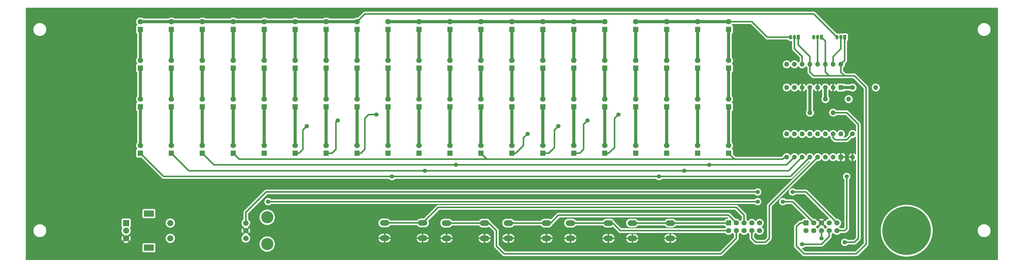
<source format=gtl>
%TF.GenerationSoftware,KiCad,Pcbnew,(6.0.1)*%
%TF.CreationDate,2023-02-19T21:20:49+01:00*%
%TF.ProjectId,fm_radio_panel,666d5f72-6164-4696-9f5f-70616e656c2e,rev?*%
%TF.SameCoordinates,Original*%
%TF.FileFunction,Copper,L1,Top*%
%TF.FilePolarity,Positive*%
%FSLAX46Y46*%
G04 Gerber Fmt 4.6, Leading zero omitted, Abs format (unit mm)*
G04 Created by KiCad (PCBNEW (6.0.1)) date 2023-02-19 21:20:49*
%MOMM*%
%LPD*%
G01*
G04 APERTURE LIST*
G04 Aperture macros list*
%AMRoundRect*
0 Rectangle with rounded corners*
0 $1 Rounding radius*
0 $2 $3 $4 $5 $6 $7 $8 $9 X,Y pos of 4 corners*
0 Add a 4 corners polygon primitive as box body*
4,1,4,$2,$3,$4,$5,$6,$7,$8,$9,$2,$3,0*
0 Add four circle primitives for the rounded corners*
1,1,$1+$1,$2,$3*
1,1,$1+$1,$4,$5*
1,1,$1+$1,$6,$7*
1,1,$1+$1,$8,$9*
0 Add four rect primitives between the rounded corners*
20,1,$1+$1,$2,$3,$4,$5,0*
20,1,$1+$1,$4,$5,$6,$7,0*
20,1,$1+$1,$6,$7,$8,$9,0*
20,1,$1+$1,$8,$9,$2,$3,0*%
G04 Aperture macros list end*
%TA.AperFunction,ComponentPad*%
%ADD10O,3.048000X1.850000*%
%TD*%
%TA.AperFunction,WasherPad*%
%ADD11C,4.000000*%
%TD*%
%TA.AperFunction,ComponentPad*%
%ADD12C,1.800000*%
%TD*%
%TA.AperFunction,ComponentPad*%
%ADD13R,2.000000X2.000000*%
%TD*%
%TA.AperFunction,ComponentPad*%
%ADD14C,2.000000*%
%TD*%
%TA.AperFunction,ComponentPad*%
%ADD15R,3.200000X2.000000*%
%TD*%
%TA.AperFunction,WasherPad*%
%ADD16C,16.000000*%
%TD*%
%TA.AperFunction,ComponentPad*%
%ADD17C,1.600000*%
%TD*%
%TA.AperFunction,ComponentPad*%
%ADD18O,1.600000X1.600000*%
%TD*%
%TA.AperFunction,ComponentPad*%
%ADD19R,1.800000X1.800000*%
%TD*%
%TA.AperFunction,ComponentPad*%
%ADD20C,1.700000*%
%TD*%
%TA.AperFunction,ComponentPad*%
%ADD21RoundRect,0.250000X-0.600000X0.600000X-0.600000X-0.600000X0.600000X-0.600000X0.600000X0.600000X0*%
%TD*%
%TA.AperFunction,ComponentPad*%
%ADD22R,1.050000X1.500000*%
%TD*%
%TA.AperFunction,ComponentPad*%
%ADD23O,1.050000X1.500000*%
%TD*%
%TA.AperFunction,ComponentPad*%
%ADD24R,1.600000X1.600000*%
%TD*%
%TA.AperFunction,ViaPad*%
%ADD25C,1.400000*%
%TD*%
%TA.AperFunction,Conductor*%
%ADD26C,0.500000*%
%TD*%
%TA.AperFunction,Conductor*%
%ADD27C,1.000000*%
%TD*%
G04 APERTURE END LIST*
D10*
%TO.P,SW5,1,1*%
%TO.N,switch4*%
X240140000Y-167680000D03*
X252640000Y-167680000D03*
%TO.P,SW5,2,2*%
%TO.N,GND*%
X240140000Y-172680000D03*
X252640000Y-172680000D03*
%TD*%
%TO.P,SW4,1,1*%
%TO.N,switch3*%
X219820000Y-167680000D03*
X232320000Y-167680000D03*
%TO.P,SW4,2,2*%
%TO.N,GND*%
X219820000Y-172680000D03*
X232320000Y-172680000D03*
%TD*%
%TO.P,SW3,1,1*%
%TO.N,switch2*%
X199500000Y-167680000D03*
X212000000Y-167680000D03*
%TO.P,SW3,2,2*%
%TO.N,GND*%
X199500000Y-172680000D03*
X212000000Y-172680000D03*
%TD*%
%TO.P,SW2,1,1*%
%TO.N,switch1*%
X179180000Y-167680000D03*
X191680000Y-167680000D03*
%TO.P,SW2,2,2*%
%TO.N,GND*%
X179180000Y-172680000D03*
X191680000Y-172680000D03*
%TD*%
D11*
%TO.P,SW6,*%
%TO.N,*%
X120330000Y-174580000D03*
X120330000Y-165780000D03*
D12*
%TO.P,SW6,B,B*%
%TO.N,encoderB*%
X113330000Y-172680000D03*
%TO.P,SW6,C,C*%
%TO.N,GND*%
X113330000Y-170180000D03*
%TO.P,SW6,A,A*%
%TO.N,encoderA*%
X113330000Y-167680000D03*
%TD*%
D13*
%TO.P,RV1,1,1*%
%TO.N,AUDIO_L*%
X74030000Y-167680000D03*
D14*
%TO.P,RV1,3,3*%
%TO.N,GND*%
X74030000Y-172680000D03*
%TO.P,RV1,2,2*%
%TO.N,AUDIO_AMP*%
X74030000Y-170180000D03*
D15*
%TO.P,RV1,MP*%
%TO.N,N/C*%
X81530000Y-164580000D03*
X81530000Y-175780000D03*
D14*
%TO.P,RV1,S1*%
X88530000Y-172680000D03*
%TO.P,RV1,S2*%
X88530000Y-167680000D03*
%TD*%
D16*
%TO.P,REF\u002A\u002A,*%
%TO.N,*%
X330200000Y-170180000D03*
%TD*%
D17*
%TO.P,R1,1*%
%TO.N,Net-(R1-Pad1)*%
X312420000Y-138430000D03*
D18*
%TO.P,R1,2*%
%TO.N,GND*%
X312420000Y-146050000D03*
%TD*%
D17*
%TO.P,R2,1*%
%TO.N,Net-(R2-Pad1)*%
X312420000Y-123190000D03*
D18*
%TO.P,R2,2*%
%TO.N,transistor0*%
X320040000Y-123190000D03*
%TD*%
D12*
%TO.P,D30,2,A*%
%TO.N,Net-(D29-Pad1)*%
X149860000Y-114300000D03*
D19*
%TO.P,D30,1,K*%
%TO.N,Net-(D30-Pad1)*%
X149860000Y-116840000D03*
%TD*%
D12*
%TO.P,D55,2,A*%
%TO.N,Net-(D54-Pad1)*%
X210820000Y-127000000D03*
D19*
%TO.P,D55,1,K*%
%TO.N,Net-(D55-Pad1)*%
X210820000Y-129540000D03*
%TD*%
D12*
%TO.P,D65,2,A*%
%TO.N,Net-(D65-Pad2)*%
X241300000Y-101600000D03*
D19*
%TO.P,D65,1,K*%
%TO.N,Net-(D65-Pad1)*%
X241300000Y-104140000D03*
%TD*%
D12*
%TO.P,D47,2,A*%
%TO.N,Net-(D46-Pad1)*%
X190500000Y-127000000D03*
D19*
%TO.P,D47,1,K*%
%TO.N,Net-(D47-Pad1)*%
X190500000Y-129540000D03*
%TD*%
D12*
%TO.P,D2,2,A*%
%TO.N,Net-(D1-Pad1)*%
X78740000Y-114300000D03*
D19*
%TO.P,D2,1,K*%
%TO.N,Net-(D2-Pad1)*%
X78740000Y-116840000D03*
%TD*%
D12*
%TO.P,D31,2,A*%
%TO.N,Net-(D30-Pad1)*%
X149860000Y-127000000D03*
D19*
%TO.P,D31,1,K*%
%TO.N,Net-(D31-Pad1)*%
X149860000Y-129540000D03*
%TD*%
D12*
%TO.P,D53,2,A*%
%TO.N,Net-(D33-Pad2)*%
X210820000Y-101600000D03*
D19*
%TO.P,D53,1,K*%
%TO.N,Net-(D53-Pad1)*%
X210820000Y-104140000D03*
%TD*%
D12*
%TO.P,D44,2,A*%
%TO.N,Net-(D43-Pad1)*%
X180340000Y-142240000D03*
D19*
%TO.P,D44,1,K*%
%TO.N,Net-(D12-Pad1)*%
X180340000Y-144780000D03*
%TD*%
D12*
%TO.P,D13,2,A*%
%TO.N,Net-(D1-Pad2)*%
X109220000Y-101600000D03*
D19*
%TO.P,D13,1,K*%
%TO.N,Net-(D13-Pad1)*%
X109220000Y-104140000D03*
%TD*%
D10*
%TO.P,SW1,1,1*%
%TO.N,switch0*%
X171360000Y-167640000D03*
X158860000Y-167640000D03*
%TO.P,SW1,2,2*%
%TO.N,GND*%
X171360000Y-172640000D03*
X158860000Y-172640000D03*
%TD*%
D12*
%TO.P,D8,2,A*%
%TO.N,Net-(D7-Pad1)*%
X88900000Y-142240000D03*
D19*
%TO.P,D8,1,K*%
%TO.N,Net-(D40-Pad1)*%
X88900000Y-144780000D03*
%TD*%
D12*
%TO.P,D42,2,A*%
%TO.N,Net-(D41-Pad1)*%
X180340000Y-114300000D03*
D19*
%TO.P,D42,1,K*%
%TO.N,Net-(D42-Pad1)*%
X180340000Y-116840000D03*
%TD*%
D12*
%TO.P,D35,2,A*%
%TO.N,Net-(D34-Pad1)*%
X160020000Y-127000000D03*
D19*
%TO.P,D35,1,K*%
%TO.N,Net-(D35-Pad1)*%
X160020000Y-129540000D03*
%TD*%
D12*
%TO.P,D34,2,A*%
%TO.N,Net-(D33-Pad1)*%
X160020000Y-114300000D03*
D19*
%TO.P,D34,1,K*%
%TO.N,Net-(D34-Pad1)*%
X160020000Y-116840000D03*
%TD*%
D12*
%TO.P,D51,2,A*%
%TO.N,Net-(D50-Pad1)*%
X200660000Y-127000000D03*
D19*
%TO.P,D51,1,K*%
%TO.N,Net-(D51-Pad1)*%
X200660000Y-129540000D03*
%TD*%
D12*
%TO.P,D45,2,A*%
%TO.N,Net-(D33-Pad2)*%
X190500000Y-101600000D03*
D19*
%TO.P,D45,1,K*%
%TO.N,Net-(D45-Pad1)*%
X190500000Y-104140000D03*
%TD*%
D12*
%TO.P,D69,2,A*%
%TO.N,Net-(D65-Pad2)*%
X251460000Y-101600000D03*
D19*
%TO.P,D69,1,K*%
%TO.N,Net-(D69-Pad1)*%
X251460000Y-104140000D03*
%TD*%
D12*
%TO.P,D19,2,A*%
%TO.N,Net-(D18-Pad1)*%
X119380000Y-127000000D03*
D19*
%TO.P,D19,1,K*%
%TO.N,Net-(D19-Pad1)*%
X119380000Y-129540000D03*
%TD*%
D12*
%TO.P,D3,2,A*%
%TO.N,Net-(D2-Pad1)*%
X78740000Y-127000000D03*
D19*
%TO.P,D3,1,K*%
%TO.N,Net-(D3-Pad1)*%
X78740000Y-129540000D03*
%TD*%
D20*
%TO.P,J2,10,Pin_10*%
%TO.N,SDI*%
X281940000Y-170180000D03*
%TO.P,J2,9,Pin_9*%
%TO.N,CLK*%
X281940000Y-167640000D03*
%TO.P,J2,8,Pin_8*%
%TO.N,LE(ED1)*%
X279400000Y-170180000D03*
%TO.P,J2,7,Pin_7*%
%TO.N,OE(ED2)*%
X279400000Y-167640000D03*
%TO.P,J2,6,Pin_6*%
%TO.N,unconnected-(J2-Pad6)*%
X276860000Y-170180000D03*
%TO.P,J2,5,Pin_5*%
%TO.N,switch0*%
X276860000Y-167640000D03*
%TO.P,J2,4,Pin_4*%
%TO.N,switch1*%
X274320000Y-170180000D03*
%TO.P,J2,3,Pin_3*%
%TO.N,switch2*%
X274320000Y-167640000D03*
%TO.P,J2,2,Pin_2*%
%TO.N,switch3*%
X271780000Y-170180000D03*
D21*
%TO.P,J2,1,Pin_1*%
%TO.N,switch4*%
X271780000Y-167640000D03*
%TD*%
D22*
%TO.P,Q2,1,C*%
%TO.N,+9V*%
X302260000Y-106680000D03*
D23*
%TO.P,Q2,2,B*%
%TO.N,Net-(Q2-Pad2)*%
X300990000Y-106680000D03*
%TO.P,Q2,3,E*%
%TO.N,Net-(D33-Pad2)*%
X299720000Y-106680000D03*
%TD*%
D12*
%TO.P,D1,2,A*%
%TO.N,Net-(D1-Pad2)*%
X78740000Y-101600000D03*
D19*
%TO.P,D1,1,K*%
%TO.N,Net-(D1-Pad1)*%
X78740000Y-104140000D03*
%TD*%
D12*
%TO.P,D59,2,A*%
%TO.N,Net-(D58-Pad1)*%
X220980000Y-127000000D03*
D19*
%TO.P,D59,1,K*%
%TO.N,Net-(D59-Pad1)*%
X220980000Y-129540000D03*
%TD*%
D12*
%TO.P,D54,2,A*%
%TO.N,Net-(D53-Pad1)*%
X210820000Y-114300000D03*
D19*
%TO.P,D54,1,K*%
%TO.N,Net-(D54-Pad1)*%
X210820000Y-116840000D03*
%TD*%
D12*
%TO.P,D26,2,A*%
%TO.N,Net-(D25-Pad1)*%
X139700000Y-114300000D03*
D19*
%TO.P,D26,1,K*%
%TO.N,Net-(D26-Pad1)*%
X139700000Y-116840000D03*
%TD*%
D12*
%TO.P,D48,2,A*%
%TO.N,Net-(D47-Pad1)*%
X190500000Y-142240000D03*
D19*
%TO.P,D48,1,K*%
%TO.N,Net-(D16-Pad1)*%
X190500000Y-144780000D03*
%TD*%
D12*
%TO.P,D17,2,A*%
%TO.N,Net-(D1-Pad2)*%
X119380000Y-101600000D03*
D19*
%TO.P,D17,1,K*%
%TO.N,Net-(D17-Pad1)*%
X119380000Y-104140000D03*
%TD*%
D12*
%TO.P,D38,2,A*%
%TO.N,Net-(D37-Pad1)*%
X170180000Y-114300000D03*
D19*
%TO.P,D38,1,K*%
%TO.N,Net-(D38-Pad1)*%
X170180000Y-116840000D03*
%TD*%
D12*
%TO.P,D76,2,A*%
%TO.N,Net-(D75-Pad1)*%
X261620000Y-142240000D03*
D19*
%TO.P,D76,1,K*%
%TO.N,Net-(D12-Pad1)*%
X261620000Y-144780000D03*
%TD*%
D12*
%TO.P,D43,2,A*%
%TO.N,Net-(D42-Pad1)*%
X180340000Y-127000000D03*
D19*
%TO.P,D43,1,K*%
%TO.N,Net-(D43-Pad1)*%
X180340000Y-129540000D03*
%TD*%
D22*
%TO.P,Q3,1,C*%
%TO.N,+9V*%
X294640000Y-106680000D03*
D23*
%TO.P,Q3,2,B*%
%TO.N,Net-(Q3-Pad2)*%
X293370000Y-106680000D03*
%TO.P,Q3,3,E*%
%TO.N,Net-(D65-Pad2)*%
X292100000Y-106680000D03*
%TD*%
D12*
%TO.P,D78,2,A*%
%TO.N,Net-(D77-Pad1)*%
X271780000Y-114300000D03*
D19*
%TO.P,D78,1,K*%
%TO.N,Net-(D78-Pad1)*%
X271780000Y-116840000D03*
%TD*%
D12*
%TO.P,D15,2,A*%
%TO.N,Net-(D14-Pad1)*%
X109220000Y-127000000D03*
D19*
%TO.P,D15,1,K*%
%TO.N,Net-(D15-Pad1)*%
X109220000Y-129540000D03*
%TD*%
D12*
%TO.P,D6,2,A*%
%TO.N,Net-(D5-Pad1)*%
X88900000Y-114300000D03*
D19*
%TO.P,D6,1,K*%
%TO.N,Net-(D6-Pad1)*%
X88900000Y-116840000D03*
%TD*%
D12*
%TO.P,D18,2,A*%
%TO.N,Net-(D17-Pad1)*%
X119380000Y-114300000D03*
D19*
%TO.P,D18,1,K*%
%TO.N,Net-(D18-Pad1)*%
X119380000Y-116840000D03*
%TD*%
D12*
%TO.P,D14,2,A*%
%TO.N,Net-(D13-Pad1)*%
X109220000Y-114300000D03*
D19*
%TO.P,D14,1,K*%
%TO.N,Net-(D14-Pad1)*%
X109220000Y-116840000D03*
%TD*%
D17*
%TO.P,R3,1*%
%TO.N,Net-(R3-Pad1)*%
X303530000Y-127000000D03*
D18*
%TO.P,R3,2*%
%TO.N,transistor1*%
X311150000Y-127000000D03*
%TD*%
D12*
%TO.P,D61,2,A*%
%TO.N,Net-(D33-Pad2)*%
X231140000Y-101600000D03*
D19*
%TO.P,D61,1,K*%
%TO.N,Net-(D61-Pad1)*%
X231140000Y-104140000D03*
%TD*%
D12*
%TO.P,D49,2,A*%
%TO.N,Net-(D33-Pad2)*%
X200660000Y-101600000D03*
D19*
%TO.P,D49,1,K*%
%TO.N,Net-(D49-Pad1)*%
X200660000Y-104140000D03*
%TD*%
D12*
%TO.P,D23,2,A*%
%TO.N,Net-(D22-Pad1)*%
X129540000Y-127000000D03*
D19*
%TO.P,D23,1,K*%
%TO.N,Net-(D23-Pad1)*%
X129540000Y-129540000D03*
%TD*%
D12*
%TO.P,D32,2,A*%
%TO.N,Net-(D31-Pad1)*%
X149860000Y-142240000D03*
D19*
%TO.P,D32,1,K*%
%TO.N,Net-(D32-Pad1)*%
X149860000Y-144780000D03*
%TD*%
D12*
%TO.P,D68,2,A*%
%TO.N,Net-(D67-Pad1)*%
X241300000Y-142240000D03*
D19*
%TO.P,D68,1,K*%
%TO.N,Net-(D36-Pad1)*%
X241300000Y-144780000D03*
%TD*%
D12*
%TO.P,D57,2,A*%
%TO.N,Net-(D33-Pad2)*%
X220980000Y-101600000D03*
D19*
%TO.P,D57,1,K*%
%TO.N,Net-(D57-Pad1)*%
X220980000Y-104140000D03*
%TD*%
D12*
%TO.P,D66,2,A*%
%TO.N,Net-(D65-Pad1)*%
X241300000Y-114300000D03*
D19*
%TO.P,D66,1,K*%
%TO.N,Net-(D66-Pad1)*%
X241300000Y-116840000D03*
%TD*%
D12*
%TO.P,D21,2,A*%
%TO.N,Net-(D1-Pad2)*%
X129540000Y-101600000D03*
D19*
%TO.P,D21,1,K*%
%TO.N,Net-(D21-Pad1)*%
X129540000Y-104140000D03*
%TD*%
D20*
%TO.P,J1,10,Pin_10*%
%TO.N,+5V*%
X307340000Y-170180000D03*
%TO.P,J1,9,Pin_9*%
%TO.N,encoderA*%
X307340000Y-167640000D03*
%TO.P,J1,8,Pin_8*%
%TO.N,encoderB*%
X304800000Y-170180000D03*
%TO.P,J1,7,Pin_7*%
%TO.N,transistor1*%
X304800000Y-167640000D03*
%TO.P,J1,6,Pin_6*%
%TO.N,transistor2*%
X302260000Y-170180000D03*
%TO.P,J1,5,Pin_5*%
%TO.N,GND*%
X302260000Y-167640000D03*
%TO.P,J1,4,Pin_4*%
%TO.N,transistor0*%
X299720000Y-170180000D03*
%TO.P,J1,3,Pin_3*%
%TO.N,AUDIO_AMP*%
X299720000Y-167640000D03*
%TO.P,J1,2,Pin_2*%
%TO.N,AUDIO_L*%
X297180000Y-170180000D03*
D21*
%TO.P,J1,1,Pin_1*%
%TO.N,+9V*%
X297180000Y-167640000D03*
%TD*%
D12*
%TO.P,D74,2,A*%
%TO.N,Net-(D73-Pad1)*%
X261620000Y-114300000D03*
D19*
%TO.P,D74,1,K*%
%TO.N,Net-(D74-Pad1)*%
X261620000Y-116840000D03*
%TD*%
D12*
%TO.P,D9,2,A*%
%TO.N,Net-(D1-Pad2)*%
X99060000Y-101600000D03*
D19*
%TO.P,D9,1,K*%
%TO.N,Net-(D10-Pad2)*%
X99060000Y-104140000D03*
%TD*%
D12*
%TO.P,D12,2,A*%
%TO.N,Net-(D11-Pad1)*%
X99060000Y-142240000D03*
D19*
%TO.P,D12,1,K*%
%TO.N,Net-(D12-Pad1)*%
X99060000Y-144780000D03*
%TD*%
D12*
%TO.P,D4,2,A*%
%TO.N,Net-(D3-Pad1)*%
X78740000Y-142240000D03*
D19*
%TO.P,D4,1,K*%
%TO.N,Net-(D36-Pad1)*%
X78740000Y-144780000D03*
%TD*%
D17*
%TO.P,R4,1*%
%TO.N,Net-(R4-Pad1)*%
X298450000Y-131445000D03*
D18*
%TO.P,R4,2*%
%TO.N,transistor2*%
X306070000Y-131445000D03*
%TD*%
D24*
%TO.P,U1,1,GND*%
%TO.N,GND*%
X308595000Y-146040000D03*
D18*
%TO.P,U1,2,SDI*%
%TO.N,SDI*%
X306055000Y-146040000D03*
%TO.P,U1,3,CLK*%
%TO.N,CLK*%
X303515000Y-146040000D03*
%TO.P,U1,4,LE(ED1)*%
%TO.N,LE(ED1)*%
X300975000Y-146040000D03*
%TO.P,U1,5,OUT0*%
%TO.N,Net-(D36-Pad1)*%
X298435000Y-146040000D03*
%TO.P,U1,6,OUT1*%
%TO.N,Net-(D40-Pad1)*%
X295895000Y-146040000D03*
%TO.P,U1,7,OUT2*%
%TO.N,Net-(D12-Pad1)*%
X293355000Y-146040000D03*
%TO.P,U1,8,OUT3*%
%TO.N,Net-(D16-Pad1)*%
X290815000Y-146040000D03*
%TO.P,U1,9,OUT4*%
%TO.N,Net-(D20-Pad1)*%
X290815000Y-138420000D03*
%TO.P,U1,10,OUT5*%
%TO.N,Net-(D24-Pad1)*%
X293355000Y-138420000D03*
%TO.P,U1,11,OUT6*%
%TO.N,Net-(D28-Pad1)*%
X295895000Y-138420000D03*
%TO.P,U1,12,OUT7*%
%TO.N,Net-(D32-Pad1)*%
X298435000Y-138420000D03*
%TO.P,U1,13,OE(ED2)*%
%TO.N,OE(ED2)*%
X300975000Y-138420000D03*
%TO.P,U1,14,SDO*%
%TO.N,unconnected-(U1-Pad14)*%
X303515000Y-138420000D03*
%TO.P,U1,15,R-EXT*%
%TO.N,Net-(R1-Pad1)*%
X306055000Y-138420000D03*
%TO.P,U1,16,VDD*%
%TO.N,+5V*%
X308595000Y-138420000D03*
%TD*%
D22*
%TO.P,Q1,1,C*%
%TO.N,+9V*%
X309880000Y-106680000D03*
D23*
%TO.P,Q1,2,B*%
%TO.N,Net-(Q1-Pad2)*%
X308610000Y-106680000D03*
%TO.P,Q1,3,E*%
%TO.N,Net-(D1-Pad2)*%
X307340000Y-106680000D03*
%TD*%
D12*
%TO.P,D20,2,A*%
%TO.N,Net-(D19-Pad1)*%
X119380000Y-142240000D03*
D19*
%TO.P,D20,1,K*%
%TO.N,Net-(D20-Pad1)*%
X119380000Y-144780000D03*
%TD*%
D12*
%TO.P,D29,2,A*%
%TO.N,Net-(D1-Pad2)*%
X149860000Y-101600000D03*
D19*
%TO.P,D29,1,K*%
%TO.N,Net-(D29-Pad1)*%
X149860000Y-104140000D03*
%TD*%
D12*
%TO.P,D77,2,A*%
%TO.N,Net-(D65-Pad2)*%
X271780000Y-101600000D03*
D19*
%TO.P,D77,1,K*%
%TO.N,Net-(D77-Pad1)*%
X271780000Y-104140000D03*
%TD*%
D12*
%TO.P,D22,2,A*%
%TO.N,Net-(D21-Pad1)*%
X129540000Y-114300000D03*
D19*
%TO.P,D22,1,K*%
%TO.N,Net-(D22-Pad1)*%
X129540000Y-116840000D03*
%TD*%
D12*
%TO.P,D80,2,A*%
%TO.N,Net-(D79-Pad1)*%
X271780000Y-142240000D03*
D19*
%TO.P,D80,1,K*%
%TO.N,Net-(D16-Pad1)*%
X271780000Y-144780000D03*
%TD*%
D12*
%TO.P,D60,2,A*%
%TO.N,Net-(D59-Pad1)*%
X220980000Y-142240000D03*
D19*
%TO.P,D60,1,K*%
%TO.N,Net-(D28-Pad1)*%
X220980000Y-144780000D03*
%TD*%
D12*
%TO.P,D75,2,A*%
%TO.N,Net-(D74-Pad1)*%
X261620000Y-127000000D03*
D19*
%TO.P,D75,1,K*%
%TO.N,Net-(D75-Pad1)*%
X261620000Y-129540000D03*
%TD*%
D12*
%TO.P,D40,2,A*%
%TO.N,Net-(D39-Pad1)*%
X170180000Y-142240000D03*
D19*
%TO.P,D40,1,K*%
%TO.N,Net-(D40-Pad1)*%
X170180000Y-144780000D03*
%TD*%
D12*
%TO.P,D41,2,A*%
%TO.N,Net-(D33-Pad2)*%
X180340000Y-101600000D03*
D19*
%TO.P,D41,1,K*%
%TO.N,Net-(D41-Pad1)*%
X180340000Y-104140000D03*
%TD*%
D12*
%TO.P,D36,2,A*%
%TO.N,Net-(D35-Pad1)*%
X160020000Y-142240000D03*
D19*
%TO.P,D36,1,K*%
%TO.N,Net-(D36-Pad1)*%
X160020000Y-144780000D03*
%TD*%
D12*
%TO.P,D73,2,A*%
%TO.N,Net-(D65-Pad2)*%
X261620000Y-101600000D03*
D19*
%TO.P,D73,1,K*%
%TO.N,Net-(D73-Pad1)*%
X261620000Y-104140000D03*
%TD*%
D12*
%TO.P,D62,2,A*%
%TO.N,Net-(D61-Pad1)*%
X231140000Y-114300000D03*
D19*
%TO.P,D62,1,K*%
%TO.N,Net-(D62-Pad1)*%
X231140000Y-116840000D03*
%TD*%
D12*
%TO.P,D27,2,A*%
%TO.N,Net-(D26-Pad1)*%
X139700000Y-127000000D03*
D19*
%TO.P,D27,1,K*%
%TO.N,Net-(D27-Pad1)*%
X139700000Y-129540000D03*
%TD*%
D12*
%TO.P,D52,2,A*%
%TO.N,Net-(D51-Pad1)*%
X200660000Y-142240000D03*
D19*
%TO.P,D52,1,K*%
%TO.N,Net-(D20-Pad1)*%
X200660000Y-144780000D03*
%TD*%
D12*
%TO.P,D63,2,A*%
%TO.N,Net-(D62-Pad1)*%
X231140000Y-127000000D03*
D19*
%TO.P,D63,1,K*%
%TO.N,Net-(D63-Pad1)*%
X231140000Y-129540000D03*
%TD*%
D12*
%TO.P,D25,2,A*%
%TO.N,Net-(D1-Pad2)*%
X139700000Y-101600000D03*
D19*
%TO.P,D25,1,K*%
%TO.N,Net-(D25-Pad1)*%
X139700000Y-104140000D03*
%TD*%
D12*
%TO.P,D28,2,A*%
%TO.N,Net-(D27-Pad1)*%
X139700000Y-142240000D03*
D19*
%TO.P,D28,1,K*%
%TO.N,Net-(D28-Pad1)*%
X139700000Y-144780000D03*
%TD*%
D12*
%TO.P,D7,2,A*%
%TO.N,Net-(D6-Pad1)*%
X88900000Y-127000000D03*
D19*
%TO.P,D7,1,K*%
%TO.N,Net-(D7-Pad1)*%
X88900000Y-129540000D03*
%TD*%
D12*
%TO.P,D46,2,A*%
%TO.N,Net-(D45-Pad1)*%
X190500000Y-114300000D03*
D19*
%TO.P,D46,1,K*%
%TO.N,Net-(D46-Pad1)*%
X190500000Y-116840000D03*
%TD*%
D12*
%TO.P,D10,2,A*%
%TO.N,Net-(D10-Pad2)*%
X99060000Y-114300000D03*
D19*
%TO.P,D10,1,K*%
%TO.N,Net-(D10-Pad1)*%
X99060000Y-116840000D03*
%TD*%
D12*
%TO.P,D39,2,A*%
%TO.N,Net-(D38-Pad1)*%
X170180000Y-127000000D03*
D19*
%TO.P,D39,1,K*%
%TO.N,Net-(D39-Pad1)*%
X170180000Y-129540000D03*
%TD*%
D12*
%TO.P,D11,2,A*%
%TO.N,Net-(D10-Pad1)*%
X99060000Y-127000000D03*
D19*
%TO.P,D11,1,K*%
%TO.N,Net-(D11-Pad1)*%
X99060000Y-129540000D03*
%TD*%
D12*
%TO.P,D5,2,A*%
%TO.N,Net-(D1-Pad2)*%
X88900000Y-101600000D03*
D19*
%TO.P,D5,1,K*%
%TO.N,Net-(D5-Pad1)*%
X88900000Y-104140000D03*
%TD*%
D12*
%TO.P,D72,2,A*%
%TO.N,Net-(D71-Pad1)*%
X251460000Y-142240000D03*
D19*
%TO.P,D72,1,K*%
%TO.N,Net-(D40-Pad1)*%
X251460000Y-144780000D03*
%TD*%
D24*
%TO.P,U2,1*%
%TO.N,Net-(R2-Pad1)*%
X308595000Y-123180000D03*
D18*
%TO.P,U2,2*%
%TO.N,GND*%
X306055000Y-123180000D03*
%TO.P,U2,3*%
%TO.N,Net-(R3-Pad1)*%
X303515000Y-123180000D03*
%TO.P,U2,4*%
%TO.N,GND*%
X300975000Y-123180000D03*
%TO.P,U2,5*%
%TO.N,Net-(R4-Pad1)*%
X298435000Y-123180000D03*
%TO.P,U2,6*%
%TO.N,GND*%
X295895000Y-123180000D03*
%TO.P,U2,7*%
%TO.N,unconnected-(U2-Pad7)*%
X293355000Y-123180000D03*
%TO.P,U2,8*%
%TO.N,unconnected-(U2-Pad8)*%
X290815000Y-123180000D03*
%TO.P,U2,9*%
%TO.N,unconnected-(U2-Pad9)*%
X290815000Y-115560000D03*
%TO.P,U2,10*%
%TO.N,unconnected-(U2-Pad10)*%
X293355000Y-115560000D03*
%TO.P,U2,11*%
%TO.N,Net-(Q3-Pad2)*%
X295895000Y-115560000D03*
%TO.P,U2,12*%
%TO.N,+9V*%
X298435000Y-115560000D03*
%TO.P,U2,13*%
%TO.N,Net-(Q2-Pad2)*%
X300975000Y-115560000D03*
%TO.P,U2,14*%
%TO.N,+9V*%
X303515000Y-115560000D03*
%TO.P,U2,15*%
%TO.N,Net-(Q1-Pad2)*%
X306055000Y-115560000D03*
%TO.P,U2,16*%
%TO.N,+9V*%
X308595000Y-115560000D03*
%TD*%
D12*
%TO.P,D33,2,A*%
%TO.N,Net-(D33-Pad2)*%
X160020000Y-101600000D03*
D19*
%TO.P,D33,1,K*%
%TO.N,Net-(D33-Pad1)*%
X160020000Y-104140000D03*
%TD*%
D12*
%TO.P,D67,2,A*%
%TO.N,Net-(D66-Pad1)*%
X241300000Y-127000000D03*
D19*
%TO.P,D67,1,K*%
%TO.N,Net-(D67-Pad1)*%
X241300000Y-129540000D03*
%TD*%
D12*
%TO.P,D71,2,A*%
%TO.N,Net-(D70-Pad1)*%
X251460000Y-127000000D03*
D19*
%TO.P,D71,1,K*%
%TO.N,Net-(D71-Pad1)*%
X251460000Y-129540000D03*
%TD*%
D12*
%TO.P,D70,2,A*%
%TO.N,Net-(D69-Pad1)*%
X251460000Y-114300000D03*
D19*
%TO.P,D70,1,K*%
%TO.N,Net-(D70-Pad1)*%
X251460000Y-116840000D03*
%TD*%
D12*
%TO.P,D37,2,A*%
%TO.N,Net-(D33-Pad2)*%
X170180000Y-101600000D03*
D19*
%TO.P,D37,1,K*%
%TO.N,Net-(D37-Pad1)*%
X170180000Y-104140000D03*
%TD*%
D12*
%TO.P,D16,2,A*%
%TO.N,Net-(D15-Pad1)*%
X109220000Y-142240000D03*
D19*
%TO.P,D16,1,K*%
%TO.N,Net-(D16-Pad1)*%
X109220000Y-144780000D03*
%TD*%
D12*
%TO.P,D79,2,A*%
%TO.N,Net-(D78-Pad1)*%
X271780000Y-127000000D03*
D19*
%TO.P,D79,1,K*%
%TO.N,Net-(D79-Pad1)*%
X271780000Y-129540000D03*
%TD*%
D12*
%TO.P,D56,2,A*%
%TO.N,Net-(D55-Pad1)*%
X210820000Y-142240000D03*
D19*
%TO.P,D56,1,K*%
%TO.N,Net-(D24-Pad1)*%
X210820000Y-144780000D03*
%TD*%
D12*
%TO.P,D58,2,A*%
%TO.N,Net-(D57-Pad1)*%
X220980000Y-114300000D03*
D19*
%TO.P,D58,1,K*%
%TO.N,Net-(D58-Pad1)*%
X220980000Y-116840000D03*
%TD*%
D12*
%TO.P,D64,2,A*%
%TO.N,Net-(D63-Pad1)*%
X231140000Y-142240000D03*
D19*
%TO.P,D64,1,K*%
%TO.N,Net-(D32-Pad1)*%
X231140000Y-144780000D03*
%TD*%
D12*
%TO.P,D24,2,A*%
%TO.N,Net-(D23-Pad1)*%
X129540000Y-142240000D03*
D19*
%TO.P,D24,1,K*%
%TO.N,Net-(D24-Pad1)*%
X129540000Y-144780000D03*
%TD*%
D12*
%TO.P,D50,2,A*%
%TO.N,Net-(D49-Pad1)*%
X200660000Y-114300000D03*
D19*
%TO.P,D50,1,K*%
%TO.N,Net-(D50-Pad1)*%
X200660000Y-116840000D03*
%TD*%
D25*
%TO.N,AUDIO_AMP*%
X120650000Y-160655000D03*
X281305000Y-160655000D03*
X289560000Y-160655000D03*
%TO.N,transistor2*%
X309880000Y-173990000D03*
X302260000Y-172720000D03*
%TO.N,encoderB*%
X295910000Y-174625000D03*
%TO.N,+5V*%
X310515000Y-152400000D03*
%TO.N,encoderA*%
X292735000Y-157480000D03*
X281305000Y-157480000D03*
%TO.N,Net-(D36-Pad1)*%
X248920000Y-152400000D03*
%TO.N,Net-(D40-Pad1)*%
X257175000Y-150495000D03*
%TO.N,Net-(D12-Pad1)*%
X265430000Y-148590000D03*
X182245000Y-148590000D03*
%TO.N,Net-(D40-Pad1)*%
X172085000Y-150495000D03*
%TO.N,Net-(D36-Pad1)*%
X161290000Y-152400000D03*
%TO.N,Net-(D20-Pad1)*%
X205750000Y-138420000D03*
%TO.N,Net-(D24-Pad1)*%
X215900000Y-135890000D03*
%TO.N,Net-(D28-Pad1)*%
X225425000Y-133985000D03*
%TO.N,Net-(D32-Pad1)*%
X235585000Y-132080000D03*
X156210000Y-132080000D03*
%TO.N,Net-(D28-Pad1)*%
X143510000Y-133985000D03*
%TO.N,Net-(D24-Pad1)*%
X133350000Y-135890000D03*
%TD*%
D26*
%TO.N,switch0*%
X276860000Y-165100000D02*
X276860000Y-167640000D01*
X176440000Y-162560000D02*
X274320000Y-162560000D01*
X171360000Y-167640000D02*
X176440000Y-162560000D01*
X274320000Y-162560000D02*
X276860000Y-165100000D01*
%TO.N,encoderA*%
X297180000Y-157480000D02*
X307340000Y-167640000D01*
X292735000Y-157480000D02*
X297180000Y-157480000D01*
%TO.N,AUDIO_AMP*%
X292735000Y-160655000D02*
X299720000Y-167640000D01*
X289560000Y-160655000D02*
X292735000Y-160655000D01*
%TO.N,Net-(R1-Pad1)*%
X306055000Y-139685000D02*
X306055000Y-138420000D01*
%TO.N,+9V*%
X303515000Y-118095000D02*
X304800000Y-119380000D01*
%TO.N,AUDIO_AMP*%
X281305000Y-160655000D02*
X120650000Y-160655000D01*
%TO.N,transistor2*%
X313055000Y-173990000D02*
X309880000Y-173990000D01*
X314325000Y-172720000D02*
X313055000Y-173990000D01*
X314325000Y-135255000D02*
X314325000Y-172720000D01*
X310515000Y-131445000D02*
X314325000Y-135255000D01*
X306070000Y-131445000D02*
X310515000Y-131445000D01*
X302260000Y-170180000D02*
X302260000Y-172720000D01*
%TO.N,encoderB*%
X302260000Y-174625000D02*
X295910000Y-174625000D01*
X302895000Y-173990000D02*
X302260000Y-174625000D01*
X304800000Y-172085000D02*
X302895000Y-173990000D01*
X304800000Y-170180000D02*
X304800000Y-172085000D01*
%TO.N,+9V*%
X295275000Y-167640000D02*
X297180000Y-167640000D01*
X294005000Y-175260000D02*
X294005000Y-168910000D01*
X313690000Y-177800000D02*
X296545000Y-177800000D01*
X316865000Y-174625000D02*
X313690000Y-177800000D01*
X313055000Y-119380000D02*
X316865000Y-123190000D01*
X316865000Y-123190000D02*
X316865000Y-174625000D01*
X309880000Y-119380000D02*
X313055000Y-119380000D01*
X294005000Y-168910000D02*
X295275000Y-167640000D01*
X296545000Y-177800000D02*
X294005000Y-175260000D01*
%TO.N,+5V*%
X310515000Y-169545000D02*
X309880000Y-170180000D01*
X310515000Y-152400000D02*
X310515000Y-169545000D01*
X309880000Y-170180000D02*
X307340000Y-170180000D01*
%TO.N,encoderA*%
X113330000Y-167680000D02*
X113330000Y-164165000D01*
X113330000Y-164165000D02*
X120015000Y-157480000D01*
X281305000Y-157480000D02*
X120015000Y-157480000D01*
%TO.N,LE(ED1)*%
X280670000Y-173990000D02*
X279400000Y-172720000D01*
X283845000Y-173990000D02*
X280670000Y-173990000D01*
X285115000Y-172720000D02*
X283845000Y-173990000D01*
X285115000Y-161925000D02*
X285115000Y-172720000D01*
X300975000Y-146040000D02*
X300975000Y-146065000D01*
X300975000Y-146065000D02*
X285115000Y-161925000D01*
X279400000Y-172720000D02*
X279400000Y-170180000D01*
%TO.N,Net-(R1-Pad1)*%
X306705000Y-140335000D02*
X306055000Y-139685000D01*
X310515000Y-140335000D02*
X306705000Y-140335000D01*
X312420000Y-138430000D02*
X310515000Y-140335000D01*
%TO.N,+9V*%
X304800000Y-119380000D02*
X299690000Y-119380000D01*
X309880000Y-119380000D02*
X304800000Y-119380000D01*
X303515000Y-115560000D02*
X303515000Y-118095000D01*
X309850000Y-119380000D02*
X309880000Y-119380000D01*
X308595000Y-118125000D02*
X309850000Y-119380000D01*
X299690000Y-119380000D02*
X298435000Y-118125000D01*
X298435000Y-118125000D02*
X298435000Y-115560000D01*
%TO.N,Net-(R2-Pad1)*%
X308605000Y-123190000D02*
X308595000Y-123180000D01*
D27*
X312420000Y-123190000D02*
X308605000Y-123190000D01*
%TO.N,Net-(R3-Pad1)*%
X303530000Y-127000000D02*
X303530000Y-123195000D01*
X303530000Y-123195000D02*
X303515000Y-123180000D01*
%TO.N,Net-(R4-Pad1)*%
X298435000Y-123180000D02*
X298435000Y-131430000D01*
D26*
X298435000Y-131430000D02*
X298450000Y-131445000D01*
%TO.N,Net-(D36-Pad1)*%
X292075000Y-152400000D02*
X248920000Y-152400000D01*
X248920000Y-152400000D02*
X161290000Y-152400000D01*
%TO.N,Net-(D40-Pad1)*%
X257175000Y-150495000D02*
X172085000Y-150495000D01*
X291440000Y-150495000D02*
X257175000Y-150495000D01*
%TO.N,Net-(D12-Pad1)*%
X265430000Y-148590000D02*
X182245000Y-148590000D01*
X290830000Y-148590000D02*
X265430000Y-148590000D01*
%TO.N,Net-(D16-Pad1)*%
X271780000Y-144780000D02*
X273685000Y-146685000D01*
X273685000Y-146685000D02*
X192405000Y-146685000D01*
X289560000Y-146685000D02*
X273685000Y-146685000D01*
X190500000Y-144780000D02*
X192405000Y-146685000D01*
X192405000Y-146685000D02*
X111125000Y-146685000D01*
%TO.N,Net-(D12-Pad1)*%
X182245000Y-148590000D02*
X102870000Y-148590000D01*
%TO.N,Net-(D40-Pad1)*%
X172085000Y-150495000D02*
X94615000Y-150495000D01*
%TO.N,Net-(D36-Pad1)*%
X161290000Y-152400000D02*
X86360000Y-152400000D01*
X86360000Y-152400000D02*
X78740000Y-144780000D01*
X298435000Y-146040000D02*
X292075000Y-152400000D01*
%TO.N,Net-(D40-Pad1)*%
X94615000Y-150495000D02*
X88900000Y-144780000D01*
X295895000Y-146040000D02*
X291440000Y-150495000D01*
%TO.N,Net-(D12-Pad1)*%
X102870000Y-148590000D02*
X99060000Y-144780000D01*
X290830000Y-148565000D02*
X290830000Y-148590000D01*
X293355000Y-146040000D02*
X290830000Y-148565000D01*
%TO.N,Net-(D16-Pad1)*%
X111125000Y-146685000D02*
X109220000Y-144780000D01*
X290205000Y-146040000D02*
X289560000Y-146685000D01*
X290815000Y-146040000D02*
X290205000Y-146040000D01*
%TO.N,Net-(D20-Pad1)*%
X204470000Y-139700000D02*
X205750000Y-138420000D01*
X204470000Y-142240000D02*
X204470000Y-139700000D01*
X200660000Y-144780000D02*
X201930000Y-144780000D01*
X201930000Y-144780000D02*
X204470000Y-142240000D01*
%TO.N,Net-(D24-Pad1)*%
X212725000Y-144780000D02*
X214630000Y-142875000D01*
X214630000Y-142875000D02*
X214630000Y-137160000D01*
X210820000Y-144780000D02*
X212725000Y-144780000D01*
X214630000Y-137160000D02*
X215900000Y-135890000D01*
%TO.N,Net-(D28-Pad1)*%
X224155000Y-135255000D02*
X225425000Y-133985000D01*
X224155000Y-143510000D02*
X224155000Y-135255000D01*
X222885000Y-144780000D02*
X224155000Y-143510000D01*
X220980000Y-144780000D02*
X222885000Y-144780000D01*
%TO.N,Net-(D32-Pad1)*%
X234315000Y-133350000D02*
X235585000Y-132080000D01*
X234315000Y-142875000D02*
X234315000Y-133350000D01*
X232410000Y-144780000D02*
X234315000Y-142875000D01*
X231140000Y-144780000D02*
X232410000Y-144780000D01*
X152400000Y-133350000D02*
X153670000Y-132080000D01*
X152400000Y-143510000D02*
X152400000Y-133350000D01*
X153670000Y-132080000D02*
X156210000Y-132080000D01*
X151130000Y-144780000D02*
X152400000Y-143510000D01*
X149860000Y-144780000D02*
X151130000Y-144780000D01*
%TO.N,Net-(D28-Pad1)*%
X142875000Y-134620000D02*
X143510000Y-133985000D01*
X142875000Y-143510000D02*
X142875000Y-134620000D01*
X141605000Y-144780000D02*
X142875000Y-143510000D01*
X139700000Y-144780000D02*
X141605000Y-144780000D01*
%TO.N,Net-(D24-Pad1)*%
X132080000Y-143510000D02*
X132080000Y-137160000D01*
X130810000Y-144780000D02*
X132080000Y-143510000D01*
X129540000Y-144780000D02*
X130810000Y-144780000D01*
X132080000Y-137160000D02*
X133350000Y-135890000D01*
%TO.N,+9V*%
X308595000Y-115560000D02*
X308595000Y-118125000D01*
X309880000Y-106680000D02*
X309880000Y-114275000D01*
X309880000Y-114275000D02*
X308595000Y-115560000D01*
X303515000Y-107935000D02*
X302260000Y-106680000D01*
X303515000Y-115560000D02*
X303515000Y-107935000D01*
X294640000Y-109220000D02*
X298435000Y-113015000D01*
X294640000Y-106680000D02*
X294640000Y-109220000D01*
X298435000Y-113015000D02*
X298435000Y-115560000D01*
%TO.N,Net-(D1-Pad2)*%
X152400000Y-99060000D02*
X149860000Y-101600000D01*
X299720000Y-99060000D02*
X152400000Y-99060000D01*
X307340000Y-106680000D02*
X299720000Y-99060000D01*
%TO.N,Net-(D65-Pad2)*%
X284480000Y-106680000D02*
X279400000Y-101600000D01*
X279400000Y-101600000D02*
X271780000Y-101600000D01*
X292100000Y-106680000D02*
X284480000Y-106680000D01*
%TO.N,Net-(Q1-Pad2)*%
X306055000Y-113045000D02*
X306055000Y-115560000D01*
X308610000Y-110490000D02*
X306055000Y-113045000D01*
X308610000Y-106680000D02*
X308610000Y-110490000D01*
%TO.N,Net-(Q2-Pad2)*%
X300990000Y-115545000D02*
X300975000Y-115560000D01*
X300990000Y-106680000D02*
X300990000Y-115545000D01*
%TO.N,Net-(Q3-Pad2)*%
X295895000Y-113015000D02*
X295895000Y-115560000D01*
X293370000Y-110490000D02*
X295895000Y-113015000D01*
X293370000Y-106680000D02*
X293370000Y-110490000D01*
D27*
%TO.N,Net-(D1-Pad2)*%
X88900000Y-101600000D02*
X78740000Y-101600000D01*
X99060000Y-101600000D02*
X88900000Y-101600000D01*
X109220000Y-101600000D02*
X99060000Y-101600000D01*
X109220000Y-101600000D02*
X119380000Y-101600000D01*
X129540000Y-101600000D02*
X119380000Y-101600000D01*
X129540000Y-101600000D02*
X139700000Y-101600000D01*
X149860000Y-101600000D02*
X139700000Y-101600000D01*
%TO.N,Net-(D33-Pad2)*%
X160020000Y-101600000D02*
X170180000Y-101600000D01*
X180340000Y-101600000D02*
X170180000Y-101600000D01*
X190500000Y-101600000D02*
X180340000Y-101600000D01*
X200660000Y-101600000D02*
X190500000Y-101600000D01*
X210820000Y-101600000D02*
X200660000Y-101600000D01*
X220980000Y-101600000D02*
X210820000Y-101600000D01*
X231140000Y-101600000D02*
X220980000Y-101600000D01*
%TO.N,Net-(D65-Pad2)*%
X241300000Y-101600000D02*
X251460000Y-101600000D01*
X251460000Y-101600000D02*
X261620000Y-101600000D01*
X271780000Y-101600000D02*
X261620000Y-101600000D01*
D26*
%TO.N,switch1*%
X274320000Y-172720000D02*
X274320000Y-170180000D01*
X198120000Y-177800000D02*
X269240000Y-177800000D01*
X195580000Y-170180000D02*
X195580000Y-175260000D01*
X193080000Y-167680000D02*
X195580000Y-170180000D01*
X191680000Y-167680000D02*
X193080000Y-167680000D01*
X195580000Y-175260000D02*
X198120000Y-177800000D01*
X269240000Y-177800000D02*
X274320000Y-172720000D01*
%TO.N,switch2*%
X215900000Y-165100000D02*
X271780000Y-165100000D01*
X213320000Y-167680000D02*
X215900000Y-165100000D01*
X212000000Y-167680000D02*
X213320000Y-167680000D01*
X271780000Y-165100000D02*
X274320000Y-167640000D01*
%TO.N,switch3*%
X236220000Y-170180000D02*
X271780000Y-170180000D01*
X233720000Y-167680000D02*
X236220000Y-170180000D01*
X232320000Y-167680000D02*
X233720000Y-167680000D01*
%TO.N,switch0*%
X158860000Y-167640000D02*
X171360000Y-167640000D01*
%TO.N,switch1*%
X191680000Y-167680000D02*
X179180000Y-167680000D01*
%TO.N,switch2*%
X212000000Y-167680000D02*
X199500000Y-167680000D01*
%TO.N,switch3*%
X219820000Y-167680000D02*
X232320000Y-167680000D01*
%TO.N,switch4*%
X240140000Y-167680000D02*
X252640000Y-167680000D01*
X271740000Y-167680000D02*
X271780000Y-167640000D01*
X252640000Y-167680000D02*
X271740000Y-167680000D01*
D27*
%TO.N,Net-(D79-Pad1)*%
X271780000Y-142240000D02*
X271780000Y-129540000D01*
%TO.N,Net-(D75-Pad1)*%
X261620000Y-142240000D02*
X261620000Y-129540000D01*
%TO.N,Net-(D71-Pad1)*%
X251460000Y-142240000D02*
X251460000Y-129540000D01*
%TO.N,Net-(D67-Pad1)*%
X241300000Y-142240000D02*
X241300000Y-129540000D01*
%TO.N,Net-(D63-Pad1)*%
X231140000Y-142240000D02*
X231140000Y-129540000D01*
%TO.N,Net-(D59-Pad1)*%
X220980000Y-142240000D02*
X220980000Y-129540000D01*
%TO.N,Net-(D55-Pad1)*%
X210820000Y-142240000D02*
X210820000Y-129540000D01*
%TO.N,Net-(D51-Pad1)*%
X200660000Y-142240000D02*
X200660000Y-129540000D01*
%TO.N,Net-(D47-Pad1)*%
X190500000Y-142240000D02*
X190500000Y-129540000D01*
%TO.N,Net-(D43-Pad1)*%
X180340000Y-142240000D02*
X180340000Y-129540000D01*
%TO.N,Net-(D39-Pad1)*%
X170180000Y-142240000D02*
X170180000Y-129540000D01*
%TO.N,Net-(D35-Pad1)*%
X160020000Y-142240000D02*
X160020000Y-129540000D01*
%TO.N,Net-(D31-Pad1)*%
X149860000Y-142240000D02*
X149860000Y-129540000D01*
%TO.N,Net-(D27-Pad1)*%
X139700000Y-142240000D02*
X139700000Y-129540000D01*
%TO.N,Net-(D23-Pad1)*%
X129540000Y-142240000D02*
X129540000Y-129540000D01*
%TO.N,Net-(D19-Pad1)*%
X119380000Y-142240000D02*
X119380000Y-129540000D01*
%TO.N,Net-(D15-Pad1)*%
X109220000Y-142240000D02*
X109220000Y-129540000D01*
%TO.N,Net-(D11-Pad1)*%
X99060000Y-142240000D02*
X99060000Y-129540000D01*
%TO.N,Net-(D7-Pad1)*%
X88900000Y-142240000D02*
X88900000Y-129540000D01*
%TO.N,Net-(D3-Pad1)*%
X78740000Y-142240000D02*
X78740000Y-129540000D01*
%TO.N,Net-(D2-Pad1)*%
X78740000Y-127000000D02*
X78740000Y-116840000D01*
%TO.N,Net-(D6-Pad1)*%
X88900000Y-127000000D02*
X88900000Y-116840000D01*
%TO.N,Net-(D10-Pad1)*%
X99060000Y-127000000D02*
X99060000Y-116840000D01*
%TO.N,Net-(D14-Pad1)*%
X109220000Y-127000000D02*
X109220000Y-116840000D01*
%TO.N,Net-(D18-Pad1)*%
X119380000Y-127000000D02*
X119380000Y-116840000D01*
%TO.N,Net-(D22-Pad1)*%
X129540000Y-127000000D02*
X129540000Y-116840000D01*
%TO.N,Net-(D26-Pad1)*%
X139700000Y-127000000D02*
X139700000Y-116840000D01*
%TO.N,Net-(D30-Pad1)*%
X149860000Y-127000000D02*
X149860000Y-116840000D01*
%TO.N,Net-(D34-Pad1)*%
X160020000Y-127000000D02*
X160020000Y-116840000D01*
%TO.N,Net-(D38-Pad1)*%
X170180000Y-127000000D02*
X170180000Y-116840000D01*
%TO.N,Net-(D42-Pad1)*%
X180340000Y-127000000D02*
X180340000Y-116840000D01*
%TO.N,Net-(D46-Pad1)*%
X190500000Y-116840000D02*
X190500000Y-127000000D01*
%TO.N,Net-(D50-Pad1)*%
X200660000Y-127000000D02*
X200660000Y-116840000D01*
%TO.N,Net-(D54-Pad1)*%
X210820000Y-127000000D02*
X210820000Y-116840000D01*
%TO.N,Net-(D58-Pad1)*%
X220980000Y-127000000D02*
X220980000Y-116840000D01*
%TO.N,Net-(D62-Pad1)*%
X231140000Y-127000000D02*
X231140000Y-116840000D01*
%TO.N,Net-(D66-Pad1)*%
X241300000Y-127000000D02*
X241300000Y-116840000D01*
%TO.N,Net-(D70-Pad1)*%
X251460000Y-127000000D02*
X251460000Y-116840000D01*
%TO.N,Net-(D74-Pad1)*%
X261620000Y-127000000D02*
X261620000Y-116840000D01*
%TO.N,Net-(D78-Pad1)*%
X271780000Y-116840000D02*
X271780000Y-127000000D01*
%TO.N,Net-(D77-Pad1)*%
X271780000Y-104140000D02*
X271780000Y-114300000D01*
%TO.N,Net-(D73-Pad1)*%
X261620000Y-104140000D02*
X261620000Y-114300000D01*
%TO.N,Net-(D69-Pad1)*%
X251460000Y-104140000D02*
X251460000Y-114300000D01*
%TO.N,Net-(D65-Pad1)*%
X241300000Y-104140000D02*
X241300000Y-114300000D01*
%TO.N,Net-(D61-Pad1)*%
X231140000Y-104140000D02*
X231140000Y-114300000D01*
%TO.N,Net-(D57-Pad1)*%
X220980000Y-104140000D02*
X220980000Y-114300000D01*
%TO.N,Net-(D53-Pad1)*%
X210820000Y-104140000D02*
X210820000Y-114300000D01*
%TO.N,Net-(D49-Pad1)*%
X200660000Y-104140000D02*
X200660000Y-114300000D01*
%TO.N,Net-(D45-Pad1)*%
X190500000Y-104140000D02*
X190500000Y-114300000D01*
%TO.N,Net-(D41-Pad1)*%
X180340000Y-104140000D02*
X180340000Y-114300000D01*
%TO.N,Net-(D37-Pad1)*%
X170180000Y-104140000D02*
X170180000Y-114300000D01*
%TO.N,Net-(D33-Pad1)*%
X160020000Y-104140000D02*
X160020000Y-114300000D01*
%TO.N,Net-(D29-Pad1)*%
X149860000Y-104140000D02*
X149860000Y-114300000D01*
%TO.N,Net-(D25-Pad1)*%
X139700000Y-104140000D02*
X139700000Y-114300000D01*
%TO.N,Net-(D21-Pad1)*%
X129540000Y-104140000D02*
X129540000Y-114300000D01*
%TO.N,Net-(D17-Pad1)*%
X119380000Y-104140000D02*
X119380000Y-114300000D01*
%TO.N,Net-(D13-Pad1)*%
X109220000Y-114300000D02*
X109220000Y-104140000D01*
%TO.N,Net-(D10-Pad2)*%
X99060000Y-104140000D02*
X99060000Y-114300000D01*
%TO.N,Net-(D5-Pad1)*%
X88900000Y-104140000D02*
X88900000Y-114300000D01*
%TO.N,Net-(D1-Pad1)*%
X78740000Y-104140000D02*
X78740000Y-114300000D01*
%TD*%
%TA.AperFunction,Conductor*%
%TO.N,GND*%
G36*
X360114121Y-97048002D02*
G01*
X360160614Y-97101658D01*
X360172000Y-97154000D01*
X360172000Y-179706000D01*
X360151998Y-179774121D01*
X360098342Y-179820614D01*
X360046000Y-179832000D01*
X41274000Y-179832000D01*
X41205879Y-179811998D01*
X41159386Y-179758342D01*
X41148000Y-179706000D01*
X41148000Y-176828134D01*
X79421500Y-176828134D01*
X79428255Y-176890316D01*
X79479385Y-177026705D01*
X79566739Y-177143261D01*
X79683295Y-177230615D01*
X79819684Y-177281745D01*
X79881866Y-177288500D01*
X83178134Y-177288500D01*
X83240316Y-177281745D01*
X83376705Y-177230615D01*
X83493261Y-177143261D01*
X83580615Y-177026705D01*
X83631745Y-176890316D01*
X83638500Y-176828134D01*
X83638500Y-174731866D01*
X83631745Y-174669684D01*
X83598124Y-174580000D01*
X117816540Y-174580000D01*
X117836359Y-174895020D01*
X117895505Y-175205072D01*
X117993044Y-175505266D01*
X117994731Y-175508852D01*
X117994733Y-175508856D01*
X118125750Y-175787283D01*
X118125754Y-175787290D01*
X118127438Y-175790869D01*
X118296568Y-176057375D01*
X118497767Y-176300582D01*
X118727860Y-176516654D01*
X118983221Y-176702184D01*
X119259821Y-176854247D01*
X119263490Y-176855700D01*
X119263495Y-176855702D01*
X119369608Y-176897715D01*
X119553298Y-176970443D01*
X119859025Y-177048940D01*
X120172179Y-177088500D01*
X120487821Y-177088500D01*
X120800975Y-177048940D01*
X121106702Y-176970443D01*
X121290392Y-176897715D01*
X121396505Y-176855702D01*
X121396510Y-176855700D01*
X121400179Y-176854247D01*
X121676779Y-176702184D01*
X121932140Y-176516654D01*
X122162233Y-176300582D01*
X122363432Y-176057375D01*
X122532562Y-175790869D01*
X122534246Y-175787290D01*
X122534250Y-175787283D01*
X122665267Y-175508856D01*
X122665269Y-175508852D01*
X122666956Y-175505266D01*
X122764495Y-175205072D01*
X122823641Y-174895020D01*
X122843460Y-174580000D01*
X122823641Y-174264980D01*
X122764495Y-173954928D01*
X122679240Y-173692540D01*
X122668182Y-173658507D01*
X122668182Y-173658506D01*
X122666956Y-173654734D01*
X122664980Y-173650534D01*
X122534250Y-173372717D01*
X122534246Y-173372710D01*
X122532562Y-173369131D01*
X122363432Y-173102625D01*
X122205894Y-172912194D01*
X156852895Y-172912194D01*
X156861453Y-172968121D01*
X156863841Y-172978146D01*
X156933836Y-173192295D01*
X156937833Y-173201804D01*
X157041861Y-173401640D01*
X157047355Y-173410365D01*
X157182628Y-173590532D01*
X157189471Y-173598239D01*
X157352356Y-173753896D01*
X157360362Y-173760379D01*
X157546485Y-173887343D01*
X157555444Y-173892432D01*
X157759807Y-173987294D01*
X157769475Y-173990851D01*
X157986580Y-174051060D01*
X157996699Y-174052991D01*
X158180595Y-174072644D01*
X158187287Y-174073000D01*
X158587885Y-174073000D01*
X158603124Y-174068525D01*
X158604329Y-174067135D01*
X158606000Y-174059452D01*
X158606000Y-174054885D01*
X159114000Y-174054885D01*
X159118475Y-174070124D01*
X159119865Y-174071329D01*
X159127548Y-174073000D01*
X159516145Y-174073000D01*
X159521318Y-174072788D01*
X159688687Y-174059027D01*
X159698867Y-174057342D01*
X159917377Y-174002456D01*
X159927128Y-173999136D01*
X160133749Y-173909296D01*
X160142824Y-173904430D01*
X160331990Y-173782052D01*
X160340161Y-173775760D01*
X160506800Y-173624131D01*
X160513825Y-173616598D01*
X160653466Y-173439782D01*
X160659162Y-173431209D01*
X160768052Y-173233955D01*
X160772273Y-173224560D01*
X160847481Y-173012180D01*
X160850113Y-173002217D01*
X160866148Y-172912194D01*
X169352895Y-172912194D01*
X169361453Y-172968121D01*
X169363841Y-172978146D01*
X169433836Y-173192295D01*
X169437833Y-173201804D01*
X169541861Y-173401640D01*
X169547355Y-173410365D01*
X169682628Y-173590532D01*
X169689471Y-173598239D01*
X169852356Y-173753896D01*
X169860362Y-173760379D01*
X170046485Y-173887343D01*
X170055444Y-173892432D01*
X170259807Y-173987294D01*
X170269475Y-173990851D01*
X170486580Y-174051060D01*
X170496699Y-174052991D01*
X170680595Y-174072644D01*
X170687287Y-174073000D01*
X171087885Y-174073000D01*
X171103124Y-174068525D01*
X171104329Y-174067135D01*
X171106000Y-174059452D01*
X171106000Y-174054885D01*
X171614000Y-174054885D01*
X171618475Y-174070124D01*
X171619865Y-174071329D01*
X171627548Y-174073000D01*
X172016145Y-174073000D01*
X172021318Y-174072788D01*
X172188687Y-174059027D01*
X172198867Y-174057342D01*
X172417377Y-174002456D01*
X172427128Y-173999136D01*
X172633749Y-173909296D01*
X172642824Y-173904430D01*
X172831990Y-173782052D01*
X172840161Y-173775760D01*
X173006800Y-173624131D01*
X173013825Y-173616598D01*
X173153466Y-173439782D01*
X173159162Y-173431209D01*
X173268052Y-173233955D01*
X173272273Y-173224560D01*
X173347481Y-173012180D01*
X173350113Y-173002217D01*
X173359023Y-172952194D01*
X177172895Y-172952194D01*
X177181453Y-173008121D01*
X177183841Y-173018146D01*
X177253836Y-173232295D01*
X177257833Y-173241804D01*
X177361861Y-173441640D01*
X177367355Y-173450365D01*
X177502628Y-173630532D01*
X177509471Y-173638239D01*
X177672356Y-173793896D01*
X177680362Y-173800379D01*
X177866485Y-173927343D01*
X177875444Y-173932432D01*
X178079807Y-174027294D01*
X178089475Y-174030851D01*
X178306580Y-174091060D01*
X178316699Y-174092991D01*
X178500595Y-174112644D01*
X178507287Y-174113000D01*
X178907885Y-174113000D01*
X178923124Y-174108525D01*
X178924329Y-174107135D01*
X178926000Y-174099452D01*
X178926000Y-174094885D01*
X179434000Y-174094885D01*
X179438475Y-174110124D01*
X179439865Y-174111329D01*
X179447548Y-174113000D01*
X179836145Y-174113000D01*
X179841318Y-174112788D01*
X180008687Y-174099027D01*
X180018867Y-174097342D01*
X180237377Y-174042456D01*
X180247128Y-174039136D01*
X180453749Y-173949296D01*
X180462824Y-173944430D01*
X180651990Y-173822052D01*
X180660161Y-173815760D01*
X180826800Y-173664131D01*
X180833825Y-173656598D01*
X180973466Y-173479782D01*
X180979162Y-173471209D01*
X181088052Y-173273955D01*
X181092273Y-173264560D01*
X181167481Y-173052180D01*
X181170113Y-173042217D01*
X181186148Y-172952194D01*
X189672895Y-172952194D01*
X189681453Y-173008121D01*
X189683841Y-173018146D01*
X189753836Y-173232295D01*
X189757833Y-173241804D01*
X189861861Y-173441640D01*
X189867355Y-173450365D01*
X190002628Y-173630532D01*
X190009471Y-173638239D01*
X190172356Y-173793896D01*
X190180362Y-173800379D01*
X190366485Y-173927343D01*
X190375444Y-173932432D01*
X190579807Y-174027294D01*
X190589475Y-174030851D01*
X190806580Y-174091060D01*
X190816699Y-174092991D01*
X191000595Y-174112644D01*
X191007287Y-174113000D01*
X191407885Y-174113000D01*
X191423124Y-174108525D01*
X191424329Y-174107135D01*
X191426000Y-174099452D01*
X191426000Y-174094885D01*
X191934000Y-174094885D01*
X191938475Y-174110124D01*
X191939865Y-174111329D01*
X191947548Y-174113000D01*
X192336145Y-174113000D01*
X192341318Y-174112788D01*
X192508687Y-174099027D01*
X192518867Y-174097342D01*
X192737377Y-174042456D01*
X192747128Y-174039136D01*
X192953749Y-173949296D01*
X192962824Y-173944430D01*
X193151990Y-173822052D01*
X193160161Y-173815760D01*
X193326800Y-173664131D01*
X193333825Y-173656598D01*
X193473466Y-173479782D01*
X193479162Y-173471209D01*
X193588052Y-173273955D01*
X193592273Y-173264560D01*
X193667481Y-173052180D01*
X193670113Y-173042217D01*
X193686212Y-172951837D01*
X193684752Y-172938540D01*
X193670197Y-172934000D01*
X191952115Y-172934000D01*
X191936876Y-172938475D01*
X191935671Y-172939865D01*
X191934000Y-172947548D01*
X191934000Y-174094885D01*
X191426000Y-174094885D01*
X191426000Y-172952115D01*
X191421525Y-172936876D01*
X191420135Y-172935671D01*
X191412452Y-172934000D01*
X189688226Y-172934000D01*
X189674882Y-172937918D01*
X189672895Y-172952194D01*
X181186148Y-172952194D01*
X181186212Y-172951837D01*
X181184752Y-172938540D01*
X181170197Y-172934000D01*
X179452115Y-172934000D01*
X179436876Y-172938475D01*
X179435671Y-172939865D01*
X179434000Y-172947548D01*
X179434000Y-174094885D01*
X178926000Y-174094885D01*
X178926000Y-172952115D01*
X178921525Y-172936876D01*
X178920135Y-172935671D01*
X178912452Y-172934000D01*
X177188226Y-172934000D01*
X177174882Y-172937918D01*
X177172895Y-172952194D01*
X173359023Y-172952194D01*
X173366212Y-172911837D01*
X173364752Y-172898540D01*
X173350197Y-172894000D01*
X171632115Y-172894000D01*
X171616876Y-172898475D01*
X171615671Y-172899865D01*
X171614000Y-172907548D01*
X171614000Y-174054885D01*
X171106000Y-174054885D01*
X171106000Y-172912115D01*
X171101525Y-172896876D01*
X171100135Y-172895671D01*
X171092452Y-172894000D01*
X169368226Y-172894000D01*
X169354882Y-172897918D01*
X169352895Y-172912194D01*
X160866148Y-172912194D01*
X160866212Y-172911837D01*
X160864752Y-172898540D01*
X160850197Y-172894000D01*
X159132115Y-172894000D01*
X159116876Y-172898475D01*
X159115671Y-172899865D01*
X159114000Y-172907548D01*
X159114000Y-174054885D01*
X158606000Y-174054885D01*
X158606000Y-172912115D01*
X158601525Y-172896876D01*
X158600135Y-172895671D01*
X158592452Y-172894000D01*
X156868226Y-172894000D01*
X156854882Y-172897918D01*
X156852895Y-172912194D01*
X122205894Y-172912194D01*
X122202050Y-172907548D01*
X122164758Y-172862470D01*
X122164757Y-172862469D01*
X122162233Y-172859418D01*
X122154725Y-172852367D01*
X122074343Y-172776884D01*
X121932140Y-172643346D01*
X121924682Y-172637927D01*
X121854801Y-172587156D01*
X121676779Y-172457816D01*
X121670417Y-172454318D01*
X121586462Y-172408163D01*
X177173788Y-172408163D01*
X177175248Y-172421460D01*
X177189803Y-172426000D01*
X178907885Y-172426000D01*
X178923124Y-172421525D01*
X178924329Y-172420135D01*
X178926000Y-172412452D01*
X178926000Y-172407885D01*
X179434000Y-172407885D01*
X179438475Y-172423124D01*
X179439865Y-172424329D01*
X179447548Y-172426000D01*
X181171774Y-172426000D01*
X181185118Y-172422082D01*
X181187055Y-172408163D01*
X189673788Y-172408163D01*
X189675248Y-172421460D01*
X189689803Y-172426000D01*
X191407885Y-172426000D01*
X191423124Y-172421525D01*
X191424329Y-172420135D01*
X191426000Y-172412452D01*
X191426000Y-172407885D01*
X191934000Y-172407885D01*
X191938475Y-172423124D01*
X191939865Y-172424329D01*
X191947548Y-172426000D01*
X193671774Y-172426000D01*
X193685118Y-172422082D01*
X193687105Y-172407806D01*
X193678547Y-172351879D01*
X193676159Y-172341854D01*
X193606164Y-172127705D01*
X193602167Y-172118196D01*
X193498139Y-171918360D01*
X193492645Y-171909635D01*
X193357372Y-171729468D01*
X193350529Y-171721761D01*
X193187644Y-171566104D01*
X193179638Y-171559621D01*
X192993515Y-171432657D01*
X192984556Y-171427568D01*
X192780193Y-171332706D01*
X192770525Y-171329149D01*
X192553420Y-171268940D01*
X192543301Y-171267009D01*
X192359405Y-171247356D01*
X192352713Y-171247000D01*
X191952115Y-171247000D01*
X191936876Y-171251475D01*
X191935671Y-171252865D01*
X191934000Y-171260548D01*
X191934000Y-172407885D01*
X191426000Y-172407885D01*
X191426000Y-171265115D01*
X191421525Y-171249876D01*
X191420135Y-171248671D01*
X191412452Y-171247000D01*
X191023855Y-171247000D01*
X191018682Y-171247212D01*
X190851313Y-171260973D01*
X190841133Y-171262658D01*
X190622623Y-171317544D01*
X190612872Y-171320864D01*
X190406251Y-171410704D01*
X190397176Y-171415570D01*
X190208010Y-171537948D01*
X190199839Y-171544240D01*
X190033200Y-171695869D01*
X190026175Y-171703402D01*
X189886534Y-171880218D01*
X189880838Y-171888791D01*
X189771948Y-172086045D01*
X189767727Y-172095440D01*
X189692519Y-172307820D01*
X189689887Y-172317783D01*
X189673788Y-172408163D01*
X181187055Y-172408163D01*
X181187105Y-172407806D01*
X181178547Y-172351879D01*
X181176159Y-172341854D01*
X181106164Y-172127705D01*
X181102167Y-172118196D01*
X180998139Y-171918360D01*
X180992645Y-171909635D01*
X180857372Y-171729468D01*
X180850529Y-171721761D01*
X180687644Y-171566104D01*
X180679638Y-171559621D01*
X180493515Y-171432657D01*
X180484556Y-171427568D01*
X180280193Y-171332706D01*
X180270525Y-171329149D01*
X180053420Y-171268940D01*
X180043301Y-171267009D01*
X179859405Y-171247356D01*
X179852713Y-171247000D01*
X179452115Y-171247000D01*
X179436876Y-171251475D01*
X179435671Y-171252865D01*
X179434000Y-171260548D01*
X179434000Y-172407885D01*
X178926000Y-172407885D01*
X178926000Y-171265115D01*
X178921525Y-171249876D01*
X178920135Y-171248671D01*
X178912452Y-171247000D01*
X178523855Y-171247000D01*
X178518682Y-171247212D01*
X178351313Y-171260973D01*
X178341133Y-171262658D01*
X178122623Y-171317544D01*
X178112872Y-171320864D01*
X177906251Y-171410704D01*
X177897176Y-171415570D01*
X177708010Y-171537948D01*
X177699839Y-171544240D01*
X177533200Y-171695869D01*
X177526175Y-171703402D01*
X177386534Y-171880218D01*
X177380838Y-171888791D01*
X177271948Y-172086045D01*
X177267727Y-172095440D01*
X177192519Y-172307820D01*
X177189887Y-172317783D01*
X177173788Y-172408163D01*
X121586462Y-172408163D01*
X121513702Y-172368163D01*
X156853788Y-172368163D01*
X156855248Y-172381460D01*
X156869803Y-172386000D01*
X158587885Y-172386000D01*
X158603124Y-172381525D01*
X158604329Y-172380135D01*
X158606000Y-172372452D01*
X158606000Y-172367885D01*
X159114000Y-172367885D01*
X159118475Y-172383124D01*
X159119865Y-172384329D01*
X159127548Y-172386000D01*
X160851774Y-172386000D01*
X160865118Y-172382082D01*
X160867055Y-172368163D01*
X169353788Y-172368163D01*
X169355248Y-172381460D01*
X169369803Y-172386000D01*
X171087885Y-172386000D01*
X171103124Y-172381525D01*
X171104329Y-172380135D01*
X171106000Y-172372452D01*
X171106000Y-172367885D01*
X171614000Y-172367885D01*
X171618475Y-172383124D01*
X171619865Y-172384329D01*
X171627548Y-172386000D01*
X173351774Y-172386000D01*
X173365118Y-172382082D01*
X173367105Y-172367806D01*
X173358547Y-172311879D01*
X173356159Y-172301854D01*
X173286164Y-172087705D01*
X173282167Y-172078196D01*
X173178139Y-171878360D01*
X173172645Y-171869635D01*
X173037372Y-171689468D01*
X173030529Y-171681761D01*
X172867644Y-171526104D01*
X172859638Y-171519621D01*
X172673515Y-171392657D01*
X172664556Y-171387568D01*
X172460193Y-171292706D01*
X172450525Y-171289149D01*
X172233420Y-171228940D01*
X172223301Y-171227009D01*
X172039405Y-171207356D01*
X172032713Y-171207000D01*
X171632115Y-171207000D01*
X171616876Y-171211475D01*
X171615671Y-171212865D01*
X171614000Y-171220548D01*
X171614000Y-172367885D01*
X171106000Y-172367885D01*
X171106000Y-171225115D01*
X171101525Y-171209876D01*
X171100135Y-171208671D01*
X171092452Y-171207000D01*
X170703855Y-171207000D01*
X170698682Y-171207212D01*
X170531313Y-171220973D01*
X170521133Y-171222658D01*
X170302623Y-171277544D01*
X170292872Y-171280864D01*
X170086251Y-171370704D01*
X170077176Y-171375570D01*
X169888010Y-171497948D01*
X169879839Y-171504240D01*
X169713200Y-171655869D01*
X169706175Y-171663402D01*
X169566534Y-171840218D01*
X169560838Y-171848791D01*
X169451948Y-172046045D01*
X169447727Y-172055440D01*
X169372519Y-172267820D01*
X169369887Y-172277783D01*
X169353788Y-172368163D01*
X160867055Y-172368163D01*
X160867105Y-172367806D01*
X160858547Y-172311879D01*
X160856159Y-172301854D01*
X160786164Y-172087705D01*
X160782167Y-172078196D01*
X160678139Y-171878360D01*
X160672645Y-171869635D01*
X160537372Y-171689468D01*
X160530529Y-171681761D01*
X160367644Y-171526104D01*
X160359638Y-171519621D01*
X160173515Y-171392657D01*
X160164556Y-171387568D01*
X159960193Y-171292706D01*
X159950525Y-171289149D01*
X159733420Y-171228940D01*
X159723301Y-171227009D01*
X159539405Y-171207356D01*
X159532713Y-171207000D01*
X159132115Y-171207000D01*
X159116876Y-171211475D01*
X159115671Y-171212865D01*
X159114000Y-171220548D01*
X159114000Y-172367885D01*
X158606000Y-172367885D01*
X158606000Y-171225115D01*
X158601525Y-171209876D01*
X158600135Y-171208671D01*
X158592452Y-171207000D01*
X158203855Y-171207000D01*
X158198682Y-171207212D01*
X158031313Y-171220973D01*
X158021133Y-171222658D01*
X157802623Y-171277544D01*
X157792872Y-171280864D01*
X157586251Y-171370704D01*
X157577176Y-171375570D01*
X157388010Y-171497948D01*
X157379839Y-171504240D01*
X157213200Y-171655869D01*
X157206175Y-171663402D01*
X157066534Y-171840218D01*
X157060838Y-171848791D01*
X156951948Y-172046045D01*
X156947727Y-172055440D01*
X156872519Y-172267820D01*
X156869887Y-172277783D01*
X156853788Y-172368163D01*
X121513702Y-172368163D01*
X121403648Y-172307660D01*
X121403647Y-172307659D01*
X121400179Y-172305753D01*
X121396510Y-172304300D01*
X121396505Y-172304298D01*
X121110372Y-172191010D01*
X121110371Y-172191010D01*
X121106702Y-172189557D01*
X120800975Y-172111060D01*
X120487821Y-172071500D01*
X120172179Y-172071500D01*
X119859025Y-172111060D01*
X119553298Y-172189557D01*
X119549629Y-172191010D01*
X119549628Y-172191010D01*
X119263495Y-172304298D01*
X119263490Y-172304300D01*
X119259821Y-172305753D01*
X119256353Y-172307659D01*
X119256352Y-172307660D01*
X118989584Y-172454318D01*
X118983221Y-172457816D01*
X118805199Y-172587156D01*
X118735319Y-172637927D01*
X118727860Y-172643346D01*
X118585657Y-172776884D01*
X118505276Y-172852367D01*
X118497767Y-172859418D01*
X118495243Y-172862469D01*
X118495242Y-172862470D01*
X118457950Y-172907548D01*
X118296568Y-173102625D01*
X118127438Y-173369131D01*
X118125754Y-173372710D01*
X118125750Y-173372717D01*
X117995020Y-173650534D01*
X117993044Y-173654734D01*
X117991818Y-173658506D01*
X117991818Y-173658507D01*
X117980760Y-173692540D01*
X117895505Y-173954928D01*
X117836359Y-174264980D01*
X117816540Y-174580000D01*
X83598124Y-174580000D01*
X83580615Y-174533295D01*
X83493261Y-174416739D01*
X83376705Y-174329385D01*
X83240316Y-174278255D01*
X83178134Y-174271500D01*
X79881866Y-174271500D01*
X79819684Y-174278255D01*
X79683295Y-174329385D01*
X79566739Y-174416739D01*
X79479385Y-174533295D01*
X79428255Y-174669684D01*
X79421500Y-174731866D01*
X79421500Y-176828134D01*
X41148000Y-176828134D01*
X41148000Y-173912670D01*
X73162160Y-173912670D01*
X73167887Y-173920320D01*
X73339042Y-174025205D01*
X73347837Y-174029687D01*
X73557988Y-174116734D01*
X73567373Y-174119783D01*
X73788554Y-174172885D01*
X73798301Y-174174428D01*
X74025070Y-174192275D01*
X74034930Y-174192275D01*
X74261699Y-174174428D01*
X74271446Y-174172885D01*
X74492627Y-174119783D01*
X74502012Y-174116734D01*
X74712163Y-174029687D01*
X74720958Y-174025205D01*
X74888445Y-173922568D01*
X74897907Y-173912110D01*
X74894124Y-173903334D01*
X74042812Y-173052022D01*
X74028868Y-173044408D01*
X74027035Y-173044539D01*
X74020420Y-173048790D01*
X73168920Y-173900290D01*
X73162160Y-173912670D01*
X41148000Y-173912670D01*
X41148000Y-172684930D01*
X72517725Y-172684930D01*
X72535572Y-172911699D01*
X72537115Y-172921446D01*
X72590217Y-173142627D01*
X72593266Y-173152012D01*
X72680313Y-173362163D01*
X72684795Y-173370958D01*
X72787432Y-173538445D01*
X72797890Y-173547907D01*
X72806666Y-173544124D01*
X73657978Y-172692812D01*
X73664356Y-172681132D01*
X74394408Y-172681132D01*
X74394539Y-172682965D01*
X74398790Y-172689580D01*
X75250290Y-173541080D01*
X75262670Y-173547840D01*
X75270320Y-173542113D01*
X75375205Y-173370958D01*
X75379687Y-173362163D01*
X75466734Y-173152012D01*
X75469783Y-173142627D01*
X75522885Y-172921446D01*
X75524428Y-172911699D01*
X75542275Y-172684930D01*
X75542275Y-172680000D01*
X87016835Y-172680000D01*
X87035465Y-172916711D01*
X87036619Y-172921518D01*
X87036620Y-172921524D01*
X87071640Y-173067391D01*
X87090895Y-173147594D01*
X87092788Y-173152165D01*
X87092789Y-173152167D01*
X87179772Y-173362163D01*
X87181760Y-173366963D01*
X87184346Y-173371183D01*
X87303241Y-173565202D01*
X87303245Y-173565208D01*
X87305824Y-173569416D01*
X87460031Y-173749969D01*
X87463787Y-173753177D01*
X87484174Y-173770589D01*
X87640584Y-173904176D01*
X87644792Y-173906755D01*
X87644798Y-173906759D01*
X87802373Y-174003321D01*
X87843037Y-174028240D01*
X87847607Y-174030133D01*
X87847611Y-174030135D01*
X88057833Y-174117211D01*
X88062406Y-174119105D01*
X88142609Y-174138360D01*
X88288476Y-174173380D01*
X88288482Y-174173381D01*
X88293289Y-174174535D01*
X88530000Y-174193165D01*
X88766711Y-174174535D01*
X88771518Y-174173381D01*
X88771524Y-174173380D01*
X88917391Y-174138360D01*
X88997594Y-174119105D01*
X89002167Y-174117211D01*
X89212389Y-174030135D01*
X89212393Y-174030133D01*
X89216963Y-174028240D01*
X89257627Y-174003321D01*
X89415202Y-173906759D01*
X89415208Y-173906755D01*
X89419416Y-173904176D01*
X89575826Y-173770589D01*
X89596213Y-173753177D01*
X89599969Y-173749969D01*
X89754176Y-173569416D01*
X89756755Y-173565208D01*
X89756759Y-173565202D01*
X89875654Y-173371183D01*
X89878240Y-173366963D01*
X89880229Y-173362163D01*
X89967211Y-173152167D01*
X89967212Y-173152165D01*
X89969105Y-173147594D01*
X89988360Y-173067391D01*
X90023380Y-172921524D01*
X90023381Y-172921518D01*
X90024535Y-172916711D01*
X90043165Y-172680000D01*
X90040447Y-172645469D01*
X111917095Y-172645469D01*
X111917392Y-172650622D01*
X111917392Y-172650625D01*
X111927149Y-172819845D01*
X111930427Y-172876697D01*
X111931564Y-172881743D01*
X111931565Y-172881749D01*
X111955103Y-172986192D01*
X111981346Y-173102642D01*
X111983288Y-173107424D01*
X111983289Y-173107428D01*
X112066540Y-173312450D01*
X112068484Y-173317237D01*
X112189501Y-173514719D01*
X112341147Y-173689784D01*
X112519349Y-173837730D01*
X112719322Y-173954584D01*
X112935694Y-174037209D01*
X112940760Y-174038240D01*
X112940761Y-174038240D01*
X112993846Y-174049040D01*
X113162656Y-174083385D01*
X113293324Y-174088176D01*
X113388949Y-174091683D01*
X113388953Y-174091683D01*
X113394113Y-174091872D01*
X113399233Y-174091216D01*
X113399235Y-174091216D01*
X113472270Y-174081860D01*
X113623847Y-174062442D01*
X113628795Y-174060957D01*
X113628802Y-174060956D01*
X113840747Y-173997369D01*
X113845690Y-173995886D01*
X113857705Y-173990000D01*
X114049049Y-173896262D01*
X114049052Y-173896260D01*
X114053684Y-173893991D01*
X114242243Y-173759494D01*
X114406303Y-173596005D01*
X114541458Y-173407917D01*
X114544561Y-173401640D01*
X114641784Y-173204922D01*
X114641785Y-173204920D01*
X114644078Y-173200280D01*
X114711408Y-172978671D01*
X114741640Y-172749041D01*
X114742350Y-172720000D01*
X114743245Y-172683365D01*
X114743245Y-172683361D01*
X114743327Y-172680000D01*
X114733957Y-172566029D01*
X114724773Y-172454318D01*
X114724772Y-172454312D01*
X114724349Y-172449167D01*
X114690797Y-172315592D01*
X114669184Y-172229544D01*
X114669183Y-172229540D01*
X114667925Y-172224533D01*
X114664812Y-172217373D01*
X114577630Y-172016868D01*
X114577628Y-172016865D01*
X114575570Y-172012131D01*
X114449764Y-171817665D01*
X114441355Y-171808423D01*
X114319526Y-171674535D01*
X114293887Y-171646358D01*
X114289836Y-171643159D01*
X114289832Y-171643155D01*
X114138295Y-171523479D01*
X114097232Y-171465562D01*
X114094000Y-171394639D01*
X114117282Y-171346788D01*
X114123496Y-171338873D01*
X114116510Y-171325721D01*
X113342811Y-170552021D01*
X113328868Y-170544408D01*
X113327034Y-170544539D01*
X113320420Y-170548790D01*
X112540180Y-171329031D01*
X112533423Y-171341405D01*
X112542016Y-171352884D01*
X112566827Y-171419404D01*
X112551736Y-171488779D01*
X112516801Y-171529154D01*
X112404081Y-171613787D01*
X112391655Y-171623117D01*
X112231639Y-171790564D01*
X112228725Y-171794836D01*
X112228724Y-171794837D01*
X112214372Y-171815876D01*
X112101119Y-171981899D01*
X112003602Y-172191981D01*
X111941707Y-172415169D01*
X111917095Y-172645469D01*
X90040447Y-172645469D01*
X90024535Y-172443289D01*
X90020385Y-172426000D01*
X89979228Y-172254571D01*
X89969105Y-172212406D01*
X89959641Y-172189557D01*
X89880135Y-171997611D01*
X89880133Y-171997607D01*
X89878240Y-171993037D01*
X89809104Y-171880218D01*
X89756759Y-171794798D01*
X89756755Y-171794792D01*
X89754176Y-171790584D01*
X89599969Y-171610031D01*
X89419416Y-171455824D01*
X89415208Y-171453245D01*
X89415202Y-171453241D01*
X89221183Y-171334346D01*
X89216963Y-171331760D01*
X89212393Y-171329867D01*
X89212389Y-171329865D01*
X89002167Y-171242789D01*
X89002165Y-171242788D01*
X88997594Y-171240895D01*
X88914613Y-171220973D01*
X88771524Y-171186620D01*
X88771518Y-171186619D01*
X88766711Y-171185465D01*
X88530000Y-171166835D01*
X88293289Y-171185465D01*
X88288482Y-171186619D01*
X88288476Y-171186620D01*
X88145387Y-171220973D01*
X88062406Y-171240895D01*
X88057835Y-171242788D01*
X88057833Y-171242789D01*
X87847611Y-171329865D01*
X87847607Y-171329867D01*
X87843037Y-171331760D01*
X87838817Y-171334346D01*
X87644798Y-171453241D01*
X87644792Y-171453245D01*
X87640584Y-171455824D01*
X87460031Y-171610031D01*
X87305824Y-171790584D01*
X87303245Y-171794792D01*
X87303241Y-171794798D01*
X87250896Y-171880218D01*
X87181760Y-171993037D01*
X87179867Y-171997607D01*
X87179865Y-171997611D01*
X87100359Y-172189557D01*
X87090895Y-172212406D01*
X87080772Y-172254571D01*
X87039616Y-172426000D01*
X87035465Y-172443289D01*
X87016835Y-172680000D01*
X75542275Y-172680000D01*
X75542275Y-172675070D01*
X75524428Y-172448301D01*
X75522885Y-172438554D01*
X75469783Y-172217373D01*
X75466734Y-172207988D01*
X75379687Y-171997837D01*
X75375205Y-171989042D01*
X75272568Y-171821555D01*
X75262110Y-171812093D01*
X75253334Y-171815876D01*
X74402022Y-172667188D01*
X74394408Y-172681132D01*
X73664356Y-172681132D01*
X73665592Y-172678868D01*
X73665461Y-172677035D01*
X73661210Y-172670420D01*
X72809710Y-171818920D01*
X72797330Y-171812160D01*
X72789680Y-171817887D01*
X72684795Y-171989042D01*
X72680313Y-171997837D01*
X72593266Y-172207988D01*
X72590217Y-172217373D01*
X72537115Y-172438554D01*
X72535572Y-172448301D01*
X72517725Y-172675070D01*
X72517725Y-172684930D01*
X41148000Y-172684930D01*
X41148000Y-170312703D01*
X43610743Y-170312703D01*
X43611302Y-170316947D01*
X43611302Y-170316951D01*
X43627810Y-170442340D01*
X43648268Y-170597734D01*
X43724129Y-170875036D01*
X43725813Y-170878984D01*
X43807040Y-171069416D01*
X43836923Y-171139476D01*
X43890466Y-171228940D01*
X43979142Y-171377106D01*
X43984561Y-171386161D01*
X44164313Y-171610528D01*
X44251394Y-171693165D01*
X44354053Y-171790584D01*
X44372851Y-171808423D01*
X44606317Y-171976186D01*
X44610112Y-171978195D01*
X44610113Y-171978196D01*
X44630173Y-171988817D01*
X44860392Y-172110712D01*
X44975635Y-172152885D01*
X45125788Y-172207833D01*
X45130373Y-172209511D01*
X45411264Y-172270755D01*
X45439841Y-172273004D01*
X45634282Y-172288307D01*
X45634291Y-172288307D01*
X45636739Y-172288500D01*
X45792271Y-172288500D01*
X45794407Y-172288354D01*
X45794418Y-172288354D01*
X46002548Y-172274165D01*
X46002554Y-172274164D01*
X46006825Y-172273873D01*
X46011020Y-172273004D01*
X46011022Y-172273004D01*
X46245080Y-172224533D01*
X46288342Y-172215574D01*
X46559343Y-172119607D01*
X46814812Y-171987750D01*
X46818313Y-171985289D01*
X46818317Y-171985287D01*
X46955616Y-171888791D01*
X47050023Y-171822441D01*
X47178124Y-171703402D01*
X47257479Y-171629661D01*
X47257481Y-171629658D01*
X47260622Y-171626740D01*
X47442713Y-171404268D01*
X47592927Y-171159142D01*
X47596927Y-171150031D01*
X47706757Y-170899830D01*
X47708483Y-170895898D01*
X47713742Y-170877438D01*
X47786068Y-170623534D01*
X47787244Y-170619406D01*
X47827751Y-170334784D01*
X47827845Y-170316951D01*
X47828562Y-170180000D01*
X72516835Y-170180000D01*
X72535465Y-170416711D01*
X72536619Y-170421518D01*
X72536620Y-170421524D01*
X72567174Y-170548790D01*
X72590895Y-170647594D01*
X72592788Y-170652165D01*
X72592789Y-170652167D01*
X72665466Y-170827625D01*
X72681760Y-170866963D01*
X72684346Y-170871183D01*
X72803241Y-171065202D01*
X72803245Y-171065208D01*
X72805824Y-171069416D01*
X72960031Y-171249969D01*
X72963787Y-171253177D01*
X73122526Y-171388753D01*
X73156402Y-171434686D01*
X73165878Y-171456668D01*
X74017188Y-172307978D01*
X74031132Y-172315592D01*
X74032965Y-172315461D01*
X74039580Y-172311210D01*
X74891080Y-171459710D01*
X74912026Y-171421352D01*
X74940782Y-171385928D01*
X75096213Y-171253177D01*
X75099969Y-171249969D01*
X75254176Y-171069416D01*
X75256755Y-171065208D01*
X75256759Y-171065202D01*
X75375654Y-170871183D01*
X75378240Y-170866963D01*
X75394535Y-170827625D01*
X75467211Y-170652167D01*
X75467212Y-170652165D01*
X75469105Y-170647594D01*
X75492826Y-170548790D01*
X75523380Y-170421524D01*
X75523381Y-170421518D01*
X75524535Y-170416711D01*
X75543165Y-170180000D01*
X75540854Y-170150638D01*
X111917893Y-170150638D01*
X111930627Y-170371468D01*
X111932061Y-170381670D01*
X111980685Y-170597439D01*
X111983773Y-170607292D01*
X112066986Y-170812220D01*
X112071634Y-170821421D01*
X112160097Y-170965781D01*
X112170553Y-170975242D01*
X112179331Y-170971458D01*
X112957979Y-170192811D01*
X112964356Y-170181132D01*
X113694408Y-170181132D01*
X113694539Y-170182966D01*
X113698790Y-170189580D01*
X114476307Y-170967096D01*
X114488313Y-170973652D01*
X114500052Y-170964684D01*
X114538010Y-170911859D01*
X114543321Y-170903020D01*
X114641318Y-170704737D01*
X114645117Y-170695142D01*
X114709415Y-170483517D01*
X114711594Y-170473436D01*
X114740702Y-170252338D01*
X114741221Y-170245663D01*
X114742744Y-170183364D01*
X114742550Y-170176646D01*
X114724279Y-169954400D01*
X114722596Y-169944238D01*
X114668710Y-169729708D01*
X114665389Y-169719953D01*
X114577193Y-169517118D01*
X114572315Y-169508020D01*
X114499224Y-169395038D01*
X114488538Y-169385835D01*
X114478973Y-169390238D01*
X113702021Y-170167189D01*
X113694408Y-170181132D01*
X112964356Y-170181132D01*
X112965592Y-170178868D01*
X112965461Y-170177034D01*
X112961210Y-170170420D01*
X112183862Y-169393073D01*
X112172330Y-169386776D01*
X112160048Y-169396399D01*
X112104467Y-169477877D01*
X112099379Y-169486833D01*
X112006252Y-169687459D01*
X112002689Y-169697146D01*
X111943581Y-169910280D01*
X111941650Y-169920400D01*
X111918145Y-170140349D01*
X111917893Y-170150638D01*
X75540854Y-170150638D01*
X75524535Y-169943289D01*
X75522218Y-169933635D01*
X75484178Y-169775188D01*
X75469105Y-169712406D01*
X75465876Y-169704610D01*
X75380135Y-169497611D01*
X75380133Y-169497607D01*
X75378240Y-169493037D01*
X75370874Y-169481016D01*
X75254176Y-169290584D01*
X75256248Y-169289314D01*
X75235679Y-169231916D01*
X75251665Y-169162742D01*
X75285898Y-169123725D01*
X75393261Y-169043261D01*
X75480615Y-168926705D01*
X75531745Y-168790316D01*
X75538500Y-168728134D01*
X75538500Y-167680000D01*
X87016835Y-167680000D01*
X87035465Y-167916711D01*
X87036619Y-167921518D01*
X87036620Y-167921524D01*
X87057246Y-168007436D01*
X87090895Y-168147594D01*
X87092788Y-168152165D01*
X87092789Y-168152167D01*
X87175352Y-168351492D01*
X87181760Y-168366963D01*
X87184346Y-168371183D01*
X87303241Y-168565202D01*
X87303245Y-168565208D01*
X87305824Y-168569416D01*
X87424289Y-168708120D01*
X87451869Y-168740412D01*
X87460031Y-168749969D01*
X87463787Y-168753177D01*
X87475315Y-168763023D01*
X87640584Y-168904176D01*
X87644792Y-168906755D01*
X87644798Y-168906759D01*
X87836320Y-169024124D01*
X87843037Y-169028240D01*
X87847607Y-169030133D01*
X87847611Y-169030135D01*
X88048362Y-169113288D01*
X88062406Y-169119105D01*
X88081646Y-169123724D01*
X88288476Y-169173380D01*
X88288482Y-169173381D01*
X88293289Y-169174535D01*
X88530000Y-169193165D01*
X88766711Y-169174535D01*
X88771518Y-169173381D01*
X88771524Y-169173380D01*
X88978354Y-169123724D01*
X88997594Y-169119105D01*
X89011638Y-169113288D01*
X89212389Y-169030135D01*
X89212393Y-169030133D01*
X89216963Y-169028240D01*
X89223680Y-169024124D01*
X89415202Y-168906759D01*
X89415208Y-168906755D01*
X89419416Y-168904176D01*
X89584685Y-168763023D01*
X89596213Y-168753177D01*
X89599969Y-168749969D01*
X89608132Y-168740412D01*
X89635711Y-168708120D01*
X89754176Y-168569416D01*
X89756755Y-168565208D01*
X89756759Y-168565202D01*
X89875654Y-168371183D01*
X89878240Y-168366963D01*
X89884649Y-168351492D01*
X89967211Y-168152167D01*
X89967212Y-168152165D01*
X89969105Y-168147594D01*
X90002754Y-168007436D01*
X90023380Y-167921524D01*
X90023381Y-167921518D01*
X90024535Y-167916711D01*
X90043165Y-167680000D01*
X90040447Y-167645469D01*
X111917095Y-167645469D01*
X111917392Y-167650622D01*
X111917392Y-167650625D01*
X111926283Y-167804820D01*
X111930427Y-167876697D01*
X111931564Y-167881743D01*
X111931565Y-167881749D01*
X111958742Y-168002340D01*
X111981346Y-168102642D01*
X111983288Y-168107424D01*
X111983289Y-168107428D01*
X112066540Y-168312450D01*
X112068484Y-168317237D01*
X112189501Y-168514719D01*
X112341147Y-168689784D01*
X112498192Y-168820165D01*
X112519349Y-168837730D01*
X112518250Y-168839053D01*
X112557845Y-168888576D01*
X112565162Y-168959195D01*
X112542226Y-169011711D01*
X112535508Y-169020712D01*
X112542251Y-169033040D01*
X113317189Y-169807979D01*
X113331132Y-169815592D01*
X113332966Y-169815461D01*
X113339580Y-169811210D01*
X114118994Y-169031795D01*
X114126011Y-169018944D01*
X114116320Y-169005643D01*
X114092371Y-168938808D01*
X114108358Y-168869634D01*
X114144988Y-168828865D01*
X114163571Y-168815610D01*
X114242243Y-168759494D01*
X114406303Y-168596005D01*
X114409997Y-168590865D01*
X114438228Y-168551577D01*
X114541458Y-168407917D01*
X114544429Y-168401907D01*
X114641784Y-168204922D01*
X114641785Y-168204920D01*
X114644078Y-168200280D01*
X114711408Y-167978671D01*
X114741640Y-167749041D01*
X114741979Y-167735170D01*
X114743245Y-167683365D01*
X114743245Y-167683361D01*
X114743327Y-167680000D01*
X114737032Y-167603434D01*
X114724773Y-167454318D01*
X114724772Y-167454312D01*
X114724349Y-167449167D01*
X114679990Y-167272564D01*
X114669184Y-167229544D01*
X114669183Y-167229540D01*
X114667925Y-167224533D01*
X114665866Y-167219797D01*
X114577630Y-167016868D01*
X114577628Y-167016865D01*
X114575570Y-167012131D01*
X114449764Y-166817665D01*
X114429293Y-166795167D01*
X114369208Y-166729135D01*
X114293887Y-166646358D01*
X114289836Y-166643159D01*
X114289832Y-166643155D01*
X114136408Y-166521989D01*
X114095345Y-166464072D01*
X114088500Y-166423107D01*
X114088500Y-165780000D01*
X117816540Y-165780000D01*
X117836359Y-166095020D01*
X117895505Y-166405072D01*
X117929798Y-166510614D01*
X117985299Y-166681428D01*
X117993044Y-166705266D01*
X117994731Y-166708852D01*
X117994733Y-166708856D01*
X118125750Y-166987283D01*
X118125754Y-166987290D01*
X118127438Y-166990869D01*
X118296568Y-167257375D01*
X118497767Y-167500582D01*
X118727860Y-167716654D01*
X118731062Y-167718981D01*
X118731064Y-167718982D01*
X118767826Y-167745691D01*
X118983221Y-167902184D01*
X118986690Y-167904091D01*
X118986693Y-167904093D01*
X119247801Y-168047639D01*
X119259821Y-168054247D01*
X119263490Y-168055700D01*
X119263495Y-168055702D01*
X119502900Y-168150489D01*
X119553298Y-168170443D01*
X119859025Y-168248940D01*
X120172179Y-168288500D01*
X120487821Y-168288500D01*
X120800975Y-168248940D01*
X121106702Y-168170443D01*
X121157100Y-168150489D01*
X121396505Y-168055702D01*
X121396510Y-168055700D01*
X121400179Y-168054247D01*
X121412199Y-168047639D01*
X121673307Y-167904093D01*
X121673310Y-167904091D01*
X121676779Y-167902184D01*
X121892174Y-167745691D01*
X121928936Y-167718982D01*
X121928938Y-167718981D01*
X121932140Y-167716654D01*
X122162233Y-167500582D01*
X122363432Y-167257375D01*
X122532562Y-166990869D01*
X122534246Y-166987290D01*
X122534250Y-166987283D01*
X122665267Y-166708856D01*
X122665269Y-166708852D01*
X122666956Y-166705266D01*
X122674702Y-166681428D01*
X122730202Y-166510614D01*
X122764495Y-166405072D01*
X122823641Y-166095020D01*
X122843460Y-165780000D01*
X122823641Y-165464980D01*
X122764495Y-165154928D01*
X122666956Y-164854734D01*
X122665267Y-164851144D01*
X122534250Y-164572717D01*
X122534246Y-164572710D01*
X122532562Y-164569131D01*
X122363432Y-164302625D01*
X122162233Y-164059418D01*
X121932140Y-163843346D01*
X121676779Y-163657816D01*
X121670355Y-163654284D01*
X121403648Y-163507660D01*
X121403647Y-163507659D01*
X121400179Y-163505753D01*
X121396510Y-163504300D01*
X121396505Y-163504298D01*
X121110372Y-163391010D01*
X121110371Y-163391010D01*
X121106702Y-163389557D01*
X120800975Y-163311060D01*
X120487821Y-163271500D01*
X120172179Y-163271500D01*
X119859025Y-163311060D01*
X119553298Y-163389557D01*
X119549629Y-163391010D01*
X119549628Y-163391010D01*
X119263495Y-163504298D01*
X119263490Y-163504300D01*
X119259821Y-163505753D01*
X119256353Y-163507659D01*
X119256352Y-163507660D01*
X118989646Y-163654284D01*
X118983221Y-163657816D01*
X118727860Y-163843346D01*
X118497767Y-164059418D01*
X118296568Y-164302625D01*
X118127438Y-164569131D01*
X118125754Y-164572710D01*
X118125750Y-164572717D01*
X117994733Y-164851144D01*
X117993044Y-164854734D01*
X117895505Y-165154928D01*
X117836359Y-165464980D01*
X117816540Y-165780000D01*
X114088500Y-165780000D01*
X114088500Y-164531371D01*
X114108502Y-164463250D01*
X114125405Y-164442276D01*
X117912681Y-160655000D01*
X119436884Y-160655000D01*
X119455314Y-160865655D01*
X119510044Y-161069910D01*
X119599411Y-161261558D01*
X119720699Y-161434776D01*
X119870224Y-161584301D01*
X120043442Y-161705589D01*
X120048420Y-161707910D01*
X120048423Y-161707912D01*
X120159485Y-161759701D01*
X120235090Y-161794956D01*
X120240398Y-161796378D01*
X120240400Y-161796379D01*
X120434030Y-161848262D01*
X120434032Y-161848262D01*
X120439345Y-161849686D01*
X120650000Y-161868116D01*
X120860655Y-161849686D01*
X120865968Y-161848262D01*
X120865970Y-161848262D01*
X121059600Y-161796379D01*
X121059602Y-161796378D01*
X121064910Y-161794956D01*
X121140515Y-161759701D01*
X121251577Y-161707912D01*
X121251580Y-161707910D01*
X121256558Y-161705589D01*
X121429776Y-161584301D01*
X121563672Y-161450405D01*
X121625984Y-161416379D01*
X121652767Y-161413500D01*
X280302233Y-161413500D01*
X280370354Y-161433502D01*
X280391328Y-161450405D01*
X280525224Y-161584301D01*
X280698442Y-161705589D01*
X280703420Y-161707910D01*
X280703423Y-161707912D01*
X280814485Y-161759701D01*
X280890090Y-161794956D01*
X280895398Y-161796378D01*
X280895400Y-161796379D01*
X281089030Y-161848262D01*
X281089032Y-161848262D01*
X281094345Y-161849686D01*
X281305000Y-161868116D01*
X281515655Y-161849686D01*
X281520968Y-161848262D01*
X281520970Y-161848262D01*
X281714600Y-161796379D01*
X281714602Y-161796378D01*
X281719910Y-161794956D01*
X281795515Y-161759701D01*
X281906577Y-161707912D01*
X281906580Y-161707910D01*
X281911558Y-161705589D01*
X282084776Y-161584301D01*
X282234301Y-161434776D01*
X282355589Y-161261558D01*
X282444956Y-161069910D01*
X282499686Y-160865655D01*
X282518116Y-160655000D01*
X282499686Y-160444345D01*
X282444956Y-160240090D01*
X282407304Y-160159345D01*
X282357912Y-160053423D01*
X282357910Y-160053420D01*
X282355589Y-160048442D01*
X282234301Y-159875224D01*
X282084776Y-159725699D01*
X281911558Y-159604411D01*
X281906580Y-159602090D01*
X281906577Y-159602088D01*
X281724892Y-159517367D01*
X281724891Y-159517366D01*
X281719910Y-159515044D01*
X281714602Y-159513622D01*
X281714600Y-159513621D01*
X281520970Y-159461738D01*
X281520968Y-159461738D01*
X281515655Y-159460314D01*
X281305000Y-159441884D01*
X281094345Y-159460314D01*
X281089032Y-159461738D01*
X281089030Y-159461738D01*
X280895400Y-159513621D01*
X280895398Y-159513622D01*
X280890090Y-159515044D01*
X280885109Y-159517366D01*
X280885108Y-159517367D01*
X280703423Y-159602088D01*
X280703420Y-159602090D01*
X280698442Y-159604411D01*
X280525224Y-159725699D01*
X280391328Y-159859595D01*
X280329016Y-159893621D01*
X280302233Y-159896500D01*
X121652767Y-159896500D01*
X121584646Y-159876498D01*
X121563672Y-159859595D01*
X121429776Y-159725699D01*
X121256558Y-159604411D01*
X121251580Y-159602090D01*
X121251577Y-159602088D01*
X121069892Y-159517367D01*
X121069891Y-159517366D01*
X121064910Y-159515044D01*
X121059602Y-159513622D01*
X121059600Y-159513621D01*
X120865970Y-159461738D01*
X120865968Y-159461738D01*
X120860655Y-159460314D01*
X120650000Y-159441884D01*
X120439345Y-159460314D01*
X120434032Y-159461738D01*
X120434030Y-159461738D01*
X120240400Y-159513621D01*
X120240398Y-159513622D01*
X120235090Y-159515044D01*
X120230109Y-159517366D01*
X120230108Y-159517367D01*
X120048423Y-159602088D01*
X120048420Y-159602090D01*
X120043442Y-159604411D01*
X119870224Y-159725699D01*
X119720699Y-159875224D01*
X119599411Y-160048442D01*
X119597090Y-160053420D01*
X119597088Y-160053423D01*
X119547696Y-160159345D01*
X119510044Y-160240090D01*
X119455314Y-160444345D01*
X119436884Y-160655000D01*
X117912681Y-160655000D01*
X120292276Y-158275405D01*
X120354588Y-158241379D01*
X120381371Y-158238500D01*
X280302233Y-158238500D01*
X280370354Y-158258502D01*
X280391328Y-158275405D01*
X280525224Y-158409301D01*
X280698442Y-158530589D01*
X280703420Y-158532910D01*
X280703423Y-158532912D01*
X280885108Y-158617633D01*
X280890090Y-158619956D01*
X280895398Y-158621378D01*
X280895400Y-158621379D01*
X281089030Y-158673262D01*
X281089032Y-158673262D01*
X281094345Y-158674686D01*
X281305000Y-158693116D01*
X281515655Y-158674686D01*
X281520968Y-158673262D01*
X281520970Y-158673262D01*
X281714600Y-158621379D01*
X281714602Y-158621378D01*
X281719910Y-158619956D01*
X281724892Y-158617633D01*
X281906577Y-158532912D01*
X281906580Y-158532910D01*
X281911558Y-158530589D01*
X282084776Y-158409301D01*
X282234301Y-158259776D01*
X282355589Y-158086558D01*
X282444956Y-157894910D01*
X282499686Y-157690655D01*
X282518116Y-157480000D01*
X282499686Y-157269345D01*
X282444956Y-157065090D01*
X282407304Y-156984345D01*
X282357912Y-156878423D01*
X282357910Y-156878420D01*
X282355589Y-156873442D01*
X282234301Y-156700224D01*
X282084776Y-156550699D01*
X281911558Y-156429411D01*
X281906580Y-156427090D01*
X281906577Y-156427088D01*
X281724892Y-156342367D01*
X281724891Y-156342366D01*
X281719910Y-156340044D01*
X281714602Y-156338622D01*
X281714600Y-156338621D01*
X281520970Y-156286738D01*
X281520968Y-156286738D01*
X281515655Y-156285314D01*
X281305000Y-156266884D01*
X281094345Y-156285314D01*
X281089032Y-156286738D01*
X281089030Y-156286738D01*
X280895400Y-156338621D01*
X280895398Y-156338622D01*
X280890090Y-156340044D01*
X280885109Y-156342366D01*
X280885108Y-156342367D01*
X280703423Y-156427088D01*
X280703420Y-156427090D01*
X280698442Y-156429411D01*
X280525224Y-156550699D01*
X280391328Y-156684595D01*
X280329016Y-156718621D01*
X280302233Y-156721500D01*
X120082070Y-156721500D01*
X120063120Y-156720067D01*
X120048885Y-156717901D01*
X120048881Y-156717901D01*
X120041651Y-156716801D01*
X120034359Y-156717394D01*
X120034356Y-156717394D01*
X119988982Y-156721085D01*
X119978767Y-156721500D01*
X119970707Y-156721500D01*
X119967073Y-156721924D01*
X119967067Y-156721924D01*
X119954042Y-156723443D01*
X119942480Y-156724791D01*
X119938132Y-156725221D01*
X119916059Y-156727016D01*
X119872662Y-156730546D01*
X119872659Y-156730547D01*
X119865364Y-156731140D01*
X119858400Y-156733396D01*
X119852461Y-156734583D01*
X119846590Y-156735970D01*
X119839319Y-156736818D01*
X119832443Y-156739314D01*
X119832434Y-156739316D01*
X119770702Y-156761725D01*
X119766598Y-156763135D01*
X119697101Y-156785648D01*
X119690846Y-156789444D01*
X119685387Y-156791943D01*
X119679939Y-156794671D01*
X119673063Y-156797167D01*
X119612010Y-156837195D01*
X119608327Y-156839519D01*
X119550686Y-156874496D01*
X119550682Y-156874499D01*
X119545893Y-156877405D01*
X119541694Y-156881114D01*
X119541689Y-156881117D01*
X119537516Y-156884803D01*
X119537492Y-156884776D01*
X119534500Y-156887429D01*
X119531267Y-156890132D01*
X119525148Y-156894144D01*
X119495951Y-156924965D01*
X119471872Y-156950383D01*
X119469494Y-156952825D01*
X112841089Y-163581230D01*
X112826677Y-163593616D01*
X112815082Y-163602149D01*
X112815077Y-163602154D01*
X112809182Y-163606492D01*
X112804443Y-163612070D01*
X112804440Y-163612073D01*
X112774965Y-163646768D01*
X112768035Y-163654284D01*
X112762340Y-163659979D01*
X112760060Y-163662861D01*
X112744719Y-163682251D01*
X112741928Y-163685655D01*
X112699409Y-163735703D01*
X112694667Y-163741285D01*
X112691339Y-163747801D01*
X112687972Y-163752850D01*
X112684805Y-163757979D01*
X112680266Y-163763716D01*
X112649345Y-163829875D01*
X112647442Y-163833769D01*
X112614231Y-163898808D01*
X112612492Y-163905916D01*
X112610393Y-163911559D01*
X112608476Y-163917322D01*
X112605378Y-163923950D01*
X112603888Y-163931112D01*
X112603888Y-163931113D01*
X112590514Y-163995412D01*
X112589544Y-163999696D01*
X112572192Y-164070610D01*
X112571500Y-164081764D01*
X112571464Y-164081762D01*
X112571225Y-164085755D01*
X112570851Y-164089947D01*
X112569360Y-164097115D01*
X112569558Y-164104432D01*
X112571454Y-164174521D01*
X112571500Y-164177928D01*
X112571500Y-166425127D01*
X112551498Y-166493248D01*
X112521154Y-166525886D01*
X112491148Y-166548415D01*
X112409084Y-166610031D01*
X112391655Y-166623117D01*
X112375662Y-166639853D01*
X112303529Y-166715336D01*
X112231639Y-166790564D01*
X112228725Y-166794836D01*
X112228724Y-166794837D01*
X112183251Y-166861498D01*
X112101119Y-166981899D01*
X112003602Y-167191981D01*
X111941707Y-167415169D01*
X111917095Y-167645469D01*
X90040447Y-167645469D01*
X90024535Y-167443289D01*
X90019550Y-167422522D01*
X89983548Y-167272564D01*
X89969105Y-167212406D01*
X89962705Y-167196954D01*
X89880135Y-166997611D01*
X89880133Y-166997607D01*
X89878240Y-166993037D01*
X89856259Y-166957167D01*
X89756759Y-166794798D01*
X89756755Y-166794792D01*
X89754176Y-166790584D01*
X89599969Y-166610031D01*
X89419416Y-166455824D01*
X89415208Y-166453245D01*
X89415202Y-166453241D01*
X89221183Y-166334346D01*
X89216963Y-166331760D01*
X89212393Y-166329867D01*
X89212389Y-166329865D01*
X89002167Y-166242789D01*
X89002165Y-166242788D01*
X88997594Y-166240895D01*
X88870619Y-166210411D01*
X88771524Y-166186620D01*
X88771518Y-166186619D01*
X88766711Y-166185465D01*
X88530000Y-166166835D01*
X88293289Y-166185465D01*
X88288482Y-166186619D01*
X88288476Y-166186620D01*
X88189381Y-166210411D01*
X88062406Y-166240895D01*
X88057835Y-166242788D01*
X88057833Y-166242789D01*
X87847611Y-166329865D01*
X87847607Y-166329867D01*
X87843037Y-166331760D01*
X87838817Y-166334346D01*
X87644798Y-166453241D01*
X87644792Y-166453245D01*
X87640584Y-166455824D01*
X87460031Y-166610031D01*
X87305824Y-166790584D01*
X87303245Y-166794792D01*
X87303241Y-166794798D01*
X87203741Y-166957167D01*
X87181760Y-166993037D01*
X87179867Y-166997607D01*
X87179865Y-166997611D01*
X87097295Y-167196954D01*
X87090895Y-167212406D01*
X87076452Y-167272564D01*
X87040451Y-167422522D01*
X87035465Y-167443289D01*
X87016835Y-167680000D01*
X75538500Y-167680000D01*
X75538500Y-166631866D01*
X75531745Y-166569684D01*
X75480615Y-166433295D01*
X75393261Y-166316739D01*
X75276705Y-166229385D01*
X75140316Y-166178255D01*
X75078134Y-166171500D01*
X72981866Y-166171500D01*
X72919684Y-166178255D01*
X72783295Y-166229385D01*
X72666739Y-166316739D01*
X72579385Y-166433295D01*
X72528255Y-166569684D01*
X72521500Y-166631866D01*
X72521500Y-168728134D01*
X72528255Y-168790316D01*
X72579385Y-168926705D01*
X72666739Y-169043261D01*
X72774102Y-169123725D01*
X72816616Y-169180583D01*
X72821642Y-169251401D01*
X72804424Y-169289726D01*
X72805824Y-169290584D01*
X72689127Y-169481016D01*
X72681760Y-169493037D01*
X72679867Y-169497607D01*
X72679865Y-169497611D01*
X72594124Y-169704610D01*
X72590895Y-169712406D01*
X72575822Y-169775188D01*
X72537783Y-169933635D01*
X72535465Y-169943289D01*
X72516835Y-170180000D01*
X47828562Y-170180000D01*
X47829235Y-170051583D01*
X47829235Y-170051576D01*
X47829257Y-170047297D01*
X47827989Y-170037660D01*
X47805792Y-169869064D01*
X47791732Y-169762266D01*
X47774408Y-169698938D01*
X47750866Y-169612885D01*
X47715871Y-169484964D01*
X47684539Y-169411507D01*
X47604763Y-169224476D01*
X47604761Y-169224472D01*
X47603077Y-169220524D01*
X47506719Y-169059522D01*
X47457643Y-168977521D01*
X47457640Y-168977517D01*
X47455439Y-168973839D01*
X47275687Y-168749472D01*
X47117811Y-168599653D01*
X47070258Y-168554527D01*
X47070255Y-168554525D01*
X47067149Y-168551577D01*
X46855212Y-168399284D01*
X46837172Y-168386321D01*
X46837171Y-168386320D01*
X46833683Y-168383814D01*
X46811843Y-168372250D01*
X46756072Y-168342721D01*
X46579608Y-168249288D01*
X46444618Y-168199889D01*
X46313658Y-168151964D01*
X46313656Y-168151963D01*
X46309627Y-168150489D01*
X46028736Y-168089245D01*
X45997685Y-168086801D01*
X45805718Y-168071693D01*
X45805709Y-168071693D01*
X45803261Y-168071500D01*
X45647729Y-168071500D01*
X45645593Y-168071646D01*
X45645582Y-168071646D01*
X45437452Y-168085835D01*
X45437446Y-168085836D01*
X45433175Y-168086127D01*
X45428980Y-168086996D01*
X45428978Y-168086996D01*
X45330316Y-168107428D01*
X45151658Y-168144426D01*
X44880657Y-168240393D01*
X44876848Y-168242359D01*
X44636573Y-168366374D01*
X44625188Y-168372250D01*
X44621687Y-168374711D01*
X44621683Y-168374713D01*
X44526076Y-168441907D01*
X44389977Y-168537559D01*
X44375765Y-168550766D01*
X44199730Y-168714348D01*
X44179378Y-168733260D01*
X43997287Y-168955732D01*
X43847073Y-169200858D01*
X43845347Y-169204791D01*
X43845346Y-169204792D01*
X43758998Y-169401498D01*
X43731517Y-169464102D01*
X43730342Y-169468229D01*
X43730341Y-169468230D01*
X43727593Y-169477877D01*
X43652756Y-169740594D01*
X43612249Y-170025216D01*
X43612227Y-170029505D01*
X43612226Y-170029512D01*
X43611059Y-170252338D01*
X43610743Y-170312703D01*
X41148000Y-170312703D01*
X41148000Y-165628134D01*
X79421500Y-165628134D01*
X79428255Y-165690316D01*
X79479385Y-165826705D01*
X79566739Y-165943261D01*
X79683295Y-166030615D01*
X79819684Y-166081745D01*
X79881866Y-166088500D01*
X83178134Y-166088500D01*
X83240316Y-166081745D01*
X83376705Y-166030615D01*
X83493261Y-165943261D01*
X83580615Y-165826705D01*
X83631745Y-165690316D01*
X83638500Y-165628134D01*
X83638500Y-163531866D01*
X83631745Y-163469684D01*
X83580615Y-163333295D01*
X83493261Y-163216739D01*
X83376705Y-163129385D01*
X83240316Y-163078255D01*
X83178134Y-163071500D01*
X79881866Y-163071500D01*
X79819684Y-163078255D01*
X79683295Y-163129385D01*
X79566739Y-163216739D01*
X79479385Y-163333295D01*
X79428255Y-163469684D01*
X79421500Y-163531866D01*
X79421500Y-165628134D01*
X41148000Y-165628134D01*
X41148000Y-142205469D01*
X77327095Y-142205469D01*
X77327392Y-142210622D01*
X77327392Y-142210625D01*
X77333000Y-142307885D01*
X77340427Y-142436697D01*
X77341564Y-142441743D01*
X77341565Y-142441749D01*
X77368399Y-142560819D01*
X77391346Y-142662642D01*
X77393288Y-142667424D01*
X77393289Y-142667428D01*
X77444249Y-142792927D01*
X77478484Y-142877237D01*
X77599501Y-143074719D01*
X77646043Y-143128449D01*
X77711304Y-143203788D01*
X77740786Y-143268373D01*
X77730671Y-143338646D01*
X77684170Y-143392294D01*
X77660296Y-143404267D01*
X77604515Y-143425179D01*
X77593295Y-143429385D01*
X77476739Y-143516739D01*
X77389385Y-143633295D01*
X77338255Y-143769684D01*
X77331500Y-143831866D01*
X77331500Y-145728134D01*
X77338255Y-145790316D01*
X77389385Y-145926705D01*
X77476739Y-146043261D01*
X77593295Y-146130615D01*
X77729684Y-146181745D01*
X77791866Y-146188500D01*
X79023629Y-146188500D01*
X79091750Y-146208502D01*
X79112724Y-146225405D01*
X85776230Y-152888911D01*
X85788616Y-152903323D01*
X85797149Y-152914918D01*
X85797154Y-152914923D01*
X85801492Y-152920818D01*
X85807070Y-152925557D01*
X85807073Y-152925560D01*
X85841768Y-152955035D01*
X85849284Y-152961965D01*
X85854979Y-152967660D01*
X85857861Y-152969940D01*
X85877251Y-152985281D01*
X85880655Y-152988072D01*
X85930703Y-153030591D01*
X85936285Y-153035333D01*
X85942801Y-153038661D01*
X85947850Y-153042028D01*
X85952979Y-153045195D01*
X85958716Y-153049734D01*
X86024875Y-153080655D01*
X86028769Y-153082558D01*
X86093808Y-153115769D01*
X86100916Y-153117508D01*
X86106559Y-153119607D01*
X86112322Y-153121524D01*
X86118950Y-153124622D01*
X86126112Y-153126112D01*
X86126113Y-153126112D01*
X86190412Y-153139486D01*
X86194696Y-153140456D01*
X86265610Y-153157808D01*
X86271212Y-153158156D01*
X86271215Y-153158156D01*
X86276764Y-153158500D01*
X86276762Y-153158536D01*
X86280755Y-153158775D01*
X86284947Y-153159149D01*
X86292115Y-153160640D01*
X86369520Y-153158546D01*
X86372928Y-153158500D01*
X160287233Y-153158500D01*
X160355354Y-153178502D01*
X160376328Y-153195405D01*
X160510224Y-153329301D01*
X160683442Y-153450589D01*
X160688420Y-153452910D01*
X160688423Y-153452912D01*
X160870108Y-153537633D01*
X160875090Y-153539956D01*
X160880398Y-153541378D01*
X160880400Y-153541379D01*
X161074030Y-153593262D01*
X161074032Y-153593262D01*
X161079345Y-153594686D01*
X161290000Y-153613116D01*
X161500655Y-153594686D01*
X161505968Y-153593262D01*
X161505970Y-153593262D01*
X161699600Y-153541379D01*
X161699602Y-153541378D01*
X161704910Y-153539956D01*
X161709892Y-153537633D01*
X161891577Y-153452912D01*
X161891580Y-153452910D01*
X161896558Y-153450589D01*
X162069776Y-153329301D01*
X162203672Y-153195405D01*
X162265984Y-153161379D01*
X162292767Y-153158500D01*
X247917233Y-153158500D01*
X247985354Y-153178502D01*
X248006328Y-153195405D01*
X248140224Y-153329301D01*
X248313442Y-153450589D01*
X248318420Y-153452910D01*
X248318423Y-153452912D01*
X248500108Y-153537633D01*
X248505090Y-153539956D01*
X248510398Y-153541378D01*
X248510400Y-153541379D01*
X248704030Y-153593262D01*
X248704032Y-153593262D01*
X248709345Y-153594686D01*
X248920000Y-153613116D01*
X249130655Y-153594686D01*
X249135968Y-153593262D01*
X249135970Y-153593262D01*
X249329600Y-153541379D01*
X249329602Y-153541378D01*
X249334910Y-153539956D01*
X249339892Y-153537633D01*
X249521577Y-153452912D01*
X249521580Y-153452910D01*
X249526558Y-153450589D01*
X249699776Y-153329301D01*
X249833672Y-153195405D01*
X249895984Y-153161379D01*
X249922767Y-153158500D01*
X292007930Y-153158500D01*
X292026880Y-153159933D01*
X292041115Y-153162099D01*
X292041119Y-153162099D01*
X292048349Y-153163199D01*
X292055641Y-153162606D01*
X292055644Y-153162606D01*
X292101018Y-153158915D01*
X292111233Y-153158500D01*
X292119293Y-153158500D01*
X292136680Y-153156473D01*
X292147507Y-153155211D01*
X292151882Y-153154778D01*
X292217339Y-153149454D01*
X292217342Y-153149453D01*
X292224637Y-153148860D01*
X292231601Y-153146604D01*
X292237560Y-153145413D01*
X292243415Y-153144029D01*
X292250681Y-153143182D01*
X292319327Y-153118265D01*
X292323455Y-153116848D01*
X292385936Y-153096607D01*
X292385938Y-153096606D01*
X292392899Y-153094351D01*
X292399154Y-153090555D01*
X292404628Y-153088049D01*
X292410058Y-153085330D01*
X292416937Y-153082833D01*
X292423058Y-153078820D01*
X292477976Y-153042814D01*
X292481680Y-153040477D01*
X292544107Y-153002595D01*
X292552484Y-152995197D01*
X292552508Y-152995224D01*
X292555500Y-152992571D01*
X292558733Y-152989868D01*
X292564852Y-152985856D01*
X292618128Y-152929617D01*
X292620506Y-152927175D01*
X298172010Y-147375671D01*
X298234322Y-147341645D01*
X298272086Y-147339245D01*
X298330255Y-147344334D01*
X298396374Y-147370197D01*
X298438013Y-147427701D01*
X298441954Y-147498588D01*
X298408369Y-147558950D01*
X284626089Y-161341230D01*
X284611677Y-161353616D01*
X284600082Y-161362149D01*
X284600077Y-161362154D01*
X284594182Y-161366492D01*
X284589443Y-161372070D01*
X284589440Y-161372073D01*
X284559965Y-161406768D01*
X284553035Y-161414284D01*
X284547340Y-161419979D01*
X284545060Y-161422861D01*
X284529719Y-161442251D01*
X284526928Y-161445655D01*
X284522893Y-161450405D01*
X284479667Y-161501285D01*
X284476339Y-161507801D01*
X284472972Y-161512850D01*
X284469805Y-161517979D01*
X284465266Y-161523716D01*
X284434345Y-161589875D01*
X284432442Y-161593769D01*
X284399231Y-161658808D01*
X284397492Y-161665916D01*
X284395393Y-161671559D01*
X284393476Y-161677322D01*
X284390378Y-161683950D01*
X284388888Y-161691112D01*
X284388888Y-161691113D01*
X284375514Y-161755412D01*
X284374544Y-161759696D01*
X284357192Y-161830610D01*
X284356500Y-161841764D01*
X284356464Y-161841762D01*
X284356225Y-161845755D01*
X284355851Y-161849947D01*
X284354360Y-161857115D01*
X284354558Y-161864432D01*
X284356454Y-161934521D01*
X284356500Y-161937928D01*
X284356500Y-172353629D01*
X284336498Y-172421750D01*
X284319595Y-172442724D01*
X283567724Y-173194595D01*
X283505412Y-173228621D01*
X283478629Y-173231500D01*
X281036371Y-173231500D01*
X280968250Y-173211498D01*
X280947276Y-173194595D01*
X280195405Y-172442724D01*
X280161379Y-172380412D01*
X280158500Y-172353629D01*
X280158500Y-171372632D01*
X280178502Y-171304511D01*
X280211331Y-171270054D01*
X280279860Y-171221173D01*
X280293726Y-171207356D01*
X280434435Y-171067137D01*
X280438096Y-171063489D01*
X280497594Y-170980689D01*
X280568453Y-170882077D01*
X280569776Y-170883028D01*
X280616645Y-170839857D01*
X280686580Y-170827625D01*
X280752026Y-170855144D01*
X280779875Y-170886994D01*
X280791591Y-170906112D01*
X280839987Y-170985088D01*
X280986250Y-171153938D01*
X281158126Y-171296632D01*
X281351000Y-171409338D01*
X281559692Y-171489030D01*
X281564760Y-171490061D01*
X281564763Y-171490062D01*
X281627422Y-171502810D01*
X281778597Y-171533567D01*
X281783772Y-171533757D01*
X281783774Y-171533757D01*
X281996673Y-171541564D01*
X281996677Y-171541564D01*
X282001837Y-171541753D01*
X282006957Y-171541097D01*
X282006959Y-171541097D01*
X282218288Y-171514025D01*
X282218289Y-171514025D01*
X282223416Y-171513368D01*
X282253841Y-171504240D01*
X282432429Y-171450661D01*
X282432434Y-171450659D01*
X282437384Y-171449174D01*
X282637994Y-171350896D01*
X282819860Y-171221173D01*
X282833726Y-171207356D01*
X282974435Y-171067137D01*
X282978096Y-171063489D01*
X283037594Y-170980689D01*
X283105435Y-170886277D01*
X283108453Y-170882077D01*
X283111157Y-170876607D01*
X283205136Y-170686453D01*
X283205137Y-170686451D01*
X283207430Y-170681811D01*
X283267677Y-170483517D01*
X283270865Y-170473023D01*
X283270865Y-170473021D01*
X283272370Y-170468069D01*
X283301529Y-170246590D01*
X283303156Y-170180000D01*
X283284852Y-169957361D01*
X283230431Y-169740702D01*
X283141354Y-169535840D01*
X283065522Y-169418621D01*
X283022822Y-169352617D01*
X283022818Y-169352612D01*
X283020014Y-169348277D01*
X282869670Y-169183051D01*
X282865616Y-169179849D01*
X282865615Y-169179848D01*
X282698414Y-169047800D01*
X282698410Y-169047798D01*
X282694359Y-169044598D01*
X282653053Y-169021796D01*
X282603084Y-168971364D01*
X282588312Y-168901921D01*
X282613428Y-168835516D01*
X282640780Y-168808909D01*
X282710057Y-168759494D01*
X282819860Y-168681173D01*
X282836619Y-168664473D01*
X282928236Y-168573175D01*
X282978096Y-168523489D01*
X282988712Y-168508716D01*
X283105435Y-168346277D01*
X283108453Y-168342077D01*
X283121995Y-168314678D01*
X283205136Y-168146453D01*
X283205137Y-168146451D01*
X283207430Y-168141811D01*
X283272370Y-167928069D01*
X283301529Y-167706590D01*
X283302058Y-167684930D01*
X283303074Y-167643365D01*
X283303074Y-167643361D01*
X283303156Y-167640000D01*
X283284852Y-167417361D01*
X283230431Y-167200702D01*
X283141354Y-166995840D01*
X283080321Y-166901498D01*
X283022822Y-166812617D01*
X283022820Y-166812614D01*
X283020014Y-166808277D01*
X282869670Y-166643051D01*
X282865619Y-166639852D01*
X282865615Y-166639848D01*
X282698414Y-166507800D01*
X282698410Y-166507798D01*
X282694359Y-166504598D01*
X282681594Y-166497551D01*
X282620946Y-166464072D01*
X282498789Y-166396638D01*
X282493920Y-166394914D01*
X282493916Y-166394912D01*
X282293087Y-166323795D01*
X282293083Y-166323794D01*
X282288212Y-166322069D01*
X282283119Y-166321162D01*
X282283116Y-166321161D01*
X282073373Y-166283800D01*
X282073367Y-166283799D01*
X282068284Y-166282894D01*
X281994452Y-166281992D01*
X281850081Y-166280228D01*
X281850079Y-166280228D01*
X281844911Y-166280165D01*
X281624091Y-166313955D01*
X281411756Y-166383357D01*
X281377536Y-166401171D01*
X281299675Y-166441703D01*
X281213607Y-166486507D01*
X281209474Y-166489610D01*
X281209471Y-166489612D01*
X281039100Y-166617530D01*
X281034965Y-166620635D01*
X281020967Y-166635283D01*
X280944467Y-166715336D01*
X280880629Y-166782138D01*
X280773201Y-166939621D01*
X280718293Y-166984621D01*
X280647768Y-166992792D01*
X280584021Y-166961538D01*
X280563324Y-166937054D01*
X280482822Y-166812617D01*
X280482820Y-166812614D01*
X280480014Y-166808277D01*
X280329670Y-166643051D01*
X280325619Y-166639852D01*
X280325615Y-166639848D01*
X280158414Y-166507800D01*
X280158410Y-166507798D01*
X280154359Y-166504598D01*
X280141594Y-166497551D01*
X280080946Y-166464072D01*
X279958789Y-166396638D01*
X279953920Y-166394914D01*
X279953916Y-166394912D01*
X279753087Y-166323795D01*
X279753083Y-166323794D01*
X279748212Y-166322069D01*
X279743119Y-166321162D01*
X279743116Y-166321161D01*
X279533373Y-166283800D01*
X279533367Y-166283799D01*
X279528284Y-166282894D01*
X279454452Y-166281992D01*
X279310081Y-166280228D01*
X279310079Y-166280228D01*
X279304911Y-166280165D01*
X279084091Y-166313955D01*
X278871756Y-166383357D01*
X278837536Y-166401171D01*
X278759675Y-166441703D01*
X278673607Y-166486507D01*
X278669474Y-166489610D01*
X278669471Y-166489612D01*
X278499100Y-166617530D01*
X278494965Y-166620635D01*
X278480967Y-166635283D01*
X278404467Y-166715336D01*
X278340629Y-166782138D01*
X278233201Y-166939621D01*
X278178293Y-166984621D01*
X278107768Y-166992792D01*
X278044021Y-166961538D01*
X278023324Y-166937054D01*
X277942822Y-166812617D01*
X277942820Y-166812614D01*
X277940014Y-166808277D01*
X277789670Y-166643051D01*
X277785615Y-166639848D01*
X277666407Y-166545703D01*
X277625345Y-166487785D01*
X277618500Y-166446821D01*
X277618500Y-165167063D01*
X277619933Y-165148114D01*
X277622097Y-165133886D01*
X277623198Y-165126651D01*
X277618915Y-165073990D01*
X277618500Y-165063777D01*
X277618500Y-165055707D01*
X277618078Y-165052087D01*
X277618077Y-165052069D01*
X277615208Y-165027461D01*
X277614775Y-165023086D01*
X277609454Y-164957661D01*
X277609453Y-164957658D01*
X277608860Y-164950363D01*
X277606604Y-164943399D01*
X277605413Y-164937440D01*
X277604029Y-164931585D01*
X277603182Y-164924319D01*
X277578265Y-164855673D01*
X277576848Y-164851545D01*
X277556607Y-164789064D01*
X277556606Y-164789062D01*
X277554351Y-164782101D01*
X277550555Y-164775846D01*
X277548049Y-164770372D01*
X277545330Y-164764942D01*
X277542833Y-164758063D01*
X277538667Y-164751708D01*
X277502819Y-164697032D01*
X277500472Y-164693312D01*
X277465509Y-164635693D01*
X277465505Y-164635688D01*
X277462595Y-164630892D01*
X277455197Y-164622516D01*
X277455223Y-164622493D01*
X277452574Y-164619503D01*
X277449866Y-164616264D01*
X277445856Y-164610148D01*
X277440549Y-164605121D01*
X277440546Y-164605117D01*
X277389617Y-164556872D01*
X277387175Y-164554494D01*
X274903770Y-162071089D01*
X274891384Y-162056677D01*
X274882851Y-162045082D01*
X274882846Y-162045077D01*
X274878508Y-162039182D01*
X274872930Y-162034443D01*
X274872927Y-162034440D01*
X274838232Y-162004965D01*
X274830716Y-161998035D01*
X274825021Y-161992340D01*
X274808736Y-161979456D01*
X274802749Y-161974719D01*
X274799345Y-161971928D01*
X274749297Y-161929409D01*
X274749295Y-161929408D01*
X274743715Y-161924667D01*
X274737199Y-161921339D01*
X274732150Y-161917972D01*
X274727021Y-161914805D01*
X274721284Y-161910266D01*
X274655125Y-161879345D01*
X274651225Y-161877439D01*
X274586192Y-161844231D01*
X274579084Y-161842492D01*
X274573441Y-161840393D01*
X274567678Y-161838476D01*
X274561050Y-161835378D01*
X274489583Y-161820513D01*
X274485299Y-161819543D01*
X274414390Y-161802192D01*
X274408788Y-161801844D01*
X274408785Y-161801844D01*
X274403236Y-161801500D01*
X274403238Y-161801464D01*
X274399245Y-161801225D01*
X274395053Y-161800851D01*
X274387885Y-161799360D01*
X274324120Y-161801085D01*
X274310479Y-161801454D01*
X274307072Y-161801500D01*
X176507070Y-161801500D01*
X176488120Y-161800067D01*
X176473885Y-161797901D01*
X176473881Y-161797901D01*
X176466651Y-161796801D01*
X176459359Y-161797394D01*
X176459356Y-161797394D01*
X176413982Y-161801085D01*
X176403767Y-161801500D01*
X176395707Y-161801500D01*
X176392073Y-161801924D01*
X176392067Y-161801924D01*
X176379042Y-161803443D01*
X176367480Y-161804791D01*
X176363132Y-161805221D01*
X176290364Y-161811140D01*
X176283403Y-161813395D01*
X176277463Y-161814582D01*
X176271588Y-161815971D01*
X176264319Y-161816818D01*
X176195670Y-161841736D01*
X176191542Y-161843153D01*
X176129064Y-161863393D01*
X176129062Y-161863394D01*
X176122101Y-161865649D01*
X176115846Y-161869445D01*
X176110372Y-161871951D01*
X176104942Y-161874670D01*
X176098063Y-161877167D01*
X176091943Y-161881180D01*
X176091942Y-161881180D01*
X176037024Y-161917186D01*
X176033320Y-161919523D01*
X175970893Y-161957405D01*
X175962516Y-161964803D01*
X175962492Y-161964776D01*
X175959500Y-161967429D01*
X175956267Y-161970132D01*
X175950148Y-161974144D01*
X175920951Y-162004965D01*
X175896872Y-162030383D01*
X175894494Y-162032825D01*
X171757724Y-166169595D01*
X171695412Y-166203621D01*
X171668629Y-166206500D01*
X170701243Y-166206500D01*
X170698670Y-166206712D01*
X170698659Y-166206712D01*
X170531221Y-166220478D01*
X170531215Y-166220479D01*
X170526070Y-166220902D01*
X170297449Y-166278327D01*
X170081277Y-166372322D01*
X169883359Y-166500360D01*
X169879536Y-166503839D01*
X169879533Y-166503841D01*
X169726544Y-166643051D01*
X169709011Y-166659005D01*
X169705812Y-166663056D01*
X169705808Y-166663060D01*
X169571130Y-166833592D01*
X169513213Y-166874655D01*
X169472248Y-166881500D01*
X160745137Y-166881500D01*
X160677016Y-166861498D01*
X160644377Y-166831153D01*
X160537747Y-166689135D01*
X160537745Y-166689132D01*
X160534642Y-166685000D01*
X160417366Y-166572928D01*
X160367960Y-166525714D01*
X160367959Y-166525713D01*
X160364223Y-166522143D01*
X160169492Y-166389307D01*
X160164808Y-166387133D01*
X160164805Y-166387131D01*
X159960372Y-166292236D01*
X159960367Y-166292234D01*
X159955681Y-166290059D01*
X159728532Y-166227065D01*
X159720747Y-166226233D01*
X159539437Y-166206856D01*
X159539429Y-166206856D01*
X159536102Y-166206500D01*
X158201243Y-166206500D01*
X158198670Y-166206712D01*
X158198659Y-166206712D01*
X158031221Y-166220478D01*
X158031215Y-166220479D01*
X158026070Y-166220902D01*
X157797449Y-166278327D01*
X157581277Y-166372322D01*
X157383359Y-166500360D01*
X157379536Y-166503839D01*
X157379533Y-166503841D01*
X157226544Y-166643051D01*
X157209011Y-166659005D01*
X157205812Y-166663056D01*
X157205808Y-166663060D01*
X157079255Y-166823304D01*
X157062915Y-166843994D01*
X157060419Y-166848515D01*
X157060418Y-166848517D01*
X157046625Y-166873504D01*
X156948995Y-167050361D01*
X156947271Y-167055230D01*
X156947269Y-167055234D01*
X156874607Y-167260427D01*
X156870309Y-167272564D01*
X156869402Y-167277657D01*
X156869401Y-167277660D01*
X156837934Y-167454318D01*
X156828971Y-167504633D01*
X156828544Y-167539544D01*
X156826414Y-167713943D01*
X156826091Y-167740339D01*
X156861747Y-167973349D01*
X156934980Y-168197407D01*
X156937370Y-168201998D01*
X157039663Y-168398500D01*
X157043825Y-168406496D01*
X157046928Y-168410629D01*
X157046930Y-168410632D01*
X157173176Y-168578775D01*
X157185358Y-168595000D01*
X157189096Y-168598572D01*
X157351037Y-168753327D01*
X157355777Y-168757857D01*
X157550508Y-168890693D01*
X157555192Y-168892867D01*
X157555195Y-168892869D01*
X157759628Y-168987764D01*
X157759633Y-168987766D01*
X157764319Y-168989941D01*
X157991468Y-169052935D01*
X157996605Y-169053484D01*
X158180563Y-169073144D01*
X158180571Y-169073144D01*
X158183898Y-169073500D01*
X159518757Y-169073500D01*
X159521330Y-169073288D01*
X159521341Y-169073288D01*
X159688779Y-169059522D01*
X159688785Y-169059521D01*
X159693930Y-169059098D01*
X159922551Y-169001673D01*
X160138723Y-168907678D01*
X160336641Y-168779640D01*
X160345140Y-168771907D01*
X160507167Y-168624473D01*
X160507168Y-168624471D01*
X160510989Y-168620995D01*
X160514188Y-168616944D01*
X160514192Y-168616940D01*
X160648870Y-168446408D01*
X160706787Y-168405345D01*
X160747752Y-168398500D01*
X169474863Y-168398500D01*
X169542984Y-168418502D01*
X169575623Y-168448847D01*
X169671719Y-168576834D01*
X169685358Y-168595000D01*
X169689096Y-168598572D01*
X169851037Y-168753327D01*
X169855777Y-168757857D01*
X170050508Y-168890693D01*
X170055192Y-168892867D01*
X170055195Y-168892869D01*
X170259628Y-168987764D01*
X170259633Y-168987766D01*
X170264319Y-168989941D01*
X170491468Y-169052935D01*
X170496605Y-169053484D01*
X170680563Y-169073144D01*
X170680571Y-169073144D01*
X170683898Y-169073500D01*
X172018757Y-169073500D01*
X172021330Y-169073288D01*
X172021341Y-169073288D01*
X172188779Y-169059522D01*
X172188785Y-169059521D01*
X172193930Y-169059098D01*
X172422551Y-169001673D01*
X172638723Y-168907678D01*
X172836641Y-168779640D01*
X172845140Y-168771907D01*
X173007167Y-168624473D01*
X173007168Y-168624471D01*
X173010989Y-168620995D01*
X173014188Y-168616944D01*
X173014192Y-168616940D01*
X173153883Y-168440061D01*
X173153885Y-168440057D01*
X173157085Y-168436006D01*
X173160963Y-168428982D01*
X173194358Y-168368486D01*
X173271005Y-168229639D01*
X173280794Y-168201998D01*
X173347965Y-168012311D01*
X173347966Y-168012307D01*
X173349691Y-168007436D01*
X173354815Y-167978671D01*
X173390123Y-167780456D01*
X173390124Y-167780450D01*
X173391029Y-167775367D01*
X173392235Y-167676646D01*
X173393846Y-167544830D01*
X173393846Y-167544828D01*
X173393909Y-167539661D01*
X173358253Y-167306651D01*
X173285020Y-167082593D01*
X173226709Y-166970578D01*
X173212996Y-166900920D01*
X173239121Y-166834905D01*
X173249377Y-166823304D01*
X176717276Y-163355405D01*
X176779588Y-163321379D01*
X176806371Y-163318500D01*
X273953629Y-163318500D01*
X274021750Y-163338502D01*
X274042724Y-163355405D01*
X276064595Y-165377276D01*
X276098621Y-165439588D01*
X276101500Y-165466371D01*
X276101500Y-166447655D01*
X276081498Y-166515776D01*
X276051153Y-166548415D01*
X275959100Y-166617530D01*
X275954965Y-166620635D01*
X275940967Y-166635283D01*
X275864467Y-166715336D01*
X275800629Y-166782138D01*
X275693201Y-166939621D01*
X275638293Y-166984621D01*
X275567768Y-166992792D01*
X275504021Y-166961538D01*
X275483324Y-166937054D01*
X275402822Y-166812617D01*
X275402820Y-166812614D01*
X275400014Y-166808277D01*
X275249670Y-166643051D01*
X275245619Y-166639852D01*
X275245615Y-166639848D01*
X275078414Y-166507800D01*
X275078410Y-166507798D01*
X275074359Y-166504598D01*
X275061594Y-166497551D01*
X275000946Y-166464072D01*
X274878789Y-166396638D01*
X274873920Y-166394914D01*
X274873916Y-166394912D01*
X274673087Y-166323795D01*
X274673083Y-166323794D01*
X274668212Y-166322069D01*
X274663119Y-166321162D01*
X274663116Y-166321161D01*
X274453373Y-166283800D01*
X274453367Y-166283799D01*
X274448284Y-166282894D01*
X274377770Y-166282033D01*
X274230082Y-166280228D01*
X274230080Y-166280228D01*
X274224911Y-166280165D01*
X274183262Y-166286538D01*
X274121385Y-166296006D01*
X274051023Y-166286538D01*
X274013232Y-166260551D01*
X272363770Y-164611089D01*
X272351384Y-164596677D01*
X272342851Y-164585082D01*
X272342846Y-164585077D01*
X272338508Y-164579182D01*
X272332930Y-164574443D01*
X272332927Y-164574440D01*
X272298232Y-164544965D01*
X272290716Y-164538035D01*
X272285021Y-164532340D01*
X272268736Y-164519456D01*
X272262749Y-164514719D01*
X272259345Y-164511928D01*
X272209297Y-164469409D01*
X272209295Y-164469408D01*
X272203715Y-164464667D01*
X272197199Y-164461339D01*
X272192150Y-164457972D01*
X272187021Y-164454805D01*
X272181284Y-164450266D01*
X272115125Y-164419345D01*
X272111225Y-164417439D01*
X272046192Y-164384231D01*
X272039084Y-164382492D01*
X272033441Y-164380393D01*
X272027678Y-164378476D01*
X272021050Y-164375378D01*
X271949583Y-164360513D01*
X271945299Y-164359543D01*
X271910958Y-164351140D01*
X271874390Y-164342192D01*
X271868788Y-164341844D01*
X271868785Y-164341844D01*
X271863236Y-164341500D01*
X271863238Y-164341464D01*
X271859245Y-164341225D01*
X271855053Y-164340851D01*
X271847885Y-164339360D01*
X271784120Y-164341085D01*
X271770479Y-164341454D01*
X271767072Y-164341500D01*
X215967070Y-164341500D01*
X215948120Y-164340067D01*
X215933885Y-164337901D01*
X215933881Y-164337901D01*
X215926651Y-164336801D01*
X215919359Y-164337394D01*
X215919356Y-164337394D01*
X215873982Y-164341085D01*
X215863767Y-164341500D01*
X215855707Y-164341500D01*
X215842417Y-164343049D01*
X215827493Y-164344789D01*
X215823118Y-164345222D01*
X215757661Y-164350546D01*
X215757658Y-164350547D01*
X215750363Y-164351140D01*
X215743399Y-164353396D01*
X215737440Y-164354587D01*
X215731585Y-164355971D01*
X215724319Y-164356818D01*
X215655673Y-164381735D01*
X215651545Y-164383152D01*
X215589064Y-164403393D01*
X215589062Y-164403394D01*
X215582101Y-164405649D01*
X215575846Y-164409445D01*
X215570372Y-164411951D01*
X215564942Y-164414670D01*
X215558063Y-164417167D01*
X215551943Y-164421180D01*
X215551942Y-164421180D01*
X215497024Y-164457186D01*
X215493320Y-164459523D01*
X215430893Y-164497405D01*
X215422516Y-164504803D01*
X215422492Y-164504776D01*
X215419500Y-164507429D01*
X215416267Y-164510132D01*
X215410148Y-164514144D01*
X215380951Y-164544965D01*
X215356872Y-164570383D01*
X215354494Y-164572825D01*
X213495400Y-166431919D01*
X213433088Y-166465945D01*
X213362273Y-166460880D01*
X213335300Y-166446912D01*
X213313760Y-166432218D01*
X213313756Y-166432216D01*
X213309492Y-166429307D01*
X213304808Y-166427133D01*
X213304805Y-166427131D01*
X213100372Y-166332236D01*
X213100367Y-166332234D01*
X213095681Y-166330059D01*
X212868532Y-166267065D01*
X212863395Y-166266516D01*
X212679437Y-166246856D01*
X212679429Y-166246856D01*
X212676102Y-166246500D01*
X211341243Y-166246500D01*
X211338670Y-166246712D01*
X211338659Y-166246712D01*
X211171221Y-166260478D01*
X211171215Y-166260479D01*
X211166070Y-166260902D01*
X210937449Y-166318327D01*
X210721277Y-166412322D01*
X210523359Y-166540360D01*
X210519536Y-166543839D01*
X210519533Y-166543841D01*
X210392970Y-166659005D01*
X210349011Y-166699005D01*
X210345812Y-166703056D01*
X210345808Y-166703060D01*
X210211130Y-166873592D01*
X210153213Y-166914655D01*
X210112248Y-166921500D01*
X201385137Y-166921500D01*
X201317016Y-166901498D01*
X201284377Y-166871153D01*
X201177747Y-166729135D01*
X201177745Y-166729132D01*
X201174642Y-166725000D01*
X201080759Y-166635283D01*
X201007960Y-166565714D01*
X201007959Y-166565713D01*
X201004223Y-166562143D01*
X200809492Y-166429307D01*
X200804808Y-166427133D01*
X200804805Y-166427131D01*
X200600372Y-166332236D01*
X200600367Y-166332234D01*
X200595681Y-166330059D01*
X200368532Y-166267065D01*
X200363395Y-166266516D01*
X200179437Y-166246856D01*
X200179429Y-166246856D01*
X200176102Y-166246500D01*
X198841243Y-166246500D01*
X198838670Y-166246712D01*
X198838659Y-166246712D01*
X198671221Y-166260478D01*
X198671215Y-166260479D01*
X198666070Y-166260902D01*
X198437449Y-166318327D01*
X198221277Y-166412322D01*
X198023359Y-166540360D01*
X198019536Y-166543839D01*
X198019533Y-166543841D01*
X197892970Y-166659005D01*
X197849011Y-166699005D01*
X197845812Y-166703056D01*
X197845808Y-166703060D01*
X197708127Y-166877394D01*
X197702915Y-166883994D01*
X197700419Y-166888515D01*
X197700418Y-166888517D01*
X197693571Y-166900920D01*
X197588995Y-167090361D01*
X197587271Y-167095230D01*
X197587269Y-167095234D01*
X197523401Y-167275592D01*
X197510309Y-167312564D01*
X197509402Y-167317657D01*
X197509401Y-167317660D01*
X197470768Y-167534547D01*
X197468971Y-167544633D01*
X197468908Y-167549797D01*
X197466952Y-167709908D01*
X197466091Y-167780339D01*
X197501747Y-168013349D01*
X197574980Y-168237407D01*
X197589222Y-168264766D01*
X197680802Y-168440688D01*
X197683825Y-168446496D01*
X197686928Y-168450629D01*
X197686930Y-168450632D01*
X197817454Y-168624473D01*
X197825358Y-168635000D01*
X197829096Y-168638572D01*
X197979654Y-168782449D01*
X197995777Y-168797857D01*
X198190508Y-168930693D01*
X198195192Y-168932867D01*
X198195195Y-168932869D01*
X198399628Y-169027764D01*
X198399633Y-169027766D01*
X198404319Y-169029941D01*
X198631468Y-169092935D01*
X198636605Y-169093484D01*
X198820563Y-169113144D01*
X198820571Y-169113144D01*
X198823898Y-169113500D01*
X200158757Y-169113500D01*
X200161330Y-169113288D01*
X200161341Y-169113288D01*
X200328779Y-169099522D01*
X200328785Y-169099521D01*
X200333930Y-169099098D01*
X200562551Y-169041673D01*
X200778723Y-168947678D01*
X200976641Y-168819640D01*
X200986251Y-168810896D01*
X201147167Y-168664473D01*
X201147168Y-168664471D01*
X201150989Y-168660995D01*
X201154188Y-168656944D01*
X201154192Y-168656940D01*
X201288870Y-168486408D01*
X201346787Y-168445345D01*
X201387752Y-168438500D01*
X210114863Y-168438500D01*
X210182984Y-168458502D01*
X210215623Y-168488847D01*
X210314843Y-168620995D01*
X210325358Y-168635000D01*
X210329096Y-168638572D01*
X210479654Y-168782449D01*
X210495777Y-168797857D01*
X210690508Y-168930693D01*
X210695192Y-168932867D01*
X210695195Y-168932869D01*
X210899628Y-169027764D01*
X210899633Y-169027766D01*
X210904319Y-169029941D01*
X211131468Y-169092935D01*
X211136605Y-169093484D01*
X211320563Y-169113144D01*
X211320571Y-169113144D01*
X211323898Y-169113500D01*
X212658757Y-169113500D01*
X212661330Y-169113288D01*
X212661341Y-169113288D01*
X212828779Y-169099522D01*
X212828785Y-169099521D01*
X212833930Y-169099098D01*
X213062551Y-169041673D01*
X213278723Y-168947678D01*
X213476641Y-168819640D01*
X213486251Y-168810896D01*
X213647167Y-168664473D01*
X213647168Y-168664471D01*
X213650989Y-168660995D01*
X213654188Y-168656944D01*
X213654192Y-168656940D01*
X213793883Y-168480061D01*
X213793885Y-168480057D01*
X213797085Y-168476006D01*
X213812078Y-168448847D01*
X213838281Y-168401379D01*
X213911005Y-168269639D01*
X213920666Y-168242359D01*
X213960682Y-168129356D01*
X213990360Y-168082321D01*
X216177276Y-165895405D01*
X216239588Y-165861379D01*
X216266371Y-165858500D01*
X271413629Y-165858500D01*
X271481750Y-165878502D01*
X271502724Y-165895405D01*
X271673724Y-166066405D01*
X271707750Y-166128717D01*
X271702685Y-166199532D01*
X271660138Y-166256368D01*
X271593618Y-166281179D01*
X271584629Y-166281500D01*
X271129600Y-166281500D01*
X271126354Y-166281837D01*
X271126350Y-166281837D01*
X271030692Y-166291762D01*
X271030688Y-166291763D01*
X271023834Y-166292474D01*
X271017298Y-166294655D01*
X271017296Y-166294655D01*
X270937849Y-166321161D01*
X270856054Y-166348450D01*
X270705652Y-166441522D01*
X270700479Y-166446704D01*
X270644762Y-166502518D01*
X270580695Y-166566697D01*
X270576855Y-166572927D01*
X270576854Y-166572928D01*
X270493067Y-166708856D01*
X270487885Y-166717262D01*
X270460147Y-166800891D01*
X270448778Y-166835167D01*
X270408348Y-166893527D01*
X270342783Y-166920764D01*
X270329185Y-166921500D01*
X254525137Y-166921500D01*
X254457016Y-166901498D01*
X254424377Y-166871153D01*
X254317747Y-166729135D01*
X254317745Y-166729132D01*
X254314642Y-166725000D01*
X254220759Y-166635283D01*
X254147960Y-166565714D01*
X254147959Y-166565713D01*
X254144223Y-166562143D01*
X253949492Y-166429307D01*
X253944808Y-166427133D01*
X253944805Y-166427131D01*
X253740372Y-166332236D01*
X253740367Y-166332234D01*
X253735681Y-166330059D01*
X253508532Y-166267065D01*
X253503395Y-166266516D01*
X253319437Y-166246856D01*
X253319429Y-166246856D01*
X253316102Y-166246500D01*
X251981243Y-166246500D01*
X251978670Y-166246712D01*
X251978659Y-166246712D01*
X251811221Y-166260478D01*
X251811215Y-166260479D01*
X251806070Y-166260902D01*
X251577449Y-166318327D01*
X251361277Y-166412322D01*
X251163359Y-166540360D01*
X251159536Y-166543839D01*
X251159533Y-166543841D01*
X251032970Y-166659005D01*
X250989011Y-166699005D01*
X250985812Y-166703056D01*
X250985808Y-166703060D01*
X250851130Y-166873592D01*
X250793213Y-166914655D01*
X250752248Y-166921500D01*
X242025137Y-166921500D01*
X241957016Y-166901498D01*
X241924377Y-166871153D01*
X241817747Y-166729135D01*
X241817745Y-166729132D01*
X241814642Y-166725000D01*
X241720759Y-166635283D01*
X241647960Y-166565714D01*
X241647959Y-166565713D01*
X241644223Y-166562143D01*
X241449492Y-166429307D01*
X241444808Y-166427133D01*
X241444805Y-166427131D01*
X241240372Y-166332236D01*
X241240367Y-166332234D01*
X241235681Y-166330059D01*
X241008532Y-166267065D01*
X241003395Y-166266516D01*
X240819437Y-166246856D01*
X240819429Y-166246856D01*
X240816102Y-166246500D01*
X239481243Y-166246500D01*
X239478670Y-166246712D01*
X239478659Y-166246712D01*
X239311221Y-166260478D01*
X239311215Y-166260479D01*
X239306070Y-166260902D01*
X239077449Y-166318327D01*
X238861277Y-166412322D01*
X238663359Y-166540360D01*
X238659536Y-166543839D01*
X238659533Y-166543841D01*
X238532970Y-166659005D01*
X238489011Y-166699005D01*
X238485812Y-166703056D01*
X238485808Y-166703060D01*
X238348127Y-166877394D01*
X238342915Y-166883994D01*
X238340419Y-166888515D01*
X238340418Y-166888517D01*
X238333571Y-166900920D01*
X238228995Y-167090361D01*
X238227271Y-167095230D01*
X238227269Y-167095234D01*
X238163401Y-167275592D01*
X238150309Y-167312564D01*
X238149402Y-167317657D01*
X238149401Y-167317660D01*
X238110768Y-167534547D01*
X238108971Y-167544633D01*
X238108908Y-167549797D01*
X238106952Y-167709908D01*
X238106091Y-167780339D01*
X238141747Y-168013349D01*
X238214980Y-168237407D01*
X238229222Y-168264766D01*
X238320802Y-168440688D01*
X238323825Y-168446496D01*
X238326928Y-168450629D01*
X238326930Y-168450632D01*
X238457454Y-168624473D01*
X238465358Y-168635000D01*
X238469096Y-168638572D01*
X238619654Y-168782449D01*
X238635777Y-168797857D01*
X238830508Y-168930693D01*
X238835192Y-168932867D01*
X238835195Y-168932869D01*
X239039628Y-169027764D01*
X239039633Y-169027766D01*
X239044319Y-169029941D01*
X239271468Y-169092935D01*
X239276605Y-169093484D01*
X239460563Y-169113144D01*
X239460571Y-169113144D01*
X239463898Y-169113500D01*
X240798757Y-169113500D01*
X240801330Y-169113288D01*
X240801341Y-169113288D01*
X240968779Y-169099522D01*
X240968785Y-169099521D01*
X240973930Y-169099098D01*
X241202551Y-169041673D01*
X241418723Y-168947678D01*
X241616641Y-168819640D01*
X241626251Y-168810896D01*
X241787167Y-168664473D01*
X241787168Y-168664471D01*
X241790989Y-168660995D01*
X241794188Y-168656944D01*
X241794192Y-168656940D01*
X241928870Y-168486408D01*
X241986787Y-168445345D01*
X242027752Y-168438500D01*
X250754863Y-168438500D01*
X250822984Y-168458502D01*
X250855623Y-168488847D01*
X250954843Y-168620995D01*
X250965358Y-168635000D01*
X250969096Y-168638572D01*
X251119654Y-168782449D01*
X251135777Y-168797857D01*
X251330508Y-168930693D01*
X251335192Y-168932867D01*
X251335195Y-168932869D01*
X251539628Y-169027764D01*
X251539633Y-169027766D01*
X251544319Y-169029941D01*
X251771468Y-169092935D01*
X251776605Y-169093484D01*
X251960563Y-169113144D01*
X251960571Y-169113144D01*
X251963898Y-169113500D01*
X253298757Y-169113500D01*
X253301330Y-169113288D01*
X253301341Y-169113288D01*
X253468779Y-169099522D01*
X253468785Y-169099521D01*
X253473930Y-169099098D01*
X253702551Y-169041673D01*
X253918723Y-168947678D01*
X254116641Y-168819640D01*
X254126251Y-168810896D01*
X254287167Y-168664473D01*
X254287168Y-168664471D01*
X254290989Y-168660995D01*
X254294188Y-168656944D01*
X254294192Y-168656940D01*
X254428870Y-168486408D01*
X254486787Y-168445345D01*
X254527752Y-168438500D01*
X270355807Y-168438500D01*
X270423928Y-168458502D01*
X270470421Y-168512158D01*
X270475330Y-168524623D01*
X270486130Y-168556993D01*
X270488450Y-168563946D01*
X270581522Y-168714348D01*
X270706697Y-168839305D01*
X270712927Y-168843145D01*
X270712928Y-168843146D01*
X270839589Y-168921221D01*
X270857262Y-168932115D01*
X270864209Y-168934419D01*
X270866276Y-168935383D01*
X270919561Y-168982299D01*
X270939023Y-169050576D01*
X270918482Y-169118536D01*
X270888681Y-169150337D01*
X270874965Y-169160635D01*
X270871393Y-169164373D01*
X270792672Y-169246750D01*
X270720629Y-169322138D01*
X270690363Y-169366507D01*
X270635455Y-169411507D01*
X270586277Y-169421500D01*
X236586371Y-169421500D01*
X236518250Y-169401498D01*
X236497276Y-169384595D01*
X234303770Y-167191089D01*
X234291384Y-167176677D01*
X234282851Y-167165082D01*
X234282846Y-167165077D01*
X234278508Y-167159182D01*
X234272930Y-167154443D01*
X234272927Y-167154440D01*
X234271408Y-167153150D01*
X234269545Y-167150814D01*
X234267939Y-167149092D01*
X234268072Y-167148968D01*
X234241228Y-167115309D01*
X234209955Y-167055234D01*
X234136175Y-166913504D01*
X234122483Y-166895267D01*
X233997747Y-166729135D01*
X233997745Y-166729132D01*
X233994642Y-166725000D01*
X233900759Y-166635283D01*
X233827960Y-166565714D01*
X233827959Y-166565713D01*
X233824223Y-166562143D01*
X233629492Y-166429307D01*
X233624808Y-166427133D01*
X233624805Y-166427131D01*
X233420372Y-166332236D01*
X233420367Y-166332234D01*
X233415681Y-166330059D01*
X233188532Y-166267065D01*
X233183395Y-166266516D01*
X232999437Y-166246856D01*
X232999429Y-166246856D01*
X232996102Y-166246500D01*
X231661243Y-166246500D01*
X231658670Y-166246712D01*
X231658659Y-166246712D01*
X231491221Y-166260478D01*
X231491215Y-166260479D01*
X231486070Y-166260902D01*
X231257449Y-166318327D01*
X231041277Y-166412322D01*
X230843359Y-166540360D01*
X230839536Y-166543839D01*
X230839533Y-166543841D01*
X230712970Y-166659005D01*
X230669011Y-166699005D01*
X230665812Y-166703056D01*
X230665808Y-166703060D01*
X230531130Y-166873592D01*
X230473213Y-166914655D01*
X230432248Y-166921500D01*
X221705137Y-166921500D01*
X221637016Y-166901498D01*
X221604377Y-166871153D01*
X221497747Y-166729135D01*
X221497745Y-166729132D01*
X221494642Y-166725000D01*
X221400759Y-166635283D01*
X221327960Y-166565714D01*
X221327959Y-166565713D01*
X221324223Y-166562143D01*
X221129492Y-166429307D01*
X221124808Y-166427133D01*
X221124805Y-166427131D01*
X220920372Y-166332236D01*
X220920367Y-166332234D01*
X220915681Y-166330059D01*
X220688532Y-166267065D01*
X220683395Y-166266516D01*
X220499437Y-166246856D01*
X220499429Y-166246856D01*
X220496102Y-166246500D01*
X219161243Y-166246500D01*
X219158670Y-166246712D01*
X219158659Y-166246712D01*
X218991221Y-166260478D01*
X218991215Y-166260479D01*
X218986070Y-166260902D01*
X218757449Y-166318327D01*
X218541277Y-166412322D01*
X218343359Y-166540360D01*
X218339536Y-166543839D01*
X218339533Y-166543841D01*
X218212970Y-166659005D01*
X218169011Y-166699005D01*
X218165812Y-166703056D01*
X218165808Y-166703060D01*
X218028127Y-166877394D01*
X218022915Y-166883994D01*
X218020419Y-166888515D01*
X218020418Y-166888517D01*
X218013571Y-166900920D01*
X217908995Y-167090361D01*
X217907271Y-167095230D01*
X217907269Y-167095234D01*
X217843401Y-167275592D01*
X217830309Y-167312564D01*
X217829402Y-167317657D01*
X217829401Y-167317660D01*
X217790768Y-167534547D01*
X217788971Y-167544633D01*
X217788908Y-167549797D01*
X217786952Y-167709908D01*
X217786091Y-167780339D01*
X217821747Y-168013349D01*
X217894980Y-168237407D01*
X217909222Y-168264766D01*
X218000802Y-168440688D01*
X218003825Y-168446496D01*
X218006928Y-168450629D01*
X218006930Y-168450632D01*
X218137454Y-168624473D01*
X218145358Y-168635000D01*
X218149096Y-168638572D01*
X218299654Y-168782449D01*
X218315777Y-168797857D01*
X218510508Y-168930693D01*
X218515192Y-168932867D01*
X218515195Y-168932869D01*
X218719628Y-169027764D01*
X218719633Y-169027766D01*
X218724319Y-169029941D01*
X218951468Y-169092935D01*
X218956605Y-169093484D01*
X219140563Y-169113144D01*
X219140571Y-169113144D01*
X219143898Y-169113500D01*
X220478757Y-169113500D01*
X220481330Y-169113288D01*
X220481341Y-169113288D01*
X220648779Y-169099522D01*
X220648785Y-169099521D01*
X220653930Y-169099098D01*
X220882551Y-169041673D01*
X221098723Y-168947678D01*
X221296641Y-168819640D01*
X221306251Y-168810896D01*
X221467167Y-168664473D01*
X221467168Y-168664471D01*
X221470989Y-168660995D01*
X221474188Y-168656944D01*
X221474192Y-168656940D01*
X221608870Y-168486408D01*
X221666787Y-168445345D01*
X221707752Y-168438500D01*
X230434863Y-168438500D01*
X230502984Y-168458502D01*
X230535623Y-168488847D01*
X230634843Y-168620995D01*
X230645358Y-168635000D01*
X230649096Y-168638572D01*
X230799654Y-168782449D01*
X230815777Y-168797857D01*
X231010508Y-168930693D01*
X231015192Y-168932867D01*
X231015195Y-168932869D01*
X231219628Y-169027764D01*
X231219633Y-169027766D01*
X231224319Y-169029941D01*
X231451468Y-169092935D01*
X231456605Y-169093484D01*
X231640563Y-169113144D01*
X231640571Y-169113144D01*
X231643898Y-169113500D01*
X232978757Y-169113500D01*
X232981330Y-169113288D01*
X232981341Y-169113288D01*
X233148779Y-169099522D01*
X233148785Y-169099521D01*
X233153930Y-169099098D01*
X233382551Y-169041673D01*
X233598723Y-168947678D01*
X233705247Y-168878765D01*
X233773306Y-168858558D01*
X233841487Y-168878354D01*
X233862781Y-168895462D01*
X235636230Y-170668911D01*
X235648616Y-170683323D01*
X235657149Y-170694918D01*
X235657154Y-170694923D01*
X235661492Y-170700818D01*
X235667070Y-170705557D01*
X235667073Y-170705560D01*
X235701768Y-170735035D01*
X235709284Y-170741965D01*
X235714979Y-170747660D01*
X235717861Y-170749940D01*
X235737251Y-170765281D01*
X235740655Y-170768072D01*
X235790703Y-170810591D01*
X235796285Y-170815333D01*
X235802801Y-170818661D01*
X235807850Y-170822028D01*
X235812979Y-170825195D01*
X235818716Y-170829734D01*
X235884875Y-170860655D01*
X235888769Y-170862558D01*
X235953808Y-170895769D01*
X235960916Y-170897508D01*
X235966559Y-170899607D01*
X235972322Y-170901524D01*
X235978950Y-170904622D01*
X235986112Y-170906112D01*
X235986113Y-170906112D01*
X236050412Y-170919486D01*
X236054696Y-170920456D01*
X236125610Y-170937808D01*
X236131212Y-170938156D01*
X236131215Y-170938156D01*
X236136764Y-170938500D01*
X236136762Y-170938536D01*
X236140755Y-170938775D01*
X236144947Y-170939149D01*
X236152115Y-170940640D01*
X236229520Y-170938546D01*
X236232928Y-170938500D01*
X270582491Y-170938500D01*
X270650612Y-170958502D01*
X270679402Y-170985595D01*
X270679987Y-170985088D01*
X270826250Y-171153938D01*
X270998126Y-171296632D01*
X271191000Y-171409338D01*
X271399692Y-171489030D01*
X271404760Y-171490061D01*
X271404763Y-171490062D01*
X271467422Y-171502810D01*
X271618597Y-171533567D01*
X271623772Y-171533757D01*
X271623774Y-171533757D01*
X271836673Y-171541564D01*
X271836677Y-171541564D01*
X271841837Y-171541753D01*
X271846957Y-171541097D01*
X271846959Y-171541097D01*
X272058288Y-171514025D01*
X272058289Y-171514025D01*
X272063416Y-171513368D01*
X272093841Y-171504240D01*
X272272429Y-171450661D01*
X272272434Y-171450659D01*
X272277384Y-171449174D01*
X272477994Y-171350896D01*
X272659860Y-171221173D01*
X272673726Y-171207356D01*
X272814435Y-171067137D01*
X272818096Y-171063489D01*
X272877594Y-170980689D01*
X272948453Y-170882077D01*
X272949776Y-170883028D01*
X272996645Y-170839857D01*
X273066580Y-170827625D01*
X273132026Y-170855144D01*
X273159875Y-170886994D01*
X273171591Y-170906112D01*
X273219987Y-170985088D01*
X273366250Y-171153938D01*
X273515985Y-171278250D01*
X273555620Y-171337152D01*
X273561500Y-171375194D01*
X273561500Y-172353629D01*
X273541498Y-172421750D01*
X273524595Y-172442724D01*
X268962724Y-177004595D01*
X268900412Y-177038621D01*
X268873629Y-177041500D01*
X198486371Y-177041500D01*
X198418250Y-177021498D01*
X198397276Y-177004595D01*
X196375405Y-174982724D01*
X196341379Y-174920412D01*
X196338500Y-174893629D01*
X196338500Y-172952194D01*
X197492895Y-172952194D01*
X197501453Y-173008121D01*
X197503841Y-173018146D01*
X197573836Y-173232295D01*
X197577833Y-173241804D01*
X197681861Y-173441640D01*
X197687355Y-173450365D01*
X197822628Y-173630532D01*
X197829471Y-173638239D01*
X197992356Y-173793896D01*
X198000362Y-173800379D01*
X198186485Y-173927343D01*
X198195444Y-173932432D01*
X198399807Y-174027294D01*
X198409475Y-174030851D01*
X198626580Y-174091060D01*
X198636699Y-174092991D01*
X198820595Y-174112644D01*
X198827287Y-174113000D01*
X199227885Y-174113000D01*
X199243124Y-174108525D01*
X199244329Y-174107135D01*
X199246000Y-174099452D01*
X199246000Y-174094885D01*
X199754000Y-174094885D01*
X199758475Y-174110124D01*
X199759865Y-174111329D01*
X199767548Y-174113000D01*
X200156145Y-174113000D01*
X200161318Y-174112788D01*
X200328687Y-174099027D01*
X200338867Y-174097342D01*
X200557377Y-174042456D01*
X200567128Y-174039136D01*
X200773749Y-173949296D01*
X200782824Y-173944430D01*
X200971990Y-173822052D01*
X200980161Y-173815760D01*
X201146800Y-173664131D01*
X201153825Y-173656598D01*
X201293466Y-173479782D01*
X201299162Y-173471209D01*
X201408052Y-173273955D01*
X201412273Y-173264560D01*
X201487481Y-173052180D01*
X201490113Y-173042217D01*
X201506148Y-172952194D01*
X209992895Y-172952194D01*
X210001453Y-173008121D01*
X210003841Y-173018146D01*
X210073836Y-173232295D01*
X210077833Y-173241804D01*
X210181861Y-173441640D01*
X210187355Y-173450365D01*
X210322628Y-173630532D01*
X210329471Y-173638239D01*
X210492356Y-173793896D01*
X210500362Y-173800379D01*
X210686485Y-173927343D01*
X210695444Y-173932432D01*
X210899807Y-174027294D01*
X210909475Y-174030851D01*
X211126580Y-174091060D01*
X211136699Y-174092991D01*
X211320595Y-174112644D01*
X211327287Y-174113000D01*
X211727885Y-174113000D01*
X211743124Y-174108525D01*
X211744329Y-174107135D01*
X211746000Y-174099452D01*
X211746000Y-174094885D01*
X212254000Y-174094885D01*
X212258475Y-174110124D01*
X212259865Y-174111329D01*
X212267548Y-174113000D01*
X212656145Y-174113000D01*
X212661318Y-174112788D01*
X212828687Y-174099027D01*
X212838867Y-174097342D01*
X213057377Y-174042456D01*
X213067128Y-174039136D01*
X213273749Y-173949296D01*
X213282824Y-173944430D01*
X213471990Y-173822052D01*
X213480161Y-173815760D01*
X213646800Y-173664131D01*
X213653825Y-173656598D01*
X213793466Y-173479782D01*
X213799162Y-173471209D01*
X213908052Y-173273955D01*
X213912273Y-173264560D01*
X213987481Y-173052180D01*
X213990113Y-173042217D01*
X214006148Y-172952194D01*
X217812895Y-172952194D01*
X217821453Y-173008121D01*
X217823841Y-173018146D01*
X217893836Y-173232295D01*
X217897833Y-173241804D01*
X218001861Y-173441640D01*
X218007355Y-173450365D01*
X218142628Y-173630532D01*
X218149471Y-173638239D01*
X218312356Y-173793896D01*
X218320362Y-173800379D01*
X218506485Y-173927343D01*
X218515444Y-173932432D01*
X218719807Y-174027294D01*
X218729475Y-174030851D01*
X218946580Y-174091060D01*
X218956699Y-174092991D01*
X219140595Y-174112644D01*
X219147287Y-174113000D01*
X219547885Y-174113000D01*
X219563124Y-174108525D01*
X219564329Y-174107135D01*
X219566000Y-174099452D01*
X219566000Y-174094885D01*
X220074000Y-174094885D01*
X220078475Y-174110124D01*
X220079865Y-174111329D01*
X220087548Y-174113000D01*
X220476145Y-174113000D01*
X220481318Y-174112788D01*
X220648687Y-174099027D01*
X220658867Y-174097342D01*
X220877377Y-174042456D01*
X220887128Y-174039136D01*
X221093749Y-173949296D01*
X221102824Y-173944430D01*
X221291990Y-173822052D01*
X221300161Y-173815760D01*
X221466800Y-173664131D01*
X221473825Y-173656598D01*
X221613466Y-173479782D01*
X221619162Y-173471209D01*
X221728052Y-173273955D01*
X221732273Y-173264560D01*
X221807481Y-173052180D01*
X221810113Y-173042217D01*
X221826148Y-172952194D01*
X230312895Y-172952194D01*
X230321453Y-173008121D01*
X230323841Y-173018146D01*
X230393836Y-173232295D01*
X230397833Y-173241804D01*
X230501861Y-173441640D01*
X230507355Y-173450365D01*
X230642628Y-173630532D01*
X230649471Y-173638239D01*
X230812356Y-173793896D01*
X230820362Y-173800379D01*
X231006485Y-173927343D01*
X231015444Y-173932432D01*
X231219807Y-174027294D01*
X231229475Y-174030851D01*
X231446580Y-174091060D01*
X231456699Y-174092991D01*
X231640595Y-174112644D01*
X231647287Y-174113000D01*
X232047885Y-174113000D01*
X232063124Y-174108525D01*
X232064329Y-174107135D01*
X232066000Y-174099452D01*
X232066000Y-174094885D01*
X232574000Y-174094885D01*
X232578475Y-174110124D01*
X232579865Y-174111329D01*
X232587548Y-174113000D01*
X232976145Y-174113000D01*
X232981318Y-174112788D01*
X233148687Y-174099027D01*
X233158867Y-174097342D01*
X233377377Y-174042456D01*
X233387128Y-174039136D01*
X233593749Y-173949296D01*
X233602824Y-173944430D01*
X233791990Y-173822052D01*
X233800161Y-173815760D01*
X233966800Y-173664131D01*
X233973825Y-173656598D01*
X234113466Y-173479782D01*
X234119162Y-173471209D01*
X234228052Y-173273955D01*
X234232273Y-173264560D01*
X234307481Y-173052180D01*
X234310113Y-173042217D01*
X234326148Y-172952194D01*
X238132895Y-172952194D01*
X238141453Y-173008121D01*
X238143841Y-173018146D01*
X238213836Y-173232295D01*
X238217833Y-173241804D01*
X238321861Y-173441640D01*
X238327355Y-173450365D01*
X238462628Y-173630532D01*
X238469471Y-173638239D01*
X238632356Y-173793896D01*
X238640362Y-173800379D01*
X238826485Y-173927343D01*
X238835444Y-173932432D01*
X239039807Y-174027294D01*
X239049475Y-174030851D01*
X239266580Y-174091060D01*
X239276699Y-174092991D01*
X239460595Y-174112644D01*
X239467287Y-174113000D01*
X239867885Y-174113000D01*
X239883124Y-174108525D01*
X239884329Y-174107135D01*
X239886000Y-174099452D01*
X239886000Y-174094885D01*
X240394000Y-174094885D01*
X240398475Y-174110124D01*
X240399865Y-174111329D01*
X240407548Y-174113000D01*
X240796145Y-174113000D01*
X240801318Y-174112788D01*
X240968687Y-174099027D01*
X240978867Y-174097342D01*
X241197377Y-174042456D01*
X241207128Y-174039136D01*
X241413749Y-173949296D01*
X241422824Y-173944430D01*
X241611990Y-173822052D01*
X241620161Y-173815760D01*
X241786800Y-173664131D01*
X241793825Y-173656598D01*
X241933466Y-173479782D01*
X241939162Y-173471209D01*
X242048052Y-173273955D01*
X242052273Y-173264560D01*
X242127481Y-173052180D01*
X242130113Y-173042217D01*
X242146148Y-172952194D01*
X250632895Y-172952194D01*
X250641453Y-173008121D01*
X250643841Y-173018146D01*
X250713836Y-173232295D01*
X250717833Y-173241804D01*
X250821861Y-173441640D01*
X250827355Y-173450365D01*
X250962628Y-173630532D01*
X250969471Y-173638239D01*
X251132356Y-173793896D01*
X251140362Y-173800379D01*
X251326485Y-173927343D01*
X251335444Y-173932432D01*
X251539807Y-174027294D01*
X251549475Y-174030851D01*
X251766580Y-174091060D01*
X251776699Y-174092991D01*
X251960595Y-174112644D01*
X251967287Y-174113000D01*
X252367885Y-174113000D01*
X252383124Y-174108525D01*
X252384329Y-174107135D01*
X252386000Y-174099452D01*
X252386000Y-174094885D01*
X252894000Y-174094885D01*
X252898475Y-174110124D01*
X252899865Y-174111329D01*
X252907548Y-174113000D01*
X253296145Y-174113000D01*
X253301318Y-174112788D01*
X253468687Y-174099027D01*
X253478867Y-174097342D01*
X253697377Y-174042456D01*
X253707128Y-174039136D01*
X253913749Y-173949296D01*
X253922824Y-173944430D01*
X254111990Y-173822052D01*
X254120161Y-173815760D01*
X254286800Y-173664131D01*
X254293825Y-173656598D01*
X254433466Y-173479782D01*
X254439162Y-173471209D01*
X254548052Y-173273955D01*
X254552273Y-173264560D01*
X254627481Y-173052180D01*
X254630113Y-173042217D01*
X254646212Y-172951837D01*
X254644752Y-172938540D01*
X254630197Y-172934000D01*
X252912115Y-172934000D01*
X252896876Y-172938475D01*
X252895671Y-172939865D01*
X252894000Y-172947548D01*
X252894000Y-174094885D01*
X252386000Y-174094885D01*
X252386000Y-172952115D01*
X252381525Y-172936876D01*
X252380135Y-172935671D01*
X252372452Y-172934000D01*
X250648226Y-172934000D01*
X250634882Y-172937918D01*
X250632895Y-172952194D01*
X242146148Y-172952194D01*
X242146212Y-172951837D01*
X242144752Y-172938540D01*
X242130197Y-172934000D01*
X240412115Y-172934000D01*
X240396876Y-172938475D01*
X240395671Y-172939865D01*
X240394000Y-172947548D01*
X240394000Y-174094885D01*
X239886000Y-174094885D01*
X239886000Y-172952115D01*
X239881525Y-172936876D01*
X239880135Y-172935671D01*
X239872452Y-172934000D01*
X238148226Y-172934000D01*
X238134882Y-172937918D01*
X238132895Y-172952194D01*
X234326148Y-172952194D01*
X234326212Y-172951837D01*
X234324752Y-172938540D01*
X234310197Y-172934000D01*
X232592115Y-172934000D01*
X232576876Y-172938475D01*
X232575671Y-172939865D01*
X232574000Y-172947548D01*
X232574000Y-174094885D01*
X232066000Y-174094885D01*
X232066000Y-172952115D01*
X232061525Y-172936876D01*
X232060135Y-172935671D01*
X232052452Y-172934000D01*
X230328226Y-172934000D01*
X230314882Y-172937918D01*
X230312895Y-172952194D01*
X221826148Y-172952194D01*
X221826212Y-172951837D01*
X221824752Y-172938540D01*
X221810197Y-172934000D01*
X220092115Y-172934000D01*
X220076876Y-172938475D01*
X220075671Y-172939865D01*
X220074000Y-172947548D01*
X220074000Y-174094885D01*
X219566000Y-174094885D01*
X219566000Y-172952115D01*
X219561525Y-172936876D01*
X219560135Y-172935671D01*
X219552452Y-172934000D01*
X217828226Y-172934000D01*
X217814882Y-172937918D01*
X217812895Y-172952194D01*
X214006148Y-172952194D01*
X214006212Y-172951837D01*
X214004752Y-172938540D01*
X213990197Y-172934000D01*
X212272115Y-172934000D01*
X212256876Y-172938475D01*
X212255671Y-172939865D01*
X212254000Y-172947548D01*
X212254000Y-174094885D01*
X211746000Y-174094885D01*
X211746000Y-172952115D01*
X211741525Y-172936876D01*
X211740135Y-172935671D01*
X211732452Y-172934000D01*
X210008226Y-172934000D01*
X209994882Y-172937918D01*
X209992895Y-172952194D01*
X201506148Y-172952194D01*
X201506212Y-172951837D01*
X201504752Y-172938540D01*
X201490197Y-172934000D01*
X199772115Y-172934000D01*
X199756876Y-172938475D01*
X199755671Y-172939865D01*
X199754000Y-172947548D01*
X199754000Y-174094885D01*
X199246000Y-174094885D01*
X199246000Y-172952115D01*
X199241525Y-172936876D01*
X199240135Y-172935671D01*
X199232452Y-172934000D01*
X197508226Y-172934000D01*
X197494882Y-172937918D01*
X197492895Y-172952194D01*
X196338500Y-172952194D01*
X196338500Y-172408163D01*
X197493788Y-172408163D01*
X197495248Y-172421460D01*
X197509803Y-172426000D01*
X199227885Y-172426000D01*
X199243124Y-172421525D01*
X199244329Y-172420135D01*
X199246000Y-172412452D01*
X199246000Y-172407885D01*
X199754000Y-172407885D01*
X199758475Y-172423124D01*
X199759865Y-172424329D01*
X199767548Y-172426000D01*
X201491774Y-172426000D01*
X201505118Y-172422082D01*
X201507055Y-172408163D01*
X209993788Y-172408163D01*
X209995248Y-172421460D01*
X210009803Y-172426000D01*
X211727885Y-172426000D01*
X211743124Y-172421525D01*
X211744329Y-172420135D01*
X211746000Y-172412452D01*
X211746000Y-172407885D01*
X212254000Y-172407885D01*
X212258475Y-172423124D01*
X212259865Y-172424329D01*
X212267548Y-172426000D01*
X213991774Y-172426000D01*
X214005118Y-172422082D01*
X214007055Y-172408163D01*
X217813788Y-172408163D01*
X217815248Y-172421460D01*
X217829803Y-172426000D01*
X219547885Y-172426000D01*
X219563124Y-172421525D01*
X219564329Y-172420135D01*
X219566000Y-172412452D01*
X219566000Y-172407885D01*
X220074000Y-172407885D01*
X220078475Y-172423124D01*
X220079865Y-172424329D01*
X220087548Y-172426000D01*
X221811774Y-172426000D01*
X221825118Y-172422082D01*
X221827055Y-172408163D01*
X230313788Y-172408163D01*
X230315248Y-172421460D01*
X230329803Y-172426000D01*
X232047885Y-172426000D01*
X232063124Y-172421525D01*
X232064329Y-172420135D01*
X232066000Y-172412452D01*
X232066000Y-172407885D01*
X232574000Y-172407885D01*
X232578475Y-172423124D01*
X232579865Y-172424329D01*
X232587548Y-172426000D01*
X234311774Y-172426000D01*
X234325118Y-172422082D01*
X234327055Y-172408163D01*
X238133788Y-172408163D01*
X238135248Y-172421460D01*
X238149803Y-172426000D01*
X239867885Y-172426000D01*
X239883124Y-172421525D01*
X239884329Y-172420135D01*
X239886000Y-172412452D01*
X239886000Y-172407885D01*
X240394000Y-172407885D01*
X240398475Y-172423124D01*
X240399865Y-172424329D01*
X240407548Y-172426000D01*
X242131774Y-172426000D01*
X242145118Y-172422082D01*
X242147055Y-172408163D01*
X250633788Y-172408163D01*
X250635248Y-172421460D01*
X250649803Y-172426000D01*
X252367885Y-172426000D01*
X252383124Y-172421525D01*
X252384329Y-172420135D01*
X252386000Y-172412452D01*
X252386000Y-172407885D01*
X252894000Y-172407885D01*
X252898475Y-172423124D01*
X252899865Y-172424329D01*
X252907548Y-172426000D01*
X254631774Y-172426000D01*
X254645118Y-172422082D01*
X254647105Y-172407806D01*
X254638547Y-172351879D01*
X254636159Y-172341854D01*
X254566164Y-172127705D01*
X254562167Y-172118196D01*
X254458139Y-171918360D01*
X254452645Y-171909635D01*
X254317372Y-171729468D01*
X254310529Y-171721761D01*
X254147644Y-171566104D01*
X254139638Y-171559621D01*
X253953515Y-171432657D01*
X253944556Y-171427568D01*
X253740193Y-171332706D01*
X253730525Y-171329149D01*
X253513420Y-171268940D01*
X253503301Y-171267009D01*
X253319405Y-171247356D01*
X253312713Y-171247000D01*
X252912115Y-171247000D01*
X252896876Y-171251475D01*
X252895671Y-171252865D01*
X252894000Y-171260548D01*
X252894000Y-172407885D01*
X252386000Y-172407885D01*
X252386000Y-171265115D01*
X252381525Y-171249876D01*
X252380135Y-171248671D01*
X252372452Y-171247000D01*
X251983855Y-171247000D01*
X251978682Y-171247212D01*
X251811313Y-171260973D01*
X251801133Y-171262658D01*
X251582623Y-171317544D01*
X251572872Y-171320864D01*
X251366251Y-171410704D01*
X251357176Y-171415570D01*
X251168010Y-171537948D01*
X251159839Y-171544240D01*
X250993200Y-171695869D01*
X250986175Y-171703402D01*
X250846534Y-171880218D01*
X250840838Y-171888791D01*
X250731948Y-172086045D01*
X250727727Y-172095440D01*
X250652519Y-172307820D01*
X250649887Y-172317783D01*
X250633788Y-172408163D01*
X242147055Y-172408163D01*
X242147105Y-172407806D01*
X242138547Y-172351879D01*
X242136159Y-172341854D01*
X242066164Y-172127705D01*
X242062167Y-172118196D01*
X241958139Y-171918360D01*
X241952645Y-171909635D01*
X241817372Y-171729468D01*
X241810529Y-171721761D01*
X241647644Y-171566104D01*
X241639638Y-171559621D01*
X241453515Y-171432657D01*
X241444556Y-171427568D01*
X241240193Y-171332706D01*
X241230525Y-171329149D01*
X241013420Y-171268940D01*
X241003301Y-171267009D01*
X240819405Y-171247356D01*
X240812713Y-171247000D01*
X240412115Y-171247000D01*
X240396876Y-171251475D01*
X240395671Y-171252865D01*
X240394000Y-171260548D01*
X240394000Y-172407885D01*
X239886000Y-172407885D01*
X239886000Y-171265115D01*
X239881525Y-171249876D01*
X239880135Y-171248671D01*
X239872452Y-171247000D01*
X239483855Y-171247000D01*
X239478682Y-171247212D01*
X239311313Y-171260973D01*
X239301133Y-171262658D01*
X239082623Y-171317544D01*
X239072872Y-171320864D01*
X238866251Y-171410704D01*
X238857176Y-171415570D01*
X238668010Y-171537948D01*
X238659839Y-171544240D01*
X238493200Y-171695869D01*
X238486175Y-171703402D01*
X238346534Y-171880218D01*
X238340838Y-171888791D01*
X238231948Y-172086045D01*
X238227727Y-172095440D01*
X238152519Y-172307820D01*
X238149887Y-172317783D01*
X238133788Y-172408163D01*
X234327055Y-172408163D01*
X234327105Y-172407806D01*
X234318547Y-172351879D01*
X234316159Y-172341854D01*
X234246164Y-172127705D01*
X234242167Y-172118196D01*
X234138139Y-171918360D01*
X234132645Y-171909635D01*
X233997372Y-171729468D01*
X233990529Y-171721761D01*
X233827644Y-171566104D01*
X233819638Y-171559621D01*
X233633515Y-171432657D01*
X233624556Y-171427568D01*
X233420193Y-171332706D01*
X233410525Y-171329149D01*
X233193420Y-171268940D01*
X233183301Y-171267009D01*
X232999405Y-171247356D01*
X232992713Y-171247000D01*
X232592115Y-171247000D01*
X232576876Y-171251475D01*
X232575671Y-171252865D01*
X232574000Y-171260548D01*
X232574000Y-172407885D01*
X232066000Y-172407885D01*
X232066000Y-171265115D01*
X232061525Y-171249876D01*
X232060135Y-171248671D01*
X232052452Y-171247000D01*
X231663855Y-171247000D01*
X231658682Y-171247212D01*
X231491313Y-171260973D01*
X231481133Y-171262658D01*
X231262623Y-171317544D01*
X231252872Y-171320864D01*
X231046251Y-171410704D01*
X231037176Y-171415570D01*
X230848010Y-171537948D01*
X230839839Y-171544240D01*
X230673200Y-171695869D01*
X230666175Y-171703402D01*
X230526534Y-171880218D01*
X230520838Y-171888791D01*
X230411948Y-172086045D01*
X230407727Y-172095440D01*
X230332519Y-172307820D01*
X230329887Y-172317783D01*
X230313788Y-172408163D01*
X221827055Y-172408163D01*
X221827105Y-172407806D01*
X221818547Y-172351879D01*
X221816159Y-172341854D01*
X221746164Y-172127705D01*
X221742167Y-172118196D01*
X221638139Y-171918360D01*
X221632645Y-171909635D01*
X221497372Y-171729468D01*
X221490529Y-171721761D01*
X221327644Y-171566104D01*
X221319638Y-171559621D01*
X221133515Y-171432657D01*
X221124556Y-171427568D01*
X220920193Y-171332706D01*
X220910525Y-171329149D01*
X220693420Y-171268940D01*
X220683301Y-171267009D01*
X220499405Y-171247356D01*
X220492713Y-171247000D01*
X220092115Y-171247000D01*
X220076876Y-171251475D01*
X220075671Y-171252865D01*
X220074000Y-171260548D01*
X220074000Y-172407885D01*
X219566000Y-172407885D01*
X219566000Y-171265115D01*
X219561525Y-171249876D01*
X219560135Y-171248671D01*
X219552452Y-171247000D01*
X219163855Y-171247000D01*
X219158682Y-171247212D01*
X218991313Y-171260973D01*
X218981133Y-171262658D01*
X218762623Y-171317544D01*
X218752872Y-171320864D01*
X218546251Y-171410704D01*
X218537176Y-171415570D01*
X218348010Y-171537948D01*
X218339839Y-171544240D01*
X218173200Y-171695869D01*
X218166175Y-171703402D01*
X218026534Y-171880218D01*
X218020838Y-171888791D01*
X217911948Y-172086045D01*
X217907727Y-172095440D01*
X217832519Y-172307820D01*
X217829887Y-172317783D01*
X217813788Y-172408163D01*
X214007055Y-172408163D01*
X214007105Y-172407806D01*
X213998547Y-172351879D01*
X213996159Y-172341854D01*
X213926164Y-172127705D01*
X213922167Y-172118196D01*
X213818139Y-171918360D01*
X213812645Y-171909635D01*
X213677372Y-171729468D01*
X213670529Y-171721761D01*
X213507644Y-171566104D01*
X213499638Y-171559621D01*
X213313515Y-171432657D01*
X213304556Y-171427568D01*
X213100193Y-171332706D01*
X213090525Y-171329149D01*
X212873420Y-171268940D01*
X212863301Y-171267009D01*
X212679405Y-171247356D01*
X212672713Y-171247000D01*
X212272115Y-171247000D01*
X212256876Y-171251475D01*
X212255671Y-171252865D01*
X212254000Y-171260548D01*
X212254000Y-172407885D01*
X211746000Y-172407885D01*
X211746000Y-171265115D01*
X211741525Y-171249876D01*
X211740135Y-171248671D01*
X211732452Y-171247000D01*
X211343855Y-171247000D01*
X211338682Y-171247212D01*
X211171313Y-171260973D01*
X211161133Y-171262658D01*
X210942623Y-171317544D01*
X210932872Y-171320864D01*
X210726251Y-171410704D01*
X210717176Y-171415570D01*
X210528010Y-171537948D01*
X210519839Y-171544240D01*
X210353200Y-171695869D01*
X210346175Y-171703402D01*
X210206534Y-171880218D01*
X210200838Y-171888791D01*
X210091948Y-172086045D01*
X210087727Y-172095440D01*
X210012519Y-172307820D01*
X210009887Y-172317783D01*
X209993788Y-172408163D01*
X201507055Y-172408163D01*
X201507105Y-172407806D01*
X201498547Y-172351879D01*
X201496159Y-172341854D01*
X201426164Y-172127705D01*
X201422167Y-172118196D01*
X201318139Y-171918360D01*
X201312645Y-171909635D01*
X201177372Y-171729468D01*
X201170529Y-171721761D01*
X201007644Y-171566104D01*
X200999638Y-171559621D01*
X200813515Y-171432657D01*
X200804556Y-171427568D01*
X200600193Y-171332706D01*
X200590525Y-171329149D01*
X200373420Y-171268940D01*
X200363301Y-171267009D01*
X200179405Y-171247356D01*
X200172713Y-171247000D01*
X199772115Y-171247000D01*
X199756876Y-171251475D01*
X199755671Y-171252865D01*
X199754000Y-171260548D01*
X199754000Y-172407885D01*
X199246000Y-172407885D01*
X199246000Y-171265115D01*
X199241525Y-171249876D01*
X199240135Y-171248671D01*
X199232452Y-171247000D01*
X198843855Y-171247000D01*
X198838682Y-171247212D01*
X198671313Y-171260973D01*
X198661133Y-171262658D01*
X198442623Y-171317544D01*
X198432872Y-171320864D01*
X198226251Y-171410704D01*
X198217176Y-171415570D01*
X198028010Y-171537948D01*
X198019839Y-171544240D01*
X197853200Y-171695869D01*
X197846175Y-171703402D01*
X197706534Y-171880218D01*
X197700838Y-171888791D01*
X197591948Y-172086045D01*
X197587727Y-172095440D01*
X197512519Y-172307820D01*
X197509887Y-172317783D01*
X197493788Y-172408163D01*
X196338500Y-172408163D01*
X196338500Y-170247070D01*
X196339933Y-170228120D01*
X196342099Y-170213885D01*
X196342099Y-170213881D01*
X196343199Y-170206651D01*
X196342074Y-170192811D01*
X196338915Y-170153982D01*
X196338500Y-170143767D01*
X196338500Y-170135707D01*
X196337692Y-170128770D01*
X196336247Y-170116384D01*
X196335209Y-170107480D01*
X196334778Y-170103121D01*
X196328860Y-170030364D01*
X196326605Y-170023403D01*
X196325418Y-170017463D01*
X196324029Y-170011588D01*
X196323182Y-170004319D01*
X196298264Y-169935670D01*
X196296847Y-169931542D01*
X196276607Y-169869064D01*
X196276606Y-169869062D01*
X196274351Y-169862101D01*
X196270555Y-169855846D01*
X196268049Y-169850372D01*
X196265330Y-169844942D01*
X196262833Y-169838063D01*
X196248100Y-169815592D01*
X196222814Y-169777024D01*
X196220467Y-169773305D01*
X196216351Y-169766522D01*
X196182595Y-169710893D01*
X196175197Y-169702516D01*
X196175224Y-169702492D01*
X196172571Y-169699500D01*
X196169868Y-169696267D01*
X196165856Y-169690148D01*
X196109617Y-169636872D01*
X196107175Y-169634494D01*
X193663770Y-167191089D01*
X193651384Y-167176677D01*
X193642851Y-167165082D01*
X193642846Y-167165077D01*
X193638508Y-167159182D01*
X193632930Y-167154443D01*
X193632927Y-167154440D01*
X193631408Y-167153150D01*
X193629545Y-167150814D01*
X193627939Y-167149092D01*
X193628072Y-167148968D01*
X193601228Y-167115309D01*
X193569955Y-167055234D01*
X193496175Y-166913504D01*
X193482483Y-166895267D01*
X193357747Y-166729135D01*
X193357745Y-166729132D01*
X193354642Y-166725000D01*
X193260759Y-166635283D01*
X193187960Y-166565714D01*
X193187959Y-166565713D01*
X193184223Y-166562143D01*
X192989492Y-166429307D01*
X192984808Y-166427133D01*
X192984805Y-166427131D01*
X192780372Y-166332236D01*
X192780367Y-166332234D01*
X192775681Y-166330059D01*
X192548532Y-166267065D01*
X192543395Y-166266516D01*
X192359437Y-166246856D01*
X192359429Y-166246856D01*
X192356102Y-166246500D01*
X191021243Y-166246500D01*
X191018670Y-166246712D01*
X191018659Y-166246712D01*
X190851221Y-166260478D01*
X190851215Y-166260479D01*
X190846070Y-166260902D01*
X190617449Y-166318327D01*
X190401277Y-166412322D01*
X190203359Y-166540360D01*
X190199536Y-166543839D01*
X190199533Y-166543841D01*
X190072970Y-166659005D01*
X190029011Y-166699005D01*
X190025812Y-166703056D01*
X190025808Y-166703060D01*
X189891130Y-166873592D01*
X189833213Y-166914655D01*
X189792248Y-166921500D01*
X181065137Y-166921500D01*
X180997016Y-166901498D01*
X180964377Y-166871153D01*
X180857747Y-166729135D01*
X180857745Y-166729132D01*
X180854642Y-166725000D01*
X180760759Y-166635283D01*
X180687960Y-166565714D01*
X180687959Y-166565713D01*
X180684223Y-166562143D01*
X180489492Y-166429307D01*
X180484808Y-166427133D01*
X180484805Y-166427131D01*
X180280372Y-166332236D01*
X180280367Y-166332234D01*
X180275681Y-166330059D01*
X180048532Y-166267065D01*
X180043395Y-166266516D01*
X179859437Y-166246856D01*
X179859429Y-166246856D01*
X179856102Y-166246500D01*
X178521243Y-166246500D01*
X178518670Y-166246712D01*
X178518659Y-166246712D01*
X178351221Y-166260478D01*
X178351215Y-166260479D01*
X178346070Y-166260902D01*
X178117449Y-166318327D01*
X177901277Y-166412322D01*
X177703359Y-166540360D01*
X177699536Y-166543839D01*
X177699533Y-166543841D01*
X177572970Y-166659005D01*
X177529011Y-166699005D01*
X177525812Y-166703056D01*
X177525808Y-166703060D01*
X177388127Y-166877394D01*
X177382915Y-166883994D01*
X177380419Y-166888515D01*
X177380418Y-166888517D01*
X177373571Y-166900920D01*
X177268995Y-167090361D01*
X177267271Y-167095230D01*
X177267269Y-167095234D01*
X177203401Y-167275592D01*
X177190309Y-167312564D01*
X177189402Y-167317657D01*
X177189401Y-167317660D01*
X177150768Y-167534547D01*
X177148971Y-167544633D01*
X177148908Y-167549797D01*
X177146952Y-167709908D01*
X177146091Y-167780339D01*
X177181747Y-168013349D01*
X177254980Y-168237407D01*
X177269222Y-168264766D01*
X177360802Y-168440688D01*
X177363825Y-168446496D01*
X177366928Y-168450629D01*
X177366930Y-168450632D01*
X177497454Y-168624473D01*
X177505358Y-168635000D01*
X177509096Y-168638572D01*
X177659654Y-168782449D01*
X177675777Y-168797857D01*
X177870508Y-168930693D01*
X177875192Y-168932867D01*
X177875195Y-168932869D01*
X178079628Y-169027764D01*
X178079633Y-169027766D01*
X178084319Y-169029941D01*
X178311468Y-169092935D01*
X178316605Y-169093484D01*
X178500563Y-169113144D01*
X178500571Y-169113144D01*
X178503898Y-169113500D01*
X179838757Y-169113500D01*
X179841330Y-169113288D01*
X179841341Y-169113288D01*
X180008779Y-169099522D01*
X180008785Y-169099521D01*
X180013930Y-169099098D01*
X180242551Y-169041673D01*
X180458723Y-168947678D01*
X180656641Y-168819640D01*
X180666251Y-168810896D01*
X180827167Y-168664473D01*
X180827168Y-168664471D01*
X180830989Y-168660995D01*
X180834188Y-168656944D01*
X180834192Y-168656940D01*
X180968870Y-168486408D01*
X181026787Y-168445345D01*
X181067752Y-168438500D01*
X189794863Y-168438500D01*
X189862984Y-168458502D01*
X189895623Y-168488847D01*
X189994843Y-168620995D01*
X190005358Y-168635000D01*
X190009096Y-168638572D01*
X190159654Y-168782449D01*
X190175777Y-168797857D01*
X190370508Y-168930693D01*
X190375192Y-168932867D01*
X190375195Y-168932869D01*
X190579628Y-169027764D01*
X190579633Y-169027766D01*
X190584319Y-169029941D01*
X190811468Y-169092935D01*
X190816605Y-169093484D01*
X191000563Y-169113144D01*
X191000571Y-169113144D01*
X191003898Y-169113500D01*
X192338757Y-169113500D01*
X192341330Y-169113288D01*
X192341341Y-169113288D01*
X192508779Y-169099522D01*
X192508785Y-169099521D01*
X192513930Y-169099098D01*
X192742551Y-169041673D01*
X192958723Y-168947678D01*
X193065247Y-168878765D01*
X193133306Y-168858558D01*
X193201487Y-168878354D01*
X193222781Y-168895462D01*
X194784595Y-170457276D01*
X194818621Y-170519588D01*
X194821500Y-170546371D01*
X194821500Y-175192930D01*
X194820067Y-175211880D01*
X194818242Y-175223878D01*
X194816801Y-175233349D01*
X194817394Y-175240641D01*
X194817394Y-175240644D01*
X194821085Y-175286018D01*
X194821500Y-175296233D01*
X194821500Y-175304293D01*
X194821925Y-175307937D01*
X194824789Y-175332507D01*
X194825222Y-175336882D01*
X194829307Y-175387099D01*
X194831140Y-175409637D01*
X194833396Y-175416601D01*
X194834587Y-175422560D01*
X194835971Y-175428415D01*
X194836818Y-175435681D01*
X194861735Y-175504327D01*
X194863152Y-175508455D01*
X194879028Y-175557460D01*
X194885649Y-175577899D01*
X194889445Y-175584154D01*
X194891951Y-175589628D01*
X194894670Y-175595058D01*
X194897167Y-175601937D01*
X194901180Y-175608057D01*
X194901180Y-175608058D01*
X194937186Y-175662976D01*
X194939523Y-175666680D01*
X194977405Y-175729107D01*
X194981121Y-175733315D01*
X194981122Y-175733316D01*
X194984803Y-175737484D01*
X194984776Y-175737508D01*
X194987429Y-175740500D01*
X194990132Y-175743733D01*
X194994144Y-175749852D01*
X194999456Y-175754884D01*
X195050383Y-175803128D01*
X195052825Y-175805506D01*
X197536230Y-178288911D01*
X197548616Y-178303323D01*
X197557149Y-178314918D01*
X197557154Y-178314923D01*
X197561492Y-178320818D01*
X197567070Y-178325557D01*
X197567073Y-178325560D01*
X197601768Y-178355035D01*
X197609284Y-178361965D01*
X197614979Y-178367660D01*
X197617861Y-178369940D01*
X197637251Y-178385281D01*
X197640655Y-178388072D01*
X197690703Y-178430591D01*
X197696285Y-178435333D01*
X197702801Y-178438661D01*
X197707838Y-178442020D01*
X197712977Y-178445194D01*
X197718716Y-178449734D01*
X197725349Y-178452834D01*
X197784837Y-178480636D01*
X197788791Y-178482569D01*
X197853808Y-178515769D01*
X197860924Y-178517510D01*
X197866554Y-178519604D01*
X197872321Y-178521523D01*
X197878950Y-178524621D01*
X197886110Y-178526110D01*
X197886112Y-178526111D01*
X197950396Y-178539482D01*
X197954680Y-178540452D01*
X198025610Y-178557808D01*
X198031212Y-178558156D01*
X198031215Y-178558156D01*
X198036764Y-178558500D01*
X198036762Y-178558536D01*
X198040752Y-178558775D01*
X198044950Y-178559150D01*
X198052115Y-178560640D01*
X198129520Y-178558546D01*
X198132928Y-178558500D01*
X269172930Y-178558500D01*
X269191880Y-178559933D01*
X269206115Y-178562099D01*
X269206119Y-178562099D01*
X269213349Y-178563199D01*
X269220641Y-178562606D01*
X269220644Y-178562606D01*
X269266018Y-178558915D01*
X269276233Y-178558500D01*
X269284293Y-178558500D01*
X269301680Y-178556473D01*
X269312507Y-178555211D01*
X269316882Y-178554778D01*
X269382339Y-178549454D01*
X269382342Y-178549453D01*
X269389637Y-178548860D01*
X269396601Y-178546604D01*
X269402560Y-178545413D01*
X269408415Y-178544029D01*
X269415681Y-178543182D01*
X269484327Y-178518265D01*
X269488455Y-178516848D01*
X269550936Y-178496607D01*
X269550938Y-178496606D01*
X269557899Y-178494351D01*
X269564154Y-178490555D01*
X269569628Y-178488049D01*
X269575058Y-178485330D01*
X269581937Y-178482833D01*
X269642976Y-178442814D01*
X269646680Y-178440477D01*
X269709107Y-178402595D01*
X269717484Y-178395197D01*
X269717508Y-178395224D01*
X269720500Y-178392571D01*
X269723733Y-178389868D01*
X269729852Y-178385856D01*
X269783128Y-178329617D01*
X269785506Y-178327175D01*
X274808911Y-173303770D01*
X274823323Y-173291384D01*
X274834918Y-173282851D01*
X274834923Y-173282846D01*
X274840818Y-173278508D01*
X274845557Y-173272930D01*
X274845560Y-173272927D01*
X274875035Y-173238232D01*
X274881965Y-173230716D01*
X274887660Y-173225021D01*
X274899661Y-173209852D01*
X274905281Y-173202749D01*
X274908072Y-173199345D01*
X274950591Y-173149297D01*
X274950592Y-173149295D01*
X274955333Y-173143715D01*
X274958661Y-173137199D01*
X274962028Y-173132150D01*
X274965195Y-173127021D01*
X274969734Y-173121284D01*
X275000655Y-173055125D01*
X275002561Y-173051225D01*
X275035769Y-172986192D01*
X275037508Y-172979084D01*
X275039607Y-172973441D01*
X275041524Y-172967678D01*
X275044622Y-172961050D01*
X275046481Y-172952115D01*
X275053108Y-172920252D01*
X275059487Y-172889583D01*
X275060457Y-172885299D01*
X275062562Y-172876697D01*
X275077808Y-172814390D01*
X275078500Y-172803236D01*
X275078536Y-172803238D01*
X275078775Y-172799245D01*
X275079149Y-172795053D01*
X275080640Y-172787885D01*
X275078546Y-172710479D01*
X275078500Y-172707072D01*
X275078500Y-171372632D01*
X275098502Y-171304511D01*
X275131331Y-171270054D01*
X275199860Y-171221173D01*
X275213726Y-171207356D01*
X275354435Y-171067137D01*
X275358096Y-171063489D01*
X275417594Y-170980689D01*
X275488453Y-170882077D01*
X275489776Y-170883028D01*
X275536645Y-170839857D01*
X275606580Y-170827625D01*
X275672026Y-170855144D01*
X275699875Y-170886994D01*
X275711591Y-170906112D01*
X275759987Y-170985088D01*
X275906250Y-171153938D01*
X276078126Y-171296632D01*
X276271000Y-171409338D01*
X276479692Y-171489030D01*
X276484760Y-171490061D01*
X276484763Y-171490062D01*
X276547422Y-171502810D01*
X276698597Y-171533567D01*
X276703772Y-171533757D01*
X276703774Y-171533757D01*
X276916673Y-171541564D01*
X276916677Y-171541564D01*
X276921837Y-171541753D01*
X276926957Y-171541097D01*
X276926959Y-171541097D01*
X277138288Y-171514025D01*
X277138289Y-171514025D01*
X277143416Y-171513368D01*
X277173841Y-171504240D01*
X277352429Y-171450661D01*
X277352434Y-171450659D01*
X277357384Y-171449174D01*
X277557994Y-171350896D01*
X277739860Y-171221173D01*
X277753726Y-171207356D01*
X277894435Y-171067137D01*
X277898096Y-171063489D01*
X277957594Y-170980689D01*
X278028453Y-170882077D01*
X278029776Y-170883028D01*
X278076645Y-170839857D01*
X278146580Y-170827625D01*
X278212026Y-170855144D01*
X278239875Y-170886994D01*
X278251591Y-170906112D01*
X278299987Y-170985088D01*
X278446250Y-171153938D01*
X278595985Y-171278250D01*
X278635620Y-171337152D01*
X278641500Y-171375194D01*
X278641500Y-172652930D01*
X278640067Y-172671880D01*
X278638082Y-172684930D01*
X278636801Y-172693349D01*
X278637394Y-172700641D01*
X278637394Y-172700644D01*
X278641085Y-172746018D01*
X278641500Y-172756233D01*
X278641500Y-172764293D01*
X278641925Y-172767937D01*
X278644789Y-172792507D01*
X278645222Y-172796882D01*
X278650309Y-172859418D01*
X278651140Y-172869637D01*
X278653396Y-172876601D01*
X278654587Y-172882560D01*
X278655971Y-172888415D01*
X278656818Y-172895681D01*
X278681735Y-172964327D01*
X278683152Y-172968455D01*
X278694090Y-173002217D01*
X278705649Y-173037899D01*
X278709445Y-173044154D01*
X278711951Y-173049628D01*
X278714670Y-173055058D01*
X278717167Y-173061937D01*
X278721180Y-173068057D01*
X278721180Y-173068058D01*
X278757186Y-173122976D01*
X278759523Y-173126680D01*
X278797405Y-173189107D01*
X278801121Y-173193315D01*
X278801122Y-173193316D01*
X278804803Y-173197484D01*
X278804776Y-173197508D01*
X278807429Y-173200500D01*
X278810132Y-173203733D01*
X278814144Y-173209852D01*
X278819456Y-173214884D01*
X278870383Y-173263128D01*
X278872825Y-173265506D01*
X280086230Y-174478911D01*
X280098616Y-174493323D01*
X280107149Y-174504918D01*
X280107154Y-174504923D01*
X280111492Y-174510818D01*
X280117070Y-174515557D01*
X280117073Y-174515560D01*
X280151768Y-174545035D01*
X280159284Y-174551965D01*
X280164979Y-174557660D01*
X280167861Y-174559940D01*
X280187251Y-174575281D01*
X280190655Y-174578072D01*
X280230676Y-174612072D01*
X280246285Y-174625333D01*
X280252801Y-174628661D01*
X280257850Y-174632028D01*
X280262979Y-174635195D01*
X280268716Y-174639734D01*
X280334875Y-174670655D01*
X280338769Y-174672558D01*
X280403808Y-174705769D01*
X280410916Y-174707508D01*
X280416559Y-174709607D01*
X280422322Y-174711524D01*
X280428950Y-174714622D01*
X280495523Y-174728469D01*
X280500412Y-174729486D01*
X280504696Y-174730456D01*
X280575610Y-174747808D01*
X280581212Y-174748156D01*
X280581215Y-174748156D01*
X280586764Y-174748500D01*
X280586762Y-174748536D01*
X280590755Y-174748775D01*
X280594947Y-174749149D01*
X280602115Y-174750640D01*
X280679520Y-174748546D01*
X280682928Y-174748500D01*
X283777930Y-174748500D01*
X283796880Y-174749933D01*
X283811115Y-174752099D01*
X283811119Y-174752099D01*
X283818349Y-174753199D01*
X283825641Y-174752606D01*
X283825644Y-174752606D01*
X283871018Y-174748915D01*
X283881233Y-174748500D01*
X283889293Y-174748500D01*
X283906680Y-174746473D01*
X283917507Y-174745211D01*
X283921882Y-174744778D01*
X283987339Y-174739454D01*
X283987342Y-174739453D01*
X283994637Y-174738860D01*
X284001601Y-174736604D01*
X284007560Y-174735413D01*
X284013415Y-174734029D01*
X284020681Y-174733182D01*
X284089327Y-174708265D01*
X284093455Y-174706848D01*
X284155936Y-174686607D01*
X284155938Y-174686606D01*
X284162899Y-174684351D01*
X284169154Y-174680555D01*
X284174628Y-174678049D01*
X284180058Y-174675330D01*
X284186937Y-174672833D01*
X284203025Y-174662285D01*
X284247976Y-174632814D01*
X284251680Y-174630477D01*
X284314107Y-174592595D01*
X284322484Y-174585197D01*
X284322508Y-174585224D01*
X284325500Y-174582571D01*
X284328733Y-174579868D01*
X284334852Y-174575856D01*
X284388128Y-174519617D01*
X284390506Y-174517175D01*
X285603911Y-173303770D01*
X285618323Y-173291384D01*
X285629918Y-173282851D01*
X285629923Y-173282846D01*
X285635818Y-173278508D01*
X285640557Y-173272930D01*
X285640560Y-173272927D01*
X285670035Y-173238232D01*
X285676965Y-173230716D01*
X285682660Y-173225021D01*
X285694661Y-173209852D01*
X285700281Y-173202749D01*
X285703072Y-173199345D01*
X285745591Y-173149297D01*
X285745592Y-173149295D01*
X285750333Y-173143715D01*
X285753661Y-173137199D01*
X285757028Y-173132150D01*
X285760195Y-173127021D01*
X285764734Y-173121284D01*
X285795655Y-173055125D01*
X285797561Y-173051225D01*
X285830769Y-172986192D01*
X285832508Y-172979084D01*
X285834607Y-172973441D01*
X285836524Y-172967678D01*
X285839622Y-172961050D01*
X285841481Y-172952115D01*
X285848108Y-172920252D01*
X285854487Y-172889583D01*
X285855457Y-172885299D01*
X285857562Y-172876697D01*
X285872808Y-172814390D01*
X285873500Y-172803236D01*
X285873536Y-172803238D01*
X285873775Y-172799245D01*
X285874149Y-172795053D01*
X285875640Y-172787885D01*
X285873546Y-172710479D01*
X285873500Y-172707072D01*
X285873500Y-162291371D01*
X285893502Y-162223250D01*
X285910405Y-162202276D01*
X300734998Y-147377683D01*
X300797310Y-147343657D01*
X300835074Y-147341257D01*
X300969525Y-147353019D01*
X300975000Y-147353498D01*
X301203087Y-147333543D01*
X301208400Y-147332119D01*
X301208402Y-147332119D01*
X301418933Y-147275707D01*
X301418935Y-147275706D01*
X301424243Y-147274284D01*
X301429909Y-147271642D01*
X301626762Y-147179849D01*
X301626767Y-147179846D01*
X301631749Y-147177523D01*
X301801057Y-147058972D01*
X301814789Y-147049357D01*
X301814792Y-147049355D01*
X301819300Y-147046198D01*
X301981198Y-146884300D01*
X302020203Y-146828596D01*
X302102539Y-146711007D01*
X302112523Y-146696749D01*
X302114846Y-146691767D01*
X302114849Y-146691762D01*
X302130805Y-146657543D01*
X302177722Y-146604258D01*
X302245999Y-146584797D01*
X302313959Y-146605339D01*
X302359195Y-146657543D01*
X302375151Y-146691762D01*
X302375154Y-146691767D01*
X302377477Y-146696749D01*
X302387461Y-146711007D01*
X302469798Y-146828596D01*
X302508802Y-146884300D01*
X302670700Y-147046198D01*
X302675208Y-147049355D01*
X302675211Y-147049357D01*
X302688943Y-147058972D01*
X302858251Y-147177523D01*
X302863233Y-147179846D01*
X302863238Y-147179849D01*
X303060091Y-147271642D01*
X303065757Y-147274284D01*
X303071065Y-147275706D01*
X303071067Y-147275707D01*
X303281598Y-147332119D01*
X303281600Y-147332119D01*
X303286913Y-147333543D01*
X303515000Y-147353498D01*
X303743087Y-147333543D01*
X303748400Y-147332119D01*
X303748402Y-147332119D01*
X303958933Y-147275707D01*
X303958935Y-147275706D01*
X303964243Y-147274284D01*
X303969909Y-147271642D01*
X304166762Y-147179849D01*
X304166767Y-147179846D01*
X304171749Y-147177523D01*
X304341057Y-147058972D01*
X304354789Y-147049357D01*
X304354792Y-147049355D01*
X304359300Y-147046198D01*
X304521198Y-146884300D01*
X304560203Y-146828596D01*
X304642539Y-146711007D01*
X304652523Y-146696749D01*
X304654846Y-146691767D01*
X304654849Y-146691762D01*
X304670805Y-146657543D01*
X304717722Y-146604258D01*
X304785999Y-146584797D01*
X304853959Y-146605339D01*
X304899195Y-146657543D01*
X304915151Y-146691762D01*
X304915154Y-146691767D01*
X304917477Y-146696749D01*
X304927461Y-146711007D01*
X305009798Y-146828596D01*
X305048802Y-146884300D01*
X305210700Y-147046198D01*
X305215208Y-147049355D01*
X305215211Y-147049357D01*
X305228943Y-147058972D01*
X305398251Y-147177523D01*
X305403233Y-147179846D01*
X305403238Y-147179849D01*
X305600091Y-147271642D01*
X305605757Y-147274284D01*
X305611065Y-147275706D01*
X305611067Y-147275707D01*
X305821598Y-147332119D01*
X305821600Y-147332119D01*
X305826913Y-147333543D01*
X306055000Y-147353498D01*
X306283087Y-147333543D01*
X306288400Y-147332119D01*
X306288402Y-147332119D01*
X306498933Y-147275707D01*
X306498935Y-147275706D01*
X306504243Y-147274284D01*
X306509909Y-147271642D01*
X306706762Y-147179849D01*
X306706767Y-147179846D01*
X306711749Y-147177523D01*
X306881057Y-147058972D01*
X306894789Y-147049357D01*
X306894792Y-147049355D01*
X306899300Y-147046198D01*
X307061198Y-146884300D01*
X307064357Y-146879789D01*
X307067892Y-146875576D01*
X307068860Y-146876388D01*
X307119494Y-146835910D01*
X307190113Y-146828596D01*
X307253476Y-146860624D01*
X307289464Y-146921823D01*
X307292520Y-146938901D01*
X307292895Y-146942352D01*
X307296521Y-146957604D01*
X307341676Y-147078054D01*
X307350214Y-147093649D01*
X307426715Y-147195724D01*
X307439276Y-147208285D01*
X307541351Y-147284786D01*
X307556946Y-147293324D01*
X307677394Y-147338478D01*
X307692649Y-147342105D01*
X307743514Y-147347631D01*
X307750328Y-147348000D01*
X308322885Y-147348000D01*
X308338124Y-147343525D01*
X308339329Y-147342135D01*
X308341000Y-147334452D01*
X308341000Y-147329884D01*
X308849000Y-147329884D01*
X308853475Y-147345123D01*
X308854865Y-147346328D01*
X308862548Y-147347999D01*
X309439669Y-147347999D01*
X309446490Y-147347629D01*
X309497352Y-147342105D01*
X309512604Y-147338479D01*
X309633054Y-147293324D01*
X309648649Y-147284786D01*
X309750724Y-147208285D01*
X309763285Y-147195724D01*
X309839786Y-147093649D01*
X309848324Y-147078054D01*
X309893478Y-146957606D01*
X309897105Y-146942351D01*
X309902631Y-146891486D01*
X309903000Y-146884672D01*
X309903000Y-146316522D01*
X311137273Y-146316522D01*
X311184764Y-146493761D01*
X311188510Y-146504053D01*
X311280586Y-146701511D01*
X311286069Y-146711007D01*
X311411028Y-146889467D01*
X311418084Y-146897875D01*
X311572125Y-147051916D01*
X311580533Y-147058972D01*
X311758993Y-147183931D01*
X311768489Y-147189414D01*
X311965947Y-147281490D01*
X311976239Y-147285236D01*
X312148503Y-147331394D01*
X312162599Y-147331058D01*
X312166000Y-147323116D01*
X312166000Y-146322115D01*
X312161525Y-146306876D01*
X312160135Y-146305671D01*
X312152452Y-146304000D01*
X311152033Y-146304000D01*
X311138502Y-146307973D01*
X311137273Y-146316522D01*
X309903000Y-146316522D01*
X309903000Y-146312115D01*
X309898525Y-146296876D01*
X309897135Y-146295671D01*
X309889452Y-146294000D01*
X308867115Y-146294000D01*
X308851876Y-146298475D01*
X308850671Y-146299865D01*
X308849000Y-146307548D01*
X308849000Y-147329884D01*
X308341000Y-147329884D01*
X308341000Y-145767885D01*
X308849000Y-145767885D01*
X308853475Y-145783124D01*
X308854865Y-145784329D01*
X308862548Y-145786000D01*
X309884884Y-145786000D01*
X309900123Y-145781525D01*
X309901328Y-145780135D01*
X309901683Y-145778503D01*
X311138606Y-145778503D01*
X311138942Y-145792599D01*
X311146884Y-145796000D01*
X312147885Y-145796000D01*
X312163124Y-145791525D01*
X312164329Y-145790135D01*
X312166000Y-145782452D01*
X312166000Y-144782033D01*
X312162027Y-144768502D01*
X312153478Y-144767273D01*
X311976239Y-144814764D01*
X311965947Y-144818510D01*
X311768489Y-144910586D01*
X311758993Y-144916069D01*
X311580533Y-145041028D01*
X311572125Y-145048084D01*
X311418084Y-145202125D01*
X311411028Y-145210533D01*
X311286069Y-145388993D01*
X311280586Y-145398489D01*
X311188510Y-145595947D01*
X311184764Y-145606239D01*
X311138606Y-145778503D01*
X309901683Y-145778503D01*
X309902999Y-145772452D01*
X309902999Y-145195331D01*
X309902629Y-145188510D01*
X309897105Y-145137648D01*
X309893479Y-145122396D01*
X309848324Y-145001946D01*
X309839786Y-144986351D01*
X309763285Y-144884276D01*
X309750724Y-144871715D01*
X309648649Y-144795214D01*
X309633054Y-144786676D01*
X309512606Y-144741522D01*
X309497351Y-144737895D01*
X309446486Y-144732369D01*
X309439672Y-144732000D01*
X308867115Y-144732000D01*
X308851876Y-144736475D01*
X308850671Y-144737865D01*
X308849000Y-144745548D01*
X308849000Y-145767885D01*
X308341000Y-145767885D01*
X308341000Y-144750116D01*
X308336525Y-144734877D01*
X308335135Y-144733672D01*
X308327452Y-144732001D01*
X307750331Y-144732001D01*
X307743510Y-144732371D01*
X307692648Y-144737895D01*
X307677396Y-144741521D01*
X307556946Y-144786676D01*
X307541351Y-144795214D01*
X307439276Y-144871715D01*
X307426715Y-144884276D01*
X307350214Y-144986351D01*
X307341676Y-145001946D01*
X307296522Y-145122394D01*
X307292896Y-145137643D01*
X307292521Y-145141096D01*
X307291478Y-145143606D01*
X307291068Y-145145331D01*
X307290789Y-145145265D01*
X307265281Y-145206659D01*
X307206920Y-145247088D01*
X307135966Y-145249546D01*
X307074946Y-145213253D01*
X307065656Y-145201760D01*
X307064359Y-145200214D01*
X307061198Y-145195700D01*
X306899300Y-145033802D01*
X306894792Y-145030645D01*
X306894789Y-145030643D01*
X306731160Y-144916069D01*
X306711749Y-144902477D01*
X306706767Y-144900154D01*
X306706762Y-144900151D01*
X306509225Y-144808039D01*
X306509224Y-144808039D01*
X306504243Y-144805716D01*
X306498935Y-144804294D01*
X306498933Y-144804293D01*
X306288402Y-144747881D01*
X306288400Y-144747881D01*
X306283087Y-144746457D01*
X306055000Y-144726502D01*
X305826913Y-144746457D01*
X305821600Y-144747881D01*
X305821598Y-144747881D01*
X305611067Y-144804293D01*
X305611065Y-144804294D01*
X305605757Y-144805716D01*
X305600776Y-144808039D01*
X305600775Y-144808039D01*
X305403238Y-144900151D01*
X305403233Y-144900154D01*
X305398251Y-144902477D01*
X305378840Y-144916069D01*
X305215211Y-145030643D01*
X305215208Y-145030645D01*
X305210700Y-145033802D01*
X305048802Y-145195700D01*
X305045645Y-145200208D01*
X305045643Y-145200211D01*
X304990902Y-145278389D01*
X304917477Y-145383251D01*
X304915154Y-145388233D01*
X304915151Y-145388238D01*
X304899195Y-145422457D01*
X304852278Y-145475742D01*
X304784001Y-145495203D01*
X304716041Y-145474661D01*
X304670805Y-145422457D01*
X304654849Y-145388238D01*
X304654846Y-145388233D01*
X304652523Y-145383251D01*
X304579098Y-145278389D01*
X304524357Y-145200211D01*
X304524355Y-145200208D01*
X304521198Y-145195700D01*
X304359300Y-145033802D01*
X304354792Y-145030645D01*
X304354789Y-145030643D01*
X304191160Y-144916069D01*
X304171749Y-144902477D01*
X304166767Y-144900154D01*
X304166762Y-144900151D01*
X303969225Y-144808039D01*
X303969224Y-144808039D01*
X303964243Y-144805716D01*
X303958935Y-144804294D01*
X303958933Y-144804293D01*
X303748402Y-144747881D01*
X303748400Y-144747881D01*
X303743087Y-144746457D01*
X303515000Y-144726502D01*
X303286913Y-144746457D01*
X303281600Y-144747881D01*
X303281598Y-144747881D01*
X303071067Y-144804293D01*
X303071065Y-144804294D01*
X303065757Y-144805716D01*
X303060776Y-144808039D01*
X303060775Y-144808039D01*
X302863238Y-144900151D01*
X302863233Y-144900154D01*
X302858251Y-144902477D01*
X302838840Y-144916069D01*
X302675211Y-145030643D01*
X302675208Y-145030645D01*
X302670700Y-145033802D01*
X302508802Y-145195700D01*
X302505645Y-145200208D01*
X302505643Y-145200211D01*
X302450902Y-145278389D01*
X302377477Y-145383251D01*
X302375154Y-145388233D01*
X302375151Y-145388238D01*
X302359195Y-145422457D01*
X302312278Y-145475742D01*
X302244001Y-145495203D01*
X302176041Y-145474661D01*
X302130805Y-145422457D01*
X302114849Y-145388238D01*
X302114846Y-145388233D01*
X302112523Y-145383251D01*
X302039098Y-145278389D01*
X301984357Y-145200211D01*
X301984355Y-145200208D01*
X301981198Y-145195700D01*
X301819300Y-145033802D01*
X301814792Y-145030645D01*
X301814789Y-145030643D01*
X301651160Y-144916069D01*
X301631749Y-144902477D01*
X301626767Y-144900154D01*
X301626762Y-144900151D01*
X301429225Y-144808039D01*
X301429224Y-144808039D01*
X301424243Y-144805716D01*
X301418935Y-144804294D01*
X301418933Y-144804293D01*
X301208402Y-144747881D01*
X301208400Y-144747881D01*
X301203087Y-144746457D01*
X300975000Y-144726502D01*
X300746913Y-144746457D01*
X300741600Y-144747881D01*
X300741598Y-144747881D01*
X300531067Y-144804293D01*
X300531065Y-144804294D01*
X300525757Y-144805716D01*
X300520776Y-144808039D01*
X300520775Y-144808039D01*
X300323238Y-144900151D01*
X300323233Y-144900154D01*
X300318251Y-144902477D01*
X300298840Y-144916069D01*
X300135211Y-145030643D01*
X300135208Y-145030645D01*
X300130700Y-145033802D01*
X299968802Y-145195700D01*
X299965645Y-145200208D01*
X299965643Y-145200211D01*
X299910902Y-145278389D01*
X299837477Y-145383251D01*
X299835154Y-145388233D01*
X299835151Y-145388238D01*
X299819195Y-145422457D01*
X299772278Y-145475742D01*
X299704001Y-145495203D01*
X299636041Y-145474661D01*
X299590805Y-145422457D01*
X299574849Y-145388238D01*
X299574846Y-145388233D01*
X299572523Y-145383251D01*
X299499098Y-145278389D01*
X299444357Y-145200211D01*
X299444355Y-145200208D01*
X299441198Y-145195700D01*
X299279300Y-145033802D01*
X299274792Y-145030645D01*
X299274789Y-145030643D01*
X299111160Y-144916069D01*
X299091749Y-144902477D01*
X299086767Y-144900154D01*
X299086762Y-144900151D01*
X298889225Y-144808039D01*
X298889224Y-144808039D01*
X298884243Y-144805716D01*
X298878935Y-144804294D01*
X298878933Y-144804293D01*
X298668402Y-144747881D01*
X298668400Y-144747881D01*
X298663087Y-144746457D01*
X298435000Y-144726502D01*
X298206913Y-144746457D01*
X298201600Y-144747881D01*
X298201598Y-144747881D01*
X297991067Y-144804293D01*
X297991065Y-144804294D01*
X297985757Y-144805716D01*
X297980776Y-144808039D01*
X297980775Y-144808039D01*
X297783238Y-144900151D01*
X297783233Y-144900154D01*
X297778251Y-144902477D01*
X297758840Y-144916069D01*
X297595211Y-145030643D01*
X297595208Y-145030645D01*
X297590700Y-145033802D01*
X297428802Y-145195700D01*
X297425645Y-145200208D01*
X297425643Y-145200211D01*
X297370902Y-145278389D01*
X297297477Y-145383251D01*
X297295154Y-145388233D01*
X297295151Y-145388238D01*
X297279195Y-145422457D01*
X297232278Y-145475742D01*
X297164001Y-145495203D01*
X297096041Y-145474661D01*
X297050805Y-145422457D01*
X297034849Y-145388238D01*
X297034846Y-145388233D01*
X297032523Y-145383251D01*
X296959098Y-145278389D01*
X296904357Y-145200211D01*
X296904355Y-145200208D01*
X296901198Y-145195700D01*
X296739300Y-145033802D01*
X296734792Y-145030645D01*
X296734789Y-145030643D01*
X296571160Y-144916069D01*
X296551749Y-144902477D01*
X296546767Y-144900154D01*
X296546762Y-144900151D01*
X296349225Y-144808039D01*
X296349224Y-144808039D01*
X296344243Y-144805716D01*
X296338935Y-144804294D01*
X296338933Y-144804293D01*
X296128402Y-144747881D01*
X296128400Y-144747881D01*
X296123087Y-144746457D01*
X295895000Y-144726502D01*
X295666913Y-144746457D01*
X295661600Y-144747881D01*
X295661598Y-144747881D01*
X295451067Y-144804293D01*
X295451065Y-144804294D01*
X295445757Y-144805716D01*
X295440776Y-144808039D01*
X295440775Y-144808039D01*
X295243238Y-144900151D01*
X295243233Y-144900154D01*
X295238251Y-144902477D01*
X295218840Y-144916069D01*
X295055211Y-145030643D01*
X295055208Y-145030645D01*
X295050700Y-145033802D01*
X294888802Y-145195700D01*
X294885645Y-145200208D01*
X294885643Y-145200211D01*
X294830902Y-145278389D01*
X294757477Y-145383251D01*
X294755154Y-145388233D01*
X294755151Y-145388238D01*
X294739195Y-145422457D01*
X294692278Y-145475742D01*
X294624001Y-145495203D01*
X294556041Y-145474661D01*
X294510805Y-145422457D01*
X294494849Y-145388238D01*
X294494846Y-145388233D01*
X294492523Y-145383251D01*
X294419098Y-145278389D01*
X294364357Y-145200211D01*
X294364355Y-145200208D01*
X294361198Y-145195700D01*
X294199300Y-145033802D01*
X294194792Y-145030645D01*
X294194789Y-145030643D01*
X294031160Y-144916069D01*
X294011749Y-144902477D01*
X294006767Y-144900154D01*
X294006762Y-144900151D01*
X293809225Y-144808039D01*
X293809224Y-144808039D01*
X293804243Y-144805716D01*
X293798935Y-144804294D01*
X293798933Y-144804293D01*
X293588402Y-144747881D01*
X293588400Y-144747881D01*
X293583087Y-144746457D01*
X293355000Y-144726502D01*
X293126913Y-144746457D01*
X293121600Y-144747881D01*
X293121598Y-144747881D01*
X292911067Y-144804293D01*
X292911065Y-144804294D01*
X292905757Y-144805716D01*
X292900776Y-144808039D01*
X292900775Y-144808039D01*
X292703238Y-144900151D01*
X292703233Y-144900154D01*
X292698251Y-144902477D01*
X292678840Y-144916069D01*
X292515211Y-145030643D01*
X292515208Y-145030645D01*
X292510700Y-145033802D01*
X292348802Y-145195700D01*
X292345645Y-145200208D01*
X292345643Y-145200211D01*
X292290902Y-145278389D01*
X292217477Y-145383251D01*
X292215154Y-145388233D01*
X292215151Y-145388238D01*
X292199195Y-145422457D01*
X292152278Y-145475742D01*
X292084001Y-145495203D01*
X292016041Y-145474661D01*
X291970805Y-145422457D01*
X291954849Y-145388238D01*
X291954846Y-145388233D01*
X291952523Y-145383251D01*
X291879098Y-145278389D01*
X291824357Y-145200211D01*
X291824355Y-145200208D01*
X291821198Y-145195700D01*
X291659300Y-145033802D01*
X291654792Y-145030645D01*
X291654789Y-145030643D01*
X291491160Y-144916069D01*
X291471749Y-144902477D01*
X291466767Y-144900154D01*
X291466762Y-144900151D01*
X291269225Y-144808039D01*
X291269224Y-144808039D01*
X291264243Y-144805716D01*
X291258935Y-144804294D01*
X291258933Y-144804293D01*
X291048402Y-144747881D01*
X291048400Y-144747881D01*
X291043087Y-144746457D01*
X290815000Y-144726502D01*
X290586913Y-144746457D01*
X290581600Y-144747881D01*
X290581598Y-144747881D01*
X290371067Y-144804293D01*
X290371065Y-144804294D01*
X290365757Y-144805716D01*
X290360776Y-144808039D01*
X290360775Y-144808039D01*
X290163238Y-144900151D01*
X290163233Y-144900154D01*
X290158251Y-144902477D01*
X290138840Y-144916069D01*
X289975211Y-145030643D01*
X289975208Y-145030645D01*
X289970700Y-145033802D01*
X289808802Y-145195700D01*
X289805645Y-145200208D01*
X289805643Y-145200211D01*
X289750902Y-145278389D01*
X289677477Y-145383251D01*
X289675154Y-145388233D01*
X289675151Y-145388238D01*
X289589365Y-145572209D01*
X289564265Y-145608054D01*
X289282724Y-145889595D01*
X289220412Y-145923621D01*
X289193629Y-145926500D01*
X274051371Y-145926500D01*
X273983250Y-145906498D01*
X273962276Y-145889595D01*
X273225405Y-145152724D01*
X273191379Y-145090412D01*
X273188500Y-145063629D01*
X273188500Y-143831866D01*
X273181745Y-143769684D01*
X273130615Y-143633295D01*
X273043261Y-143516739D01*
X272926705Y-143429385D01*
X272918296Y-143426233D01*
X272918295Y-143426232D01*
X272859804Y-143404305D01*
X272803039Y-143361664D01*
X272778339Y-143295103D01*
X272793546Y-143225754D01*
X272815093Y-143197073D01*
X272852636Y-143159660D01*
X272852640Y-143159655D01*
X272856303Y-143156005D01*
X272991458Y-142967917D01*
X272998743Y-142953178D01*
X273091784Y-142764922D01*
X273091785Y-142764920D01*
X273094078Y-142760280D01*
X273161408Y-142538671D01*
X273191640Y-142309041D01*
X273193327Y-142240000D01*
X273187032Y-142163434D01*
X273174773Y-142014318D01*
X273174772Y-142014312D01*
X273174349Y-142009167D01*
X273117925Y-141784533D01*
X273115866Y-141779797D01*
X273027630Y-141576868D01*
X273027628Y-141576865D01*
X273025570Y-141572131D01*
X272899764Y-141377665D01*
X272896282Y-141373838D01*
X272821306Y-141291440D01*
X272790254Y-141227594D01*
X272788500Y-141206641D01*
X272788500Y-138420000D01*
X289501502Y-138420000D01*
X289521457Y-138648087D01*
X289522881Y-138653400D01*
X289522881Y-138653402D01*
X289570094Y-138829600D01*
X289580716Y-138869243D01*
X289583039Y-138874224D01*
X289583039Y-138874225D01*
X289675151Y-139071762D01*
X289675154Y-139071767D01*
X289677477Y-139076749D01*
X289808802Y-139264300D01*
X289970700Y-139426198D01*
X289975208Y-139429355D01*
X289975211Y-139429357D01*
X290027704Y-139466113D01*
X290158251Y-139557523D01*
X290163233Y-139559846D01*
X290163238Y-139559849D01*
X290358961Y-139651115D01*
X290365757Y-139654284D01*
X290371065Y-139655706D01*
X290371067Y-139655707D01*
X290581598Y-139712119D01*
X290581600Y-139712119D01*
X290586913Y-139713543D01*
X290815000Y-139733498D01*
X291043087Y-139713543D01*
X291048400Y-139712119D01*
X291048402Y-139712119D01*
X291258933Y-139655707D01*
X291258935Y-139655706D01*
X291264243Y-139654284D01*
X291271039Y-139651115D01*
X291466762Y-139559849D01*
X291466767Y-139559846D01*
X291471749Y-139557523D01*
X291602296Y-139466113D01*
X291654789Y-139429357D01*
X291654792Y-139429355D01*
X291659300Y-139426198D01*
X291821198Y-139264300D01*
X291952523Y-139076749D01*
X291954846Y-139071767D01*
X291954849Y-139071762D01*
X291970805Y-139037543D01*
X292017722Y-138984258D01*
X292085999Y-138964797D01*
X292153959Y-138985339D01*
X292199195Y-139037543D01*
X292215151Y-139071762D01*
X292215154Y-139071767D01*
X292217477Y-139076749D01*
X292348802Y-139264300D01*
X292510700Y-139426198D01*
X292515208Y-139429355D01*
X292515211Y-139429357D01*
X292567704Y-139466113D01*
X292698251Y-139557523D01*
X292703233Y-139559846D01*
X292703238Y-139559849D01*
X292898961Y-139651115D01*
X292905757Y-139654284D01*
X292911065Y-139655706D01*
X292911067Y-139655707D01*
X293121598Y-139712119D01*
X293121600Y-139712119D01*
X293126913Y-139713543D01*
X293355000Y-139733498D01*
X293583087Y-139713543D01*
X293588400Y-139712119D01*
X293588402Y-139712119D01*
X293798933Y-139655707D01*
X293798935Y-139655706D01*
X293804243Y-139654284D01*
X293811039Y-139651115D01*
X294006762Y-139559849D01*
X294006767Y-139559846D01*
X294011749Y-139557523D01*
X294142296Y-139466113D01*
X294194789Y-139429357D01*
X294194792Y-139429355D01*
X294199300Y-139426198D01*
X294361198Y-139264300D01*
X294492523Y-139076749D01*
X294494846Y-139071767D01*
X294494849Y-139071762D01*
X294510805Y-139037543D01*
X294557722Y-138984258D01*
X294625999Y-138964797D01*
X294693959Y-138985339D01*
X294739195Y-139037543D01*
X294755151Y-139071762D01*
X294755154Y-139071767D01*
X294757477Y-139076749D01*
X294888802Y-139264300D01*
X295050700Y-139426198D01*
X295055208Y-139429355D01*
X295055211Y-139429357D01*
X295107704Y-139466113D01*
X295238251Y-139557523D01*
X295243233Y-139559846D01*
X295243238Y-139559849D01*
X295438961Y-139651115D01*
X295445757Y-139654284D01*
X295451065Y-139655706D01*
X295451067Y-139655707D01*
X295661598Y-139712119D01*
X295661600Y-139712119D01*
X295666913Y-139713543D01*
X295895000Y-139733498D01*
X296123087Y-139713543D01*
X296128400Y-139712119D01*
X296128402Y-139712119D01*
X296338933Y-139655707D01*
X296338935Y-139655706D01*
X296344243Y-139654284D01*
X296351039Y-139651115D01*
X296546762Y-139559849D01*
X296546767Y-139559846D01*
X296551749Y-139557523D01*
X296682296Y-139466113D01*
X296734789Y-139429357D01*
X296734792Y-139429355D01*
X296739300Y-139426198D01*
X296901198Y-139264300D01*
X297032523Y-139076749D01*
X297034846Y-139071767D01*
X297034849Y-139071762D01*
X297050805Y-139037543D01*
X297097722Y-138984258D01*
X297165999Y-138964797D01*
X297233959Y-138985339D01*
X297279195Y-139037543D01*
X297295151Y-139071762D01*
X297295154Y-139071767D01*
X297297477Y-139076749D01*
X297428802Y-139264300D01*
X297590700Y-139426198D01*
X297595208Y-139429355D01*
X297595211Y-139429357D01*
X297647704Y-139466113D01*
X297778251Y-139557523D01*
X297783233Y-139559846D01*
X297783238Y-139559849D01*
X297978961Y-139651115D01*
X297985757Y-139654284D01*
X297991065Y-139655706D01*
X297991067Y-139655707D01*
X298201598Y-139712119D01*
X298201600Y-139712119D01*
X298206913Y-139713543D01*
X298435000Y-139733498D01*
X298663087Y-139713543D01*
X298668400Y-139712119D01*
X298668402Y-139712119D01*
X298878933Y-139655707D01*
X298878935Y-139655706D01*
X298884243Y-139654284D01*
X298891039Y-139651115D01*
X299086762Y-139559849D01*
X299086767Y-139559846D01*
X299091749Y-139557523D01*
X299222296Y-139466113D01*
X299274789Y-139429357D01*
X299274792Y-139429355D01*
X299279300Y-139426198D01*
X299441198Y-139264300D01*
X299572523Y-139076749D01*
X299574846Y-139071767D01*
X299574849Y-139071762D01*
X299590805Y-139037543D01*
X299637722Y-138984258D01*
X299705999Y-138964797D01*
X299773959Y-138985339D01*
X299819195Y-139037543D01*
X299835151Y-139071762D01*
X299835154Y-139071767D01*
X299837477Y-139076749D01*
X299968802Y-139264300D01*
X300130700Y-139426198D01*
X300135208Y-139429355D01*
X300135211Y-139429357D01*
X300187704Y-139466113D01*
X300318251Y-139557523D01*
X300323233Y-139559846D01*
X300323238Y-139559849D01*
X300518961Y-139651115D01*
X300525757Y-139654284D01*
X300531065Y-139655706D01*
X300531067Y-139655707D01*
X300741598Y-139712119D01*
X300741600Y-139712119D01*
X300746913Y-139713543D01*
X300975000Y-139733498D01*
X301203087Y-139713543D01*
X301208400Y-139712119D01*
X301208402Y-139712119D01*
X301418933Y-139655707D01*
X301418935Y-139655706D01*
X301424243Y-139654284D01*
X301431039Y-139651115D01*
X301626762Y-139559849D01*
X301626767Y-139559846D01*
X301631749Y-139557523D01*
X301762296Y-139466113D01*
X301814789Y-139429357D01*
X301814792Y-139429355D01*
X301819300Y-139426198D01*
X301981198Y-139264300D01*
X302112523Y-139076749D01*
X302114846Y-139071767D01*
X302114849Y-139071762D01*
X302130805Y-139037543D01*
X302177722Y-138984258D01*
X302245999Y-138964797D01*
X302313959Y-138985339D01*
X302359195Y-139037543D01*
X302375151Y-139071762D01*
X302375154Y-139071767D01*
X302377477Y-139076749D01*
X302508802Y-139264300D01*
X302670700Y-139426198D01*
X302675208Y-139429355D01*
X302675211Y-139429357D01*
X302727704Y-139466113D01*
X302858251Y-139557523D01*
X302863233Y-139559846D01*
X302863238Y-139559849D01*
X303058961Y-139651115D01*
X303065757Y-139654284D01*
X303071065Y-139655706D01*
X303071067Y-139655707D01*
X303281598Y-139712119D01*
X303281600Y-139712119D01*
X303286913Y-139713543D01*
X303515000Y-139733498D01*
X303743087Y-139713543D01*
X303748400Y-139712119D01*
X303748402Y-139712119D01*
X303958933Y-139655707D01*
X303958935Y-139655706D01*
X303964243Y-139654284D01*
X303971039Y-139651115D01*
X304166762Y-139559849D01*
X304166767Y-139559846D01*
X304171749Y-139557523D01*
X304302296Y-139466113D01*
X304354789Y-139429357D01*
X304354792Y-139429355D01*
X304359300Y-139426198D01*
X304521198Y-139264300D01*
X304652523Y-139076749D01*
X304654846Y-139071767D01*
X304654849Y-139071762D01*
X304670805Y-139037543D01*
X304717722Y-138984258D01*
X304785999Y-138964797D01*
X304853959Y-138985339D01*
X304899195Y-139037543D01*
X304915151Y-139071762D01*
X304915154Y-139071767D01*
X304917477Y-139076749D01*
X305048802Y-139264300D01*
X305210700Y-139426198D01*
X305242771Y-139448655D01*
X305287099Y-139504110D01*
X305296500Y-139551867D01*
X305296500Y-139617930D01*
X305295067Y-139636880D01*
X305291801Y-139658349D01*
X305292394Y-139665641D01*
X305292394Y-139665644D01*
X305296085Y-139711018D01*
X305296500Y-139721233D01*
X305296500Y-139729293D01*
X305296990Y-139733498D01*
X305299789Y-139757507D01*
X305300222Y-139761882D01*
X305306140Y-139834637D01*
X305308396Y-139841601D01*
X305309587Y-139847560D01*
X305310971Y-139853415D01*
X305311818Y-139860681D01*
X305336735Y-139929327D01*
X305338152Y-139933455D01*
X305360649Y-140002899D01*
X305364445Y-140009154D01*
X305366951Y-140014628D01*
X305369670Y-140020058D01*
X305372167Y-140026937D01*
X305376180Y-140033057D01*
X305376180Y-140033058D01*
X305412186Y-140087976D01*
X305414523Y-140091680D01*
X305452405Y-140154107D01*
X305456121Y-140158315D01*
X305456122Y-140158316D01*
X305459803Y-140162484D01*
X305459776Y-140162508D01*
X305462429Y-140165500D01*
X305465132Y-140168733D01*
X305469144Y-140174852D01*
X305474456Y-140179884D01*
X305525383Y-140228128D01*
X305527825Y-140230506D01*
X306121230Y-140823911D01*
X306133616Y-140838323D01*
X306142149Y-140849918D01*
X306142154Y-140849923D01*
X306146492Y-140855818D01*
X306152070Y-140860557D01*
X306152073Y-140860560D01*
X306186768Y-140890035D01*
X306194284Y-140896965D01*
X306199980Y-140902661D01*
X306202841Y-140904924D01*
X306202846Y-140904929D01*
X306222266Y-140920293D01*
X306225667Y-140923082D01*
X306281285Y-140970333D01*
X306287798Y-140973659D01*
X306292837Y-140977020D01*
X306297979Y-140980196D01*
X306303716Y-140984734D01*
X306369875Y-141015655D01*
X306373769Y-141017558D01*
X306438808Y-141050769D01*
X306445917Y-141052508D01*
X306451551Y-141054604D01*
X306457321Y-141056523D01*
X306463950Y-141059622D01*
X306471113Y-141061112D01*
X306471116Y-141061113D01*
X306521830Y-141071661D01*
X306535435Y-141074491D01*
X306539701Y-141075457D01*
X306610610Y-141092808D01*
X306616212Y-141093156D01*
X306616215Y-141093156D01*
X306621764Y-141093500D01*
X306621762Y-141093535D01*
X306625734Y-141093775D01*
X306629955Y-141094152D01*
X306637115Y-141095641D01*
X306714542Y-141093546D01*
X306717950Y-141093500D01*
X310447930Y-141093500D01*
X310466880Y-141094933D01*
X310481115Y-141097099D01*
X310481119Y-141097099D01*
X310488349Y-141098199D01*
X310495641Y-141097606D01*
X310495644Y-141097606D01*
X310541018Y-141093915D01*
X310551233Y-141093500D01*
X310559293Y-141093500D01*
X310576680Y-141091473D01*
X310587507Y-141090211D01*
X310591882Y-141089778D01*
X310657339Y-141084454D01*
X310657342Y-141084453D01*
X310664637Y-141083860D01*
X310671601Y-141081604D01*
X310677560Y-141080413D01*
X310683415Y-141079029D01*
X310690681Y-141078182D01*
X310759327Y-141053265D01*
X310763455Y-141051848D01*
X310825936Y-141031607D01*
X310825938Y-141031606D01*
X310832899Y-141029351D01*
X310839154Y-141025555D01*
X310844628Y-141023049D01*
X310850058Y-141020330D01*
X310856937Y-141017833D01*
X310863058Y-141013820D01*
X310917976Y-140977814D01*
X310921680Y-140975477D01*
X310984107Y-140937595D01*
X310992484Y-140930197D01*
X310992508Y-140930224D01*
X310995499Y-140927572D01*
X310998733Y-140924868D01*
X311004852Y-140920856D01*
X311058111Y-140864635D01*
X311060488Y-140862193D01*
X312157009Y-139765671D01*
X312219321Y-139731646D01*
X312257086Y-139729245D01*
X312414525Y-139743019D01*
X312420000Y-139743498D01*
X312648087Y-139723543D01*
X312653400Y-139722119D01*
X312653402Y-139722119D01*
X312863933Y-139665707D01*
X312863935Y-139665706D01*
X312869243Y-139664284D01*
X312887637Y-139655707D01*
X313071762Y-139569849D01*
X313071767Y-139569846D01*
X313076749Y-139567523D01*
X313218608Y-139468192D01*
X313259789Y-139439357D01*
X313259792Y-139439355D01*
X313264300Y-139436198D01*
X313351405Y-139349093D01*
X313413717Y-139315067D01*
X313484532Y-139320132D01*
X313541368Y-139362679D01*
X313566179Y-139429199D01*
X313566500Y-139438188D01*
X313566500Y-145042519D01*
X313546498Y-145110640D01*
X313492842Y-145157133D01*
X313422568Y-145167237D01*
X313357988Y-145137743D01*
X313351405Y-145131614D01*
X313267875Y-145048084D01*
X313259467Y-145041028D01*
X313081007Y-144916069D01*
X313071511Y-144910586D01*
X312874053Y-144818510D01*
X312863761Y-144814764D01*
X312691497Y-144768606D01*
X312677401Y-144768942D01*
X312674000Y-144776884D01*
X312674000Y-147317967D01*
X312677973Y-147331498D01*
X312686522Y-147332727D01*
X312863761Y-147285236D01*
X312874053Y-147281490D01*
X313071511Y-147189414D01*
X313081007Y-147183931D01*
X313259467Y-147058972D01*
X313267875Y-147051916D01*
X313351405Y-146968386D01*
X313413717Y-146934360D01*
X313484532Y-146939425D01*
X313541368Y-146981972D01*
X313566179Y-147048492D01*
X313566500Y-147057481D01*
X313566500Y-172353629D01*
X313546498Y-172421750D01*
X313529595Y-172442724D01*
X312777724Y-173194595D01*
X312715412Y-173228621D01*
X312688629Y-173231500D01*
X310882767Y-173231500D01*
X310814646Y-173211498D01*
X310793672Y-173194595D01*
X310659776Y-173060699D01*
X310486558Y-172939411D01*
X310481580Y-172937090D01*
X310481577Y-172937088D01*
X310299892Y-172852367D01*
X310299891Y-172852366D01*
X310294910Y-172850044D01*
X310289602Y-172848622D01*
X310289600Y-172848621D01*
X310095970Y-172796738D01*
X310095968Y-172796738D01*
X310090655Y-172795314D01*
X309880000Y-172776884D01*
X309669345Y-172795314D01*
X309664032Y-172796738D01*
X309664030Y-172796738D01*
X309470400Y-172848621D01*
X309470398Y-172848622D01*
X309465090Y-172850044D01*
X309460109Y-172852366D01*
X309460108Y-172852367D01*
X309278423Y-172937088D01*
X309278420Y-172937090D01*
X309273442Y-172939411D01*
X309100224Y-173060699D01*
X308950699Y-173210224D01*
X308829411Y-173383442D01*
X308827090Y-173388420D01*
X308827088Y-173388423D01*
X308744655Y-173565202D01*
X308740044Y-173575090D01*
X308738622Y-173580398D01*
X308738621Y-173580400D01*
X308710359Y-173685877D01*
X308685314Y-173779345D01*
X308666884Y-173990000D01*
X308685314Y-174200655D01*
X308686738Y-174205968D01*
X308686738Y-174205970D01*
X308718963Y-174326233D01*
X308740044Y-174404910D01*
X308742366Y-174409891D01*
X308742367Y-174409892D01*
X308825830Y-174588878D01*
X308829411Y-174596558D01*
X308950699Y-174769776D01*
X309100224Y-174919301D01*
X309273442Y-175040589D01*
X309278420Y-175042910D01*
X309278423Y-175042912D01*
X309417467Y-175107749D01*
X309465090Y-175129956D01*
X309470398Y-175131378D01*
X309470400Y-175131379D01*
X309664030Y-175183262D01*
X309664032Y-175183262D01*
X309669345Y-175184686D01*
X309880000Y-175203116D01*
X310090655Y-175184686D01*
X310095968Y-175183262D01*
X310095970Y-175183262D01*
X310289600Y-175131379D01*
X310289602Y-175131378D01*
X310294910Y-175129956D01*
X310342533Y-175107749D01*
X310481577Y-175042912D01*
X310481580Y-175042910D01*
X310486558Y-175040589D01*
X310659776Y-174919301D01*
X310793672Y-174785405D01*
X310855984Y-174751379D01*
X310882767Y-174748500D01*
X312987930Y-174748500D01*
X313006880Y-174749933D01*
X313021115Y-174752099D01*
X313021119Y-174752099D01*
X313028349Y-174753199D01*
X313035641Y-174752606D01*
X313035644Y-174752606D01*
X313081018Y-174748915D01*
X313091233Y-174748500D01*
X313099293Y-174748500D01*
X313116680Y-174746473D01*
X313127507Y-174745211D01*
X313131882Y-174744778D01*
X313197339Y-174739454D01*
X313197342Y-174739453D01*
X313204637Y-174738860D01*
X313211601Y-174736604D01*
X313217560Y-174735413D01*
X313223415Y-174734029D01*
X313230681Y-174733182D01*
X313299327Y-174708265D01*
X313303455Y-174706848D01*
X313365936Y-174686607D01*
X313365938Y-174686606D01*
X313372899Y-174684351D01*
X313379154Y-174680555D01*
X313384628Y-174678049D01*
X313390058Y-174675330D01*
X313396937Y-174672833D01*
X313413025Y-174662285D01*
X313457976Y-174632814D01*
X313461680Y-174630477D01*
X313524107Y-174592595D01*
X313532484Y-174585197D01*
X313532508Y-174585224D01*
X313535500Y-174582571D01*
X313538733Y-174579868D01*
X313544852Y-174575856D01*
X313598128Y-174519617D01*
X313600506Y-174517175D01*
X314813911Y-173303770D01*
X314828323Y-173291384D01*
X314839918Y-173282851D01*
X314839923Y-173282846D01*
X314845818Y-173278508D01*
X314850557Y-173272930D01*
X314850560Y-173272927D01*
X314880035Y-173238232D01*
X314886965Y-173230716D01*
X314892660Y-173225021D01*
X314904661Y-173209852D01*
X314910281Y-173202749D01*
X314913072Y-173199345D01*
X314955591Y-173149297D01*
X314955592Y-173149295D01*
X314960333Y-173143715D01*
X314963661Y-173137199D01*
X314967028Y-173132150D01*
X314970195Y-173127021D01*
X314974734Y-173121284D01*
X315005655Y-173055125D01*
X315007561Y-173051225D01*
X315040769Y-172986192D01*
X315042508Y-172979084D01*
X315044607Y-172973441D01*
X315046524Y-172967678D01*
X315049622Y-172961050D01*
X315051481Y-172952115D01*
X315058108Y-172920252D01*
X315064487Y-172889583D01*
X315065457Y-172885299D01*
X315067562Y-172876697D01*
X315082808Y-172814390D01*
X315083500Y-172803236D01*
X315083536Y-172803238D01*
X315083775Y-172799245D01*
X315084149Y-172795053D01*
X315085640Y-172787885D01*
X315083546Y-172710479D01*
X315083500Y-172707072D01*
X315083500Y-135322070D01*
X315084933Y-135303120D01*
X315087099Y-135288885D01*
X315087099Y-135288881D01*
X315088199Y-135281651D01*
X315083915Y-135228982D01*
X315083500Y-135218767D01*
X315083500Y-135210707D01*
X315080209Y-135182480D01*
X315079778Y-135178121D01*
X315079770Y-135178016D01*
X315077910Y-135155155D01*
X315074454Y-135112662D01*
X315074453Y-135112659D01*
X315073860Y-135105364D01*
X315071604Y-135098400D01*
X315070417Y-135092461D01*
X315069030Y-135086590D01*
X315068182Y-135079319D01*
X315065686Y-135072443D01*
X315065684Y-135072434D01*
X315043275Y-135010702D01*
X315041865Y-135006598D01*
X315019352Y-134937101D01*
X315015556Y-134930846D01*
X315013057Y-134925387D01*
X315010329Y-134919939D01*
X315007833Y-134913063D01*
X314967805Y-134852010D01*
X314965481Y-134848327D01*
X314930504Y-134790686D01*
X314930501Y-134790682D01*
X314927595Y-134785893D01*
X314923886Y-134781694D01*
X314923883Y-134781689D01*
X314920197Y-134777516D01*
X314920224Y-134777492D01*
X314917571Y-134774500D01*
X314914868Y-134771267D01*
X314910856Y-134765148D01*
X314854617Y-134711872D01*
X314852175Y-134709494D01*
X311098770Y-130956089D01*
X311086384Y-130941677D01*
X311077851Y-130930082D01*
X311077846Y-130930077D01*
X311073508Y-130924182D01*
X311067930Y-130919443D01*
X311067927Y-130919440D01*
X311033232Y-130889965D01*
X311025716Y-130883035D01*
X311020021Y-130877340D01*
X311013880Y-130872482D01*
X310997749Y-130859719D01*
X310994345Y-130856928D01*
X310944297Y-130814409D01*
X310944295Y-130814408D01*
X310938715Y-130809667D01*
X310932199Y-130806339D01*
X310927150Y-130802972D01*
X310922021Y-130799805D01*
X310916284Y-130795266D01*
X310850125Y-130764345D01*
X310846225Y-130762439D01*
X310781192Y-130729231D01*
X310774084Y-130727492D01*
X310768441Y-130725393D01*
X310762678Y-130723476D01*
X310756050Y-130720378D01*
X310684583Y-130705513D01*
X310680299Y-130704543D01*
X310636767Y-130693891D01*
X310609390Y-130687192D01*
X310603788Y-130686844D01*
X310603785Y-130686844D01*
X310598236Y-130686500D01*
X310598238Y-130686464D01*
X310594245Y-130686225D01*
X310590053Y-130685851D01*
X310582885Y-130684360D01*
X310516675Y-130686151D01*
X310505479Y-130686454D01*
X310502072Y-130686500D01*
X307201867Y-130686500D01*
X307133746Y-130666498D01*
X307098655Y-130632772D01*
X307076198Y-130600700D01*
X306914300Y-130438802D01*
X306909792Y-130435645D01*
X306909789Y-130435643D01*
X306831611Y-130380902D01*
X306726749Y-130307477D01*
X306721767Y-130305154D01*
X306721762Y-130305151D01*
X306524225Y-130213039D01*
X306524224Y-130213039D01*
X306519243Y-130210716D01*
X306513935Y-130209294D01*
X306513933Y-130209293D01*
X306303402Y-130152881D01*
X306303400Y-130152881D01*
X306298087Y-130151457D01*
X306070000Y-130131502D01*
X305841913Y-130151457D01*
X305836600Y-130152881D01*
X305836598Y-130152881D01*
X305626067Y-130209293D01*
X305626065Y-130209294D01*
X305620757Y-130210716D01*
X305615776Y-130213039D01*
X305615775Y-130213039D01*
X305418238Y-130305151D01*
X305418233Y-130305154D01*
X305413251Y-130307477D01*
X305308389Y-130380902D01*
X305230211Y-130435643D01*
X305230208Y-130435645D01*
X305225700Y-130438802D01*
X305063802Y-130600700D01*
X305060645Y-130605208D01*
X305060643Y-130605211D01*
X305046500Y-130625410D01*
X304932477Y-130788251D01*
X304930154Y-130793233D01*
X304930151Y-130793238D01*
X304862359Y-130938621D01*
X304835716Y-130995757D01*
X304834294Y-131001065D01*
X304834293Y-131001067D01*
X304794199Y-131150699D01*
X304776457Y-131216913D01*
X304756502Y-131445000D01*
X304776457Y-131673087D01*
X304777881Y-131678400D01*
X304777881Y-131678402D01*
X304829045Y-131869345D01*
X304835716Y-131894243D01*
X304838039Y-131899224D01*
X304838039Y-131899225D01*
X304930151Y-132096762D01*
X304930154Y-132096767D01*
X304932477Y-132101749D01*
X305063802Y-132289300D01*
X305225700Y-132451198D01*
X305230208Y-132454355D01*
X305230211Y-132454357D01*
X305288127Y-132494910D01*
X305413251Y-132582523D01*
X305418233Y-132584846D01*
X305418238Y-132584849D01*
X305615775Y-132676961D01*
X305620757Y-132679284D01*
X305626065Y-132680706D01*
X305626067Y-132680707D01*
X305836598Y-132737119D01*
X305836600Y-132737119D01*
X305841913Y-132738543D01*
X306070000Y-132758498D01*
X306298087Y-132738543D01*
X306303400Y-132737119D01*
X306303402Y-132737119D01*
X306513933Y-132680707D01*
X306513935Y-132680706D01*
X306519243Y-132679284D01*
X306524225Y-132676961D01*
X306721762Y-132584849D01*
X306721767Y-132584846D01*
X306726749Y-132582523D01*
X306851873Y-132494910D01*
X306909789Y-132454357D01*
X306909792Y-132454355D01*
X306914300Y-132451198D01*
X307076198Y-132289300D01*
X307098655Y-132257229D01*
X307154110Y-132212901D01*
X307201867Y-132203500D01*
X310148629Y-132203500D01*
X310216750Y-132223502D01*
X310237724Y-132240405D01*
X313529595Y-135532276D01*
X313563621Y-135594588D01*
X313566500Y-135621371D01*
X313566500Y-137421812D01*
X313546498Y-137489933D01*
X313492842Y-137536426D01*
X313422568Y-137546530D01*
X313357988Y-137517036D01*
X313351405Y-137510907D01*
X313264300Y-137423802D01*
X313259792Y-137420645D01*
X313259789Y-137420643D01*
X313181611Y-137365902D01*
X313076749Y-137292477D01*
X313071767Y-137290154D01*
X313071762Y-137290151D01*
X312874225Y-137198039D01*
X312874224Y-137198039D01*
X312869243Y-137195716D01*
X312863935Y-137194294D01*
X312863933Y-137194293D01*
X312653402Y-137137881D01*
X312653400Y-137137881D01*
X312648087Y-137136457D01*
X312420000Y-137116502D01*
X312191913Y-137136457D01*
X312186600Y-137137881D01*
X312186598Y-137137881D01*
X311976067Y-137194293D01*
X311976065Y-137194294D01*
X311970757Y-137195716D01*
X311965776Y-137198039D01*
X311965775Y-137198039D01*
X311768238Y-137290151D01*
X311768233Y-137290154D01*
X311763251Y-137292477D01*
X311658389Y-137365902D01*
X311580211Y-137420643D01*
X311580208Y-137420645D01*
X311575700Y-137423802D01*
X311413802Y-137585700D01*
X311282477Y-137773251D01*
X311280154Y-137778233D01*
X311280151Y-137778238D01*
X311261413Y-137818423D01*
X311185716Y-137980757D01*
X311184294Y-137986065D01*
X311184293Y-137986067D01*
X311127881Y-138196598D01*
X311126457Y-138201913D01*
X311106502Y-138430000D01*
X311106981Y-138435475D01*
X311120755Y-138592913D01*
X311106766Y-138662518D01*
X311084329Y-138692990D01*
X310237724Y-139539595D01*
X310175412Y-139573621D01*
X310148629Y-139576500D01*
X309593188Y-139576500D01*
X309525067Y-139556498D01*
X309478574Y-139502842D01*
X309468470Y-139432568D01*
X309497964Y-139367988D01*
X309504093Y-139361405D01*
X309601198Y-139264300D01*
X309732523Y-139076749D01*
X309734846Y-139071767D01*
X309734849Y-139071762D01*
X309826961Y-138874225D01*
X309826961Y-138874224D01*
X309829284Y-138869243D01*
X309839907Y-138829600D01*
X309887119Y-138653402D01*
X309887119Y-138653400D01*
X309888543Y-138648087D01*
X309908498Y-138420000D01*
X309888543Y-138191913D01*
X309865000Y-138104050D01*
X309830707Y-137976067D01*
X309830706Y-137976065D01*
X309829284Y-137970757D01*
X309758250Y-137818423D01*
X309734849Y-137768238D01*
X309734846Y-137768233D01*
X309732523Y-137763251D01*
X309608200Y-137585700D01*
X309604357Y-137580211D01*
X309604355Y-137580208D01*
X309601198Y-137575700D01*
X309439300Y-137413802D01*
X309434792Y-137410645D01*
X309434789Y-137410643D01*
X309266030Y-137292477D01*
X309251749Y-137282477D01*
X309246767Y-137280154D01*
X309246762Y-137280151D01*
X309049225Y-137188039D01*
X309049224Y-137188039D01*
X309044243Y-137185716D01*
X309038935Y-137184294D01*
X309038933Y-137184293D01*
X308828402Y-137127881D01*
X308828400Y-137127881D01*
X308823087Y-137126457D01*
X308595000Y-137106502D01*
X308366913Y-137126457D01*
X308361600Y-137127881D01*
X308361598Y-137127881D01*
X308151067Y-137184293D01*
X308151065Y-137184294D01*
X308145757Y-137185716D01*
X308140776Y-137188039D01*
X308140775Y-137188039D01*
X307943238Y-137280151D01*
X307943233Y-137280154D01*
X307938251Y-137282477D01*
X307923970Y-137292477D01*
X307755211Y-137410643D01*
X307755208Y-137410645D01*
X307750700Y-137413802D01*
X307588802Y-137575700D01*
X307585645Y-137580208D01*
X307585643Y-137580211D01*
X307581800Y-137585700D01*
X307457477Y-137763251D01*
X307455154Y-137768233D01*
X307455151Y-137768238D01*
X307439195Y-137802457D01*
X307392278Y-137855742D01*
X307324001Y-137875203D01*
X307256041Y-137854661D01*
X307210805Y-137802457D01*
X307194849Y-137768238D01*
X307194846Y-137768233D01*
X307192523Y-137763251D01*
X307068200Y-137585700D01*
X307064357Y-137580211D01*
X307064355Y-137580208D01*
X307061198Y-137575700D01*
X306899300Y-137413802D01*
X306894792Y-137410645D01*
X306894789Y-137410643D01*
X306726030Y-137292477D01*
X306711749Y-137282477D01*
X306706767Y-137280154D01*
X306706762Y-137280151D01*
X306509225Y-137188039D01*
X3
... [113020 chars truncated]
</source>
